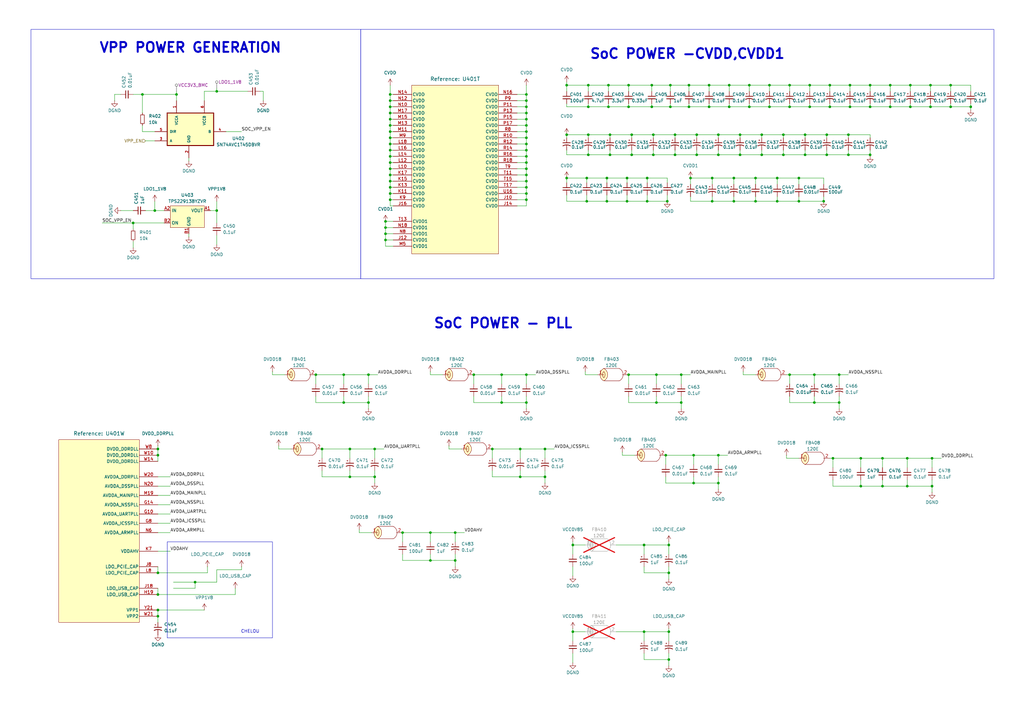
<source format=kicad_sch>
(kicad_sch (version 20250114) (generator "eeschema") (generator_version "9.0")
  (paper "A3")
  (title_block (title "Barre de son (base saine)") (date "2025-05-16") (rev "1.0") (company "NDH"))
  (lib_symbols
    (symbol "66AK2G12ABY100_1" (pin_names (offset 0.254))
      (property "Reference" "U" (at -46.228 -50.8 0) (show_name))
      (symbol "66AK2G12ABY100_1_1_1"
        (pin bidirectional line (at -68.58 110.49 0) (length 7.62) (name "DDR3_DQS0_P") (number "AD1"))
        (pin bidirectional line (at -68.58 107.95 0) (length 7.62) (name "DDR3_DQS0_N") (number "AE2"))
        (pin bidirectional line (at -68.58 102.87 0) (length 7.62) (name "DDR3_DQS1_P") (number "AD4"))
        (pin bidirectional line (at -68.58 100.33 0) (length 7.62) (name "DDR3_DQS1_N") (number "AE4"))
        (pin bidirectional line (at -68.58 95.25 0) (length 7.62) (name "DDR3_DQS2_P") (number "AE6"))
        (pin bidirectional line (at -68.58 92.71 0) (length 7.62) (name "DDR3_DQS2_N") (number "AD6"))
        (pin bidirectional line (at -68.58 87.63 0) (length 7.62) (name "DDR3_DQS3_P") (number "AE9"))
        (pin bidirectional line (at -68.58 85.09 0) (length 7.62) (name "DDR3_DQS3_N") (number "AD9"))
        (pin bidirectional line (at -68.58 80.01 0) (length 7.62) (name "DDR3_CBDQS_P") (number "AE12"))
        (pin bidirectional line (at -68.58 77.47 0) (length 7.62) (name "DDR3_CBDQS_N") (number "AD12"))
        (pin tri_state line (at -68.58 72.39 0) (length 7.62) (name "DDR3_DQM0") (number "AB4"))
        (pin tri_state line (at -68.58 69.85 0) (length 7.62) (name "DDR3_DQM1") (number "AA5"))
        (pin tri_state line (at -68.58 67.31 0) (length 7.62) (name "DDR3_DQM2") (number "AC8"))
        (pin tri_state line (at -68.58 64.77 0) (length 7.62) (name "DDR3_DQM3") (number "AA9"))
        (pin bidirectional line (at -68.58 58.42 0) (length 7.62) (name "DDR3_CBDQM") (number "Y11"))
        (pin tri_state line (at -68.58 50.8 0) (length 7.62) (name "DDR3_ODT0") (number "AA13"))
        (pin bidirectional line (at -68.58 48.26 0) (length 7.62) (name "DDR3_ODT1") (number "Y12"))
        (pin bidirectional line (at -68.58 41.91 0) (length 7.62) (name "DDR3_CB00") (number "AA11"))
        (pin bidirectional line (at -68.58 39.37 0) (length 7.62) (name "DDR3_CB01") (number "AB11"))
        (pin bidirectional line (at -68.58 36.83 0) (length 7.62) (name "DDR3_CB02") (number "AC11"))
        (pin bidirectional line (at -68.58 34.29 0) (length 7.62) (name "DDR3_CB03") (number "AC12"))
        (pin tri_state line (at -68.58 27.94 0) (length 7.62) (name "DDR3_CKE0") (number "AB18"))
        (pin bidirectional line (at -68.58 25.4 0) (length 7.62) (name "DDR3_CKE1") (number "AC18"))
        (pin tri_state line (at -68.58 19.05 0) (length 7.62) (name "DDR3_CEn0") (number "AD13"))
        (pin bidirectional line (at -68.58 16.51 0) (length 7.62) (name "DDR3_CEn1") (number "AB12"))
        (pin tri_state line (at -68.58 10.16 0) (length 7.62) (name "DDR_CLK_N") (number "AD24"))
        (pin tri_state line (at -68.58 7.62 0) (length 7.62) (name "DDR_CLK_P") (number "AE24"))
        (pin tri_state line (at -68.58 1.27 0) (length 7.62) (name "DDR3_CLKOUT_P0") (number "AE15"))
        (pin tri_state line (at -68.58 -1.27 0) (length 7.62) (name "DDR3_CLKOUT_N0") (number "AD15"))
        (pin tri_state line (at -68.58 -7.62 0) (length 7.62) (name "DDR3_CLKOUT_P1") (number "AE16"))
        (pin tri_state line (at -68.58 -10.16 0) (length 7.62) (name "DDR3_CLKOUT_N1") (number "AD16"))
        (pin unspecified line (at -68.58 -16.51 0) (length 7.62) (name "DDR3_RZQ0") (number "W12"))
        (pin unspecified line (at -68.58 -19.05 0) (length 7.62) (name "DDR3_RZQ1") (number "V9"))
        (pin tri_state line (at -68.58 -25.4 0) (length 7.62) (name "DDR3_CASn") (number "AC13"))
        (pin tri_state line (at -68.58 -27.94 0) (length 7.62) (name "DDR3_RASn") (number "AE13"))
        (pin tri_state line (at -68.58 -34.29 0) (length 7.62) (name "DDR3_WEn") (number "Y13"))
        (pin tri_state line (at -68.58 -40.64 0) (length 7.62) (name "DDR3_RESETn") (number "Y18"))
        (pin tri_state line (at 2.54 110.49 180) (length 7.62) (name "DDR3_A00") (number "AC15"))
        (pin tri_state line (at 2.54 107.95 180) (length 7.62) (name "DDR3_A01") (number "Y15"))
        (pin tri_state line (at 2.54 105.41 180) (length 7.62) (name "DDR3_A02") (number "AC16"))
        (pin tri_state line (at 2.54 102.87 180) (length 7.62) (name "DDR3_A03") (number "AA15"))
        (pin tri_state line (at 2.54 100.33 180) (length 7.62) (name "DDR3_A04") (number "AB16"))
        (pin tri_state line (at 2.54 97.79 180) (length 7.62) (name "DDR3_A05") (number "AE17"))
        (pin tri_state line (at 2.54 95.25 180) (length 7.62) (name "DDR3_A06") (number "AC14"))
        (pin tri_state line (at 2.54 92.71 180) (length 7.62) (name "DDR3_A07") (number "AB15"))
        (pin tri_state line (at 2.54 90.17 180) (length 7.62) (name "DDR3_A08") (number "AC17"))
        (pin tri_state line (at 2.54 87.63 180) (length 7.62) (name "DDR3_A09") (number "AB17"))
        (pin tri_state line (at 2.54 85.09 180) (length 7.62) (name "DDR3_A10") (number "AB14"))
        (pin tri_state line (at 2.54 82.55 180) (length 7.62) (name "DDR3_A11") (number "AA16"))
        (pin tri_state line (at 2.54 80.01 180) (length 7.62) (name "DDR3_A12") (number "AA17"))
        (pin tri_state line (at 2.54 77.47 180) (length 7.62) (name "DDR3_A13") (number "AA12"))
        (pin tri_state line (at 2.54 74.93 180) (length 7.62) (name "DDR3_A14") (number "Y17"))
        (pin tri_state line (at 2.54 72.39 180) (length 7.62) (name "DDR3_A15") (number "Y16"))
        (pin tri_state line (at 2.54 66.04 180) (length 7.62) (name "DDR3_BA0") (number "AA14"))
        (pin tri_state line (at 2.54 62.23 180) (length 7.62) (name "DDR3_BA1") (number "AB13"))
        (pin tri_state line (at 2.54 58.42 180) (length 7.62) (name "DDR3_BA2") (number "AD17"))
        (pin bidirectional line (at 2.54 52.07 180) (length 7.62) (name "DDR3_D00") (number "AD2"))
        (pin bidirectional line (at 2.54 49.53 180) (length 7.62) (name "DDR3_D01") (number "Y4"))
        (pin bidirectional line (at 2.54 46.99 180) (length 7.62) (name "DDR3_D02") (number "AC3"))
        (pin bidirectional line (at 2.54 44.45 180) (length 7.62) (name "DDR3_D03") (number "AC2"))
        (pin bidirectional line (at 2.54 41.91 180) (length 7.62) (name "DDR3_D04") (number "AE3"))
        (pin bidirectional line (at 2.54 39.37 180) (length 7.62) (name "DDR3_D05") (number "AA4"))
        (pin bidirectional line (at 2.54 36.83 180) (length 7.62) (name "DDR3_D06") (number "AD3"))
        (pin bidirectional line (at 2.54 34.29 180) (length 7.62) (name "DDR3_D07") (number "AB3"))
        (pin bidirectional line (at 2.54 29.21 180) (length 7.62) (name "DDR3_D08") (number "AA6"))
        (pin bidirectional line (at 2.54 26.67 180) (length 7.62) (name "DDR3_D09") (number "Y7"))
        (pin bidirectional line (at 2.54 24.13 180) (length 7.62) (name "DDR3_D10") (number "Y6"))
        (pin bidirectional line (at 2.54 21.59 180) (length 7.62) (name "DDR3_D11") (number "AC5"))
        (pin bidirectional line (at 2.54 19.05 180) (length 7.62) (name "DDR3_D12") (number "AB6"))
        (pin bidirectional line (at 2.54 16.51 180) (length 7.62) (name "DDR3_D13") (number "Y5"))
        (pin bidirectional line (at 2.54 13.97 180) (length 7.62) (name "DDR3_D14") (number "AC4"))
        (pin bidirectional line (at 2.54 11.43 180) (length 7.62) (name "DDR3_D15") (number "AB5"))
        (pin bidirectional line (at 2.54 6.35 180) (length 7.62) (name "DDR3_D16") (number "AB7"))
        (pin bidirectional line (at 2.54 3.81 180) (length 7.62) (name "DDR3_D17") (number "AB8"))
        (pin bidirectional line (at 2.54 1.27 180) (length 7.62) (name "DDR3_D18") (number "AC7"))
        (pin bidirectional line (at 2.54 -1.27 180) (length 7.62) (name "DDR3_D19") (number "AA7"))
        (pin bidirectional line (at 2.54 -3.81 180) (length 7.62) (name "DDR3_D20") (number "AA8"))
        (pin bidirectional line (at 2.54 -6.35 180) (length 7.62) (name "DDR3_D21") (number "AC6"))
        (pin bidirectional line (at 2.54 -8.89 180) (length 7.62) (name "DDR3_D22") (number "AE7"))
        (pin bidirectional line (at 2.54 -11.43 180) (length 7.62) (name "DDR3_D23") (number "AD7"))
        (pin bidirectional line (at 2.54 -16.51 180) (length 7.62) (name "DDR3_D24") (number "AA10"))
        (pin bidirectional line (at 2.54 -19.05 180) (length 7.62) (name "DDR3_D25") (number "AE10"))
        (pin bidirectional line (at 2.54 -21.59 180) (length 7.62) (name "DDR3_D26") (number "AD10"))
        (pin bidirectional line (at 2.54 -24.13 180) (length 7.62) (name "DDR3_D27") (number "AC10"))
        (pin bidirectional line (at 2.54 -26.67 180) (length 7.62) (name "DDR3_D28") (number "AC9"))
        (pin bidirectional line (at 2.54 -29.21 180) (length 7.62) (name "DDR3_D29") (number "AB10"))
        (pin bidirectional line (at 2.54 -31.75 180) (length 7.62) (name "DDR3_D30") (number "AB9"))
        (pin bidirectional line (at 2.54 -34.29 180) (length 7.62) (name "DDR3_D31") (number "Y8"))
      )
      (symbol "66AK2G12ABY100_1_2_1"
        (pin bidirectional line (at -6.35 44.45 180) (length 7.62) (name "DSS_DATA0") (number "V22"))
        (pin bidirectional line (at -6.35 41.91 180) (length 7.62) (name "DSS_DATA1") (number "U21"))
        (pin bidirectional line (at -6.35 39.37 180) (length 7.62) (name "DSS_DATA2") (number "W22"))
        (pin bidirectional line (at -6.35 36.83 180) (length 7.62) (name "DSS_DATA3") (number "V23"))
        (pin bidirectional line (at -6.35 34.29 180) (length 7.62) (name "DSS_DATA4") (number "U23"))
        (pin bidirectional line (at -6.35 31.75 180) (length 7.62) (name "DSS_DATA5") (number "V24"))
        (pin bidirectional line (at -6.35 29.21 180) (length 7.62) (name "DSS_DATA6") (number "T21"))
        (pin bidirectional line (at -6.35 26.67 180) (length 7.62) (name "DSS_DATA7") (number "U22"))
        (pin bidirectional line (at -6.35 24.13 180) (length 7.62) (name "DSS_DATA8") (number "T22"))
        (pin bidirectional line (at -6.35 21.59 180) (length 7.62) (name "DSS_DATA9") (number "R21"))
        (pin bidirectional line (at -6.35 19.05 180) (length 7.62) (name "DSS_DATA10") (number "U24"))
        (pin bidirectional line (at -6.35 16.51 180) (length 7.62) (name "DSS_DATA11") (number "V25"))
        (pin bidirectional line (at -6.35 13.97 180) (length 7.62) (name "DSS_DATA12") (number "T24"))
        (pin bidirectional line (at -6.35 11.43 180) (length 7.62) (name "DSS_DATA13") (number "P21"))
        (pin bidirectional line (at -6.35 8.89 180) (length 7.62) (name "DSS_DATA14") (number "U25"))
        (pin bidirectional line (at -6.35 6.35 180) (length 7.62) (name "DSS_DATA15") (number "R22"))
        (pin bidirectional line (at -6.35 3.81 180) (length 7.62) (name "DSS_DATA16") (number "P23"))
        (pin bidirectional line (at -6.35 1.27 180) (length 7.62) (name "DSS_DATA17") (number "R24"))
        (pin bidirectional line (at -6.35 -1.27 180) (length 7.62) (name "DSS_DATA18") (number "N22"))
        (pin bidirectional line (at -6.35 -3.81 180) (length 7.62) (name "DSS_DATA19") (number "T25"))
        (pin bidirectional line (at -6.35 -6.35 180) (length 7.62) (name "DSS_DATA20") (number "N24"))
        (pin bidirectional line (at -6.35 -8.89 180) (length 7.62) (name "DSS_DATA21") (number "P24"))
        (pin bidirectional line (at -6.35 -11.43 180) (length 7.62) (name "DSS_DATA22") (number "P25"))
        (pin bidirectional line (at -6.35 -13.97 180) (length 7.62) (name "DSS_DATA23") (number "N23"))
        (pin bidirectional line (at -6.35 -20.32 180) (length 7.62) (name "DSS_VSYNC") (number "R25"))
        (pin bidirectional line (at -6.35 -24.13 180) (length 7.62) (name "DSS_HSYNC") (number "P22"))
        (pin bidirectional line (at -6.35 -27.94 180) (length 7.62) (name "DSS_PCLK") (number "N25"))
        (pin bidirectional line (at -6.35 -31.75 180) (length 7.62) (name "DSS_FID") (number "L25"))
        (pin bidirectional line (at -6.35 -35.56 180) (length 7.62) (name "DSS_DE") (number "M25"))
        (pin bidirectional line (at -6.35 -41.91 180) (length 7.62) (name "PR1_MDIO_DATA") (number "E18"))
      )
      (symbol "66AK2G12ABY100_1_3_1"
        (pin bidirectional line (at 1.27 71.12 180) (length 7.62) (name "PR1_PRU1_GPO0/PR1_PRU1_GPI0/GPIO1_26") (number "A14"))
        (pin bidirectional line (at 1.27 68.58 180) (length 7.62) (name "PR1_PRU1_GPO1/PR1_PRU1_GPI1/GPIO1_27") (number "B14"))
        (pin bidirectional line (at 1.27 66.04 180) (length 7.62) (name "PR1_PRU1_GPO2/PR1_PRU1_GPI2/GPIO1_28") (number "C14"))
        (pin bidirectional line (at 1.27 63.5 180) (length 7.62) (name "PR1_PRU1_GPO3/PR1_PRU1_GPI3/GPIO1_29") (number "E14"))
        (pin bidirectional line (at 1.27 60.96 180) (length 7.62) (name "PR1_PRU1_GPO4/PR1_PRU1_GPI4/GPIO1_30") (number "D14"))
        (pin bidirectional line (at 1.27 58.42 180) (length 7.62) (name "PR1_PRU1_GPO5/PR1_PRU1_GPI5/GPIO1_31") (number "A15"))
        (pin bidirectional line (at 1.27 55.88 180) (length 7.62) (name "PR1_PRU1_GPO6/PR1_PRU1_GPI6/GPIO1_32") (number "F14"))
        (pin bidirectional line (at 1.27 53.34 180) (length 7.62) (name "PR1_PRU1_GPO7/PR1_PRU1_GPI7/GPIO1_33") (number "B15"))
        (pin bidirectional line (at 1.27 50.8 180) (length 7.62) (name "PR1_PRU1_GPO8/PR1_PRU1_GPI8/GPIO1_34") (number "C15"))
        (pin bidirectional line (at 1.27 48.26 180) (length 7.62) (name "PR1_PRU1_GPO15/PR1_PRU1_GPI15/GPIO1_41") (number "C18"))
        (pin bidirectional line (at 1.27 45.72 180) (length 7.62) (name "PR1_PRU1_GPO16/PR1_PRU1_GPI16/GPIO1_42") (number "D16"))
        (pin bidirectional line (at 1.27 38.1 180) (length 7.62) (name "GPMC_BEn1/GPIO0_21") (number "AB24"))
        (pin bidirectional line (at 1.27 30.48 180) (length 7.62) (name "GPMC_CLK/GPIO0_16") (number "AB23"))
        (pin bidirectional line (at 1.27 22.86 180) (length 7.62) (name "MII_RXER/RMII_RXER/GPIO0_82") (number "F23"))
        (pin bidirectional line (at 1.27 20.32 180) (length 7.62) (name "MII_COL/GPIO0_83") (number "B25"))
        (pin bidirectional line (at 1.27 17.78 180) (length 7.62) (name "MII_CRS/RMII_CRS_DV/GPIO0_84") (number "G22"))
        (pin bidirectional line (at 1.27 12.7 180) (length 7.62) (name "SPI3_SCSn1/PR0_UART0_RXD/GPIO0_87") (number "E25"))
        (pin bidirectional line (at 1.27 7.62 180) (length 7.62) (name "SPI1_SCSn1/GPIO0_100") (number "N3"))
      )
      (symbol "66AK2G12ABY100_1_4_1"
        (pin bidirectional line (at -15.24 -25.4 180) (length 7.62) (name "SPI0_SOMI") (number "M1"))
        (pin bidirectional line (at -15.24 -30.48 180) (length 7.62) (name "SPI0_SIMO") (number "N4"))
        (pin bidirectional line (at -15.24 -35.56 180) (length 7.62) (name "SPI0_CLK") (number "M2"))
        (pin bidirectional line (at -15.24 -40.64 180) (length 7.62) (name "SPI0_SCSn0") (number "M3"))
        (pin bidirectional line (at -15.24 -45.72 180) (length 7.62) (name "SPI0_SCSn1") (number "M4"))
      )
      (symbol "66AK2G12ABY100_1_5_1"
        (pin bidirectional line (at -7.62 31.75 180) (length 7.62) (name "GPMC_AD0") (number "AC21"))
        (pin bidirectional line (at -7.62 29.21 180) (length 7.62) (name "GPMC_AD1") (number "AE20"))
        (pin bidirectional line (at -7.62 26.67 180) (length 7.62) (name "GPMC_AD2") (number "AD22"))
        (pin bidirectional line (at -7.62 24.13 180) (length 7.62) (name "GPMC_AD3") (number "AD20"))
        (pin bidirectional line (at -7.62 21.59 180) (length 7.62) (name "GPMC_AD4") (number "AE21"))
        (pin bidirectional line (at -7.62 19.05 180) (length 7.62) (name "GPMC_AD5") (number "AE22"))
        (pin bidirectional line (at -7.62 16.51 180) (length 7.62) (name "GPMC_AD6") (number "AC20"))
        (pin bidirectional line (at -7.62 13.97 180) (length 7.62) (name "GPMC_AD7") (number "AD21"))
        (pin bidirectional line (at -7.62 11.43 180) (length 7.62) (name "GPMC_AD8") (number "AE23"))
        (pin bidirectional line (at -7.62 8.89 180) (length 7.62) (name "GPMC_AD9") (number "AB20"))
        (pin bidirectional line (at -7.62 6.35 180) (length 7.62) (name "GPMC_AD10") (number "AA20"))
        (pin bidirectional line (at -7.62 3.81 180) (length 7.62) (name "GPMC_AD11") (number "AD23"))
        (pin bidirectional line (at -7.62 1.27 180) (length 7.62) (name "GPMC_AD12") (number "AA21"))
        (pin bidirectional line (at -7.62 -1.27 180) (length 7.62) (name "GPMC_AD13") (number "AB21"))
        (pin bidirectional line (at -7.62 -3.81 180) (length 7.62) (name "GPMC_AD14") (number "AB22"))
        (pin bidirectional line (at -7.62 -6.35 180) (length 7.62) (name "GPMC_AD15") (number "AA22"))
        (pin bidirectional line (at -7.62 -16.51 180) (length 7.62) (name "GPMC_ADVn_ALE") (number "AC23"))
        (pin bidirectional line (at -7.62 -19.05 180) (length 7.62) (name "GPMC_OEn_REn") (number "AC22"))
        (pin bidirectional line (at -7.62 -21.59 180) (length 7.62) (name "GPMC_WEn") (number "Y22"))
        (pin bidirectional line (at -7.62 -24.13 180) (length 7.62) (name "GPMC_BEn0_CLE") (number "AC24"))
        (pin bidirectional line (at -7.62 -26.67 180) (length 7.62) (name "GPMC_WAIT0") (number "Y24"))
        (pin bidirectional line (at -7.62 -36.83 180) (length 7.62) (name "GPMC_WPn") (number "W25"))
        (pin bidirectional line (at -7.62 -43.18 180) (length 7.62) (name "GPMC_CSn0") (number "AB25"))
      )
      (symbol "66AK2G12ABY100_1_6_1"
        (pin bidirectional line (at -11.43 8.89 180) (length 7.62) (name "MMC1_DAT0") (number "H3"))
        (pin bidirectional line (at -11.43 3.81 180) (length 7.62) (name "MMC1_DAT1") (number "F5"))
        (pin bidirectional line (at -11.43 -1.27 180) (length 7.62) (name "MMC1_DAT2") (number "J5"))
        (pin bidirectional line (at -11.43 -6.35 180) (length 7.62) (name "MMC1_DAT3") (number "H4"))
        (pin bidirectional line (at -11.43 -11.43 180) (length 7.62) (name "MMC1_DAT4") (number "E3"))
        (pin bidirectional line (at -11.43 -13.97 180) (length 7.62) (name "MMC1_DAT5") (number "G4"))
        (pin bidirectional line (at -11.43 -16.51 180) (length 7.62) (name "MMC1_DAT6") (number "F4"))
        (pin bidirectional line (at -11.43 -19.05 180) (length 7.62) (name "MMC1_DAT7") (number "G5"))
        (pin bidirectional line (at -11.43 -24.13 180) (length 7.62) (name "MMC1_CLK") (number "J4"))
        (pin bidirectional line (at -11.43 -29.21 180) (length 7.62) (name "MMC1_CMD") (number "J2"))
        (pin bidirectional line (at -11.43 -34.29 180) (length 7.62) (name "MMC1_POW") (number "K2"))
        (pin bidirectional line (at -11.43 -36.83 180) (length 7.62) (name "MMC1_SDCD") (number "J3"))
        (pin bidirectional line (at -11.43 -43.18 180) (length 7.62) (name "MMC1_SDWP") (number "K3"))
      )
      (symbol "66AK2G12ABY100_1_7_1"
        (pin bidirectional line (at -13.97 29.21 180) (length 7.62) (name "MII_TXD0") (number "G23"))
        (pin bidirectional line (at -13.97 24.13 180) (length 7.62) (name "MII_TXD1") (number "G24"))
        (pin bidirectional line (at -13.97 19.05 180) (length 7.62) (name "MII_TXD2") (number "G25"))
        (pin bidirectional line (at -13.97 13.97 180) (length 7.62) (name "MII_TXD3") (number "D25"))
        (pin bidirectional line (at -13.97 6.35 180) (length 7.62) (name "MII_TXCLK") (number "C25"))
        (pin bidirectional line (at -13.97 1.27 180) (length 7.62) (name "MII_TXEN") (number "H25"))
        (pin bidirectional line (at -13.97 -6.35 180) (length 7.62) (name "MDIO_CLK") (number "U3"))
        (pin bidirectional line (at -13.97 -10.16 180) (length 7.62) (name "MDIO_DATA") (number "V3"))
        (pin bidirectional line (at -13.97 -17.78 180) (length 7.62) (name "MII_RXCLK") (number "A22"))
        (pin bidirectional line (at -13.97 -22.86 180) (length 7.62) (name "MII_RXDV") (number "A24"))
        (pin bidirectional line (at -13.97 -30.48 180) (length 7.62) (name "MII_RXD0") (number "B24"))
        (pin bidirectional line (at -13.97 -35.56 180) (length 7.62) (name "MII_RXD1") (number "C23"))
        (pin bidirectional line (at -13.97 -40.64 180) (length 7.62) (name "MII_RXD2") (number "B23"))
        (pin bidirectional line (at -13.97 -45.72 180) (length 7.62) (name "MII_RXD3") (number "F22"))
      )
      (symbol "66AK2G12ABY100_1_8_1"
        (pin input line (at -10.16 -5.08 180) (length 7.62) (name "NMIn") (number "W1"))
        (pin input line (at -10.16 -10.16 180) (length 7.62) (name "PORn") (number "AA3"))
        (pin input line (at -10.16 -15.24 180) (length 7.62) (name "LRESETNMIENn") (number "V1"))
        (pin input line (at -10.16 -20.32 180) (length 7.62) (name "LRESETn") (number "V2"))
        (pin input line (at -10.16 -25.4 180) (length 7.62) (name "RESETn") (number "W3"))
        (pin input line (at -10.16 -30.48 180) (length 7.62) (name "RESETFULLn") (number "W2"))
        (pin output line (at -10.16 -38.1 180) (length 7.62) (name "RESETSTATn") (number "Y2"))
        (pin tri_state line (at -10.16 -45.72 180) (length 7.62) (name "BOOTCOMPLETE") (number "Y3"))
      )
      (symbol "66AK2G12ABY100_1_9_1"
        (pin input line (at -69.85 8.89 0) (length 7.62) (name "AUDOSC_IN") (number "C17"))
        (pin output line (at -69.85 -2.54 0) (length 7.62) (name "AUDOSC_OUT") (number "A17"))
        (pin power_in line (at -69.85 -7.62 0) (length 7.62) (name "VSS_OSC_AUDIO") (number "B17"))
        (pin output line (at -69.85 -12.7 0) (length 7.62) (name "USB1_XO") (number "C20"))
        (pin output line (at -69.85 -17.78 0) (length 7.62) (name "USB0_XO") (number "D19"))
        (pin tri_state line (at -69.85 -26.67 0) (length 7.62) (name "OBSPLL_LOCK") (number "N5"))
        (pin output line (at -69.85 -30.48 0) (length 7.62) (name "OBSCLK_P") (number "K1"))
        (pin output line (at -69.85 -34.29 0) (length 7.62) (name "OBSCLK_N") (number "L1"))
        (pin output line (at -69.85 -44.45 0) (length 7.62) (name "RMII_REFCLK/PR0_eCAP0_eCAP_SYNCOUT") (number "D24"))
        (pin input line (at 6.35 8.89 180) (length 7.62) (name "SYSOSC_IN") (number "AC19"))
        (pin output line (at 6.35 -3.81 180) (length 7.62) (name "SYSOSC_OUT") (number "AE19"))
        (pin power_in line (at 6.35 -8.89 180) (length 7.62) (name "VSS_OSC_SYS") (number "AD19"))
        (pin input line (at 6.35 -15.24 180) (length 7.62) (name "SYSCLK_P") (number "AD25"))
        (pin input line (at 6.35 -20.32 180) (length 7.62) (name "SYSCLK_N") (number "AC25"))
        (pin input line (at 6.35 -26.67 180) (length 7.62) (name "SYSCLKSEL") (number "R1"))
        (pin tri_state line (at 6.35 -33.02 180) (length 7.62) (name "SYSCLKOUT") (number "M21"))
        (pin input line (at 6.35 -39.37 180) (length 7.62) (name "CPTS_REFCLK_P") (number "K21"))
        (pin input line (at 6.35 -44.45 180) (length 7.62) (name "CPTS_REFCLK_N") (number "L21"))
      )
      (symbol "66AK2G12ABY100_1_10_1"
        (pin input line (at -17.78 -17.78 180) (length 7.62) (name "TDI") (number "L5"))
        (pin tri_state line (at -17.78 -21.59 180) (length 7.62) (name "TDO") (number "K5"))
        (pin input line (at -17.78 -25.4 180) (length 7.62) (name "TCK") (number "L3"))
        (pin input line (at -17.78 -29.21 180) (length 7.62) (name "TMS") (number "K4"))
        (pin input line (at -17.78 -33.02 180) (length 7.62) (name "TRSTn") (number "L4"))
        (pin bidirectional line (at -17.78 -39.37 180) (length 7.62) (name "EMU00") (number "M22"))
        (pin bidirectional line (at -17.78 -45.72 180) (length 7.62) (name "EMU01") (number "L22"))
      )
      (symbol "66AK2G12ABY100_1_11_1"
        (pin bidirectional line (at -10.16 5.08 180) (length 7.62) (name "MLBP_DAT_P") (number "K23"))
        (pin bidirectional line (at -10.16 0 180) (length 7.62) (name "MLBP_DAT_N") (number "K22"))
        (pin bidirectional line (at -10.16 -6.35 180) (length 7.62) (name "MLBP_SIG_P") (number "L24"))
        (pin bidirectional line (at -10.16 -11.43 180) (length 7.62) (name "MLBP_SIG_N") (number "M24"))
        (pin input line (at -10.16 -19.05 180) (length 7.62) (name "MLBP_CLK_P") (number "M23"))
        (pin input line (at -10.16 -24.13 180) (length 7.62) (name "MLBP_CLK_N") (number "L23"))
        (pin bidirectional line (at -10.16 -34.29 180) (length 7.62) (name "GPMC_WAIT1") (number "AA24"))
        (pin bidirectional line (at -10.16 -39.37 180) (length 7.62) (name "GPMC_DIR") (number "AA25"))
        (pin bidirectional line (at -10.16 -44.45 180) (length 7.62) (name "GPMC_CSn1") (number "W24"))
      )
      (symbol "66AK2G12ABY100_1_12_1"
        (pin bidirectional line (at -13.97 -13.97 180) (length 7.62) (name "USB1_DP") (number "B20"))
        (pin bidirectional line (at -13.97 -17.78 180) (length 7.62) (name "USB1_DM") (number "A20"))
        (pin unspecified line (at -13.97 -25.4 180) (length 7.62) (name "USB1_ID") (number "E20"))
        (pin unspecified line (at -13.97 -30.48 180) (length 7.62) (name "USB1_VBUS") (number "A21"))
        (pin tri_state line (at -13.97 -38.1 180) (length 7.62) (name "USB1_DRVVBUS") (number "B21"))
        (pin unspecified line (at -13.97 -45.72 180) (length 7.62) (name "USB1_TXRTUNE_RKELVIN") (number "D20"))
      )
      (symbol "66AK2G12ABY100_1_13_1"
        (pin bidirectional line (at -16.51 -38.1 180) (length 7.62) (name "I2C0_SCL") (number "U5"))
        (pin bidirectional line (at -16.51 -45.72 180) (length 7.62) (name "I2C0_SDA") (number "W5"))
      )
      (symbol "66AK2G12ABY100_1_14_1"
        (pin bidirectional line (at -7.62 -7.62 180) (length 7.62) (name "QSPI_D0") (number "J23"))
        (pin bidirectional line (at -7.62 -11.43 180) (length 7.62) (name "QSPI_D1") (number "J22"))
        (pin bidirectional line (at -7.62 -15.24 180) (length 7.62) (name "QSPI_D2") (number "J21"))
        (pin bidirectional line (at -7.62 -19.05 180) (length 7.62) (name "QSPI_D3") (number "J24"))
        (pin bidirectional line (at -7.62 -25.4 180) (length 7.62) (name "QSPI_CSn0") (number "J25"))
        (pin bidirectional line (at -7.62 -31.75 180) (length 7.62) (name "QSPI_CLK") (number "K25"))
        (pin bidirectional line (at -7.62 -38.1 180) (length 7.62) (name "QSPI_RCLK") (number "K24"))
        (pin bidirectional line (at -7.62 -45.72 180) (length 7.62) (name "QSPI_CSn1") (number "H23"))
      )
      (symbol "66AK2G12ABY100_1_15_1"
        (pin tri_state line (at -15.24 -34.29 180) (length 7.62) (name "UART0_TXD") (number "T1"))
        (pin input line (at -15.24 -38.1 180) (length 7.62) (name "UART0_RXD") (number "T4"))
        (pin bidirectional line (at -15.24 -41.91 180) (length 7.62) (name "UART0_CTSn") (number "T2"))
        (pin bidirectional line (at -15.24 -45.72 180) (length 7.62) (name "UART0_RTSn") (number "U1"))
      )
      (symbol "66AK2G12ABY100_1_16_1"
        (pin output line (at -13.97 -6.35 180) (length 7.62) (name "PCIE_TXP0") (number "G1"))
        (pin output line (at -13.97 -11.43 180) (length 7.62) (name "PCIE_TXN0") (number "H1"))
        (pin input line (at -13.97 -19.05 180) (length 7.62) (name "PCIE_RXP0") (number "E1"))
        (pin input line (at -13.97 -24.13 180) (length 7.62) (name "PCIE_RXN0") (number "D1"))
        (pin input line (at -13.97 -31.75 180) (length 7.62) (name "PCIE_CLK_P") (number "G2"))
        (pin input line (at -13.97 -35.56 180) (length 7.62) (name "PCIE_CLK_N") (number "F2"))
        (pin unspecified line (at -13.97 -43.18 180) (length 7.62) (name "PCIE_REFRES") (number "H7"))
      )
      (symbol "66AK2G12ABY100_1_17_1"
        (pin bidirectional line (at -8.89 -30.48 180) (length 7.62) (name "DCAN0_TX") (number "P5"))
        (pin bidirectional line (at -8.89 -35.56 180) (length 7.62) (name "DCAN0_RX") (number "R5"))
        (pin bidirectional line (at -8.89 -43.18 180) (length 7.62) (name "QSPI_CSn2") (number "H22"))
        (pin bidirectional line (at -8.89 -46.99 180) (length 7.62) (name "QSPI_CSn3") (number "H21"))
      )
      (symbol "66AK2G12ABY100_1_18_1"
        (pin bidirectional line (at -6.35 3.81 180) (length 7.62) (name "eHRPWM3_A") (number "A23"))
        (pin bidirectional line (at -6.35 0 180) (length 7.62) (name "eHRPWM3_B") (number "B22"))
        (pin bidirectional line (at -6.35 -3.81 180) (length 7.62) (name "MII_TXER") (number "H24"))
        (pin bidirectional line (at -6.35 -7.62 180) (length 7.62) (name "eHRPWM3_SYNCO") (number "D23"))
        (pin bidirectional line (at -6.35 -11.43 180) (length 7.62) (name "eHRPWM3_SYNCI") (number "C22"))
        (pin bidirectional line (at -6.35 -17.78 180) (length 7.62) (name "PR1_PRU0_GPO18") (number "D12"))
        (pin bidirectional line (at -6.35 -21.59 180) (length 7.62) (name "PR1_PRU0_GPO19") (number "D13"))
        (pin bidirectional line (at -6.35 -25.4 180) (length 7.62) (name "PR1_PRU0_GPO17") (number "E13"))
        (pin bidirectional line (at -6.35 -31.75 180) (length 7.62) (name "PR1_PRU1_GPO18") (number "E17"))
        (pin bidirectional line (at -6.35 -35.56 180) (length 7.62) (name "PR1_PRU1_GPO19") (number "E16"))
        (pin bidirectional line (at -6.35 -39.37 180) (length 7.62) (name "PR1_PRU1_GPO17") (number "F16"))
        (pin bidirectional line (at -6.35 -45.72 180) (length 7.62) (name "PR1_MDIO_MDCLK") (number "D18"))
      )
      (symbol "66AK2G12ABY100_1_19_1"
        (pin unspecified line (at -8.89 -3.81 180) (length 7.62) (name "RSV1") (number "AA19"))
        (pin input line (at -8.89 -7.62 180) (length 7.62) (name "RSV2") (number "AB19"))
        (pin unspecified line (at -8.89 -11.43 180) (length 7.62) (name "RSV3") (number "Y20"))
        (pin unspecified line (at -8.89 -15.24 180) (length 7.62) (name "RSV4") (number "W19"))
        (pin unspecified line (at -8.89 -19.05 180) (length 7.62) (name "RSV5") (number "D2"))
        (pin input line (at -8.89 -22.86 180) (length 7.62) (name "RSV6") (number "L2"))
        (pin unspecified line (at -8.89 -26.67 180) (length 7.62) (name "RSV7") (number "G3"))
        (pin unspecified line (at -8.89 -30.48 180) (length 7.62) (name "RSV8") (number "F18"))
        (pin unspecified line (at -8.89 -34.29 180) (length 7.62) (name "RSV9") (number "H2"))
        (pin tri_state line (at -8.89 -38.1 180) (length 7.62) (name "RSV10") (number "AA18"))
        (pin tri_state line (at -8.89 -41.91 180) (length 7.62) (name "RSV11") (number "Y19"))
        (pin unspecified line (at -8.89 -45.72 180) (length 7.62) (name "RSV12") (number "Y14"))
      )
      (symbol "66AK2G12ABY100_1_20_1"
        (pin power_in line (at -57.15 46.99 0) (length 7.62) (name "CVDD") (number "N14"))
        (pin power_in line (at -57.15 44.45 0) (length 7.62) (name "CVDD") (number "N12"))
        (pin power_in line (at -57.15 41.91 0) (length 7.62) (name "CVDD") (number "N10"))
        (pin power_in line (at -57.15 39.37 0) (length 7.62) (name "CVDD") (number "M17"))
        (pin power_in line (at -57.15 36.83 0) (length 7.62) (name "CVDD") (number "M15"))
        (pin power_in line (at -57.15 34.29 0) (length 7.62) (name "CVDD") (number "M13"))
        (pin power_in line (at -57.15 31.75 0) (length 7.62) (name "CVDD") (number "M11"))
        (pin power_in line (at -57.15 29.21 0) (length 7.62) (name "CVDD") (number "M9"))
        (pin power_in line (at -57.15 26.67 0) (length 7.62) (name "CVDD") (number "L18"))
        (pin power_in line (at -57.15 24.13 0) (length 7.62) (name "CVDD") (number "L16"))
        (pin power_in line (at -57.15 21.59 0) (length 7.62) (name "CVDD") (number "L14"))
        (pin power_in line (at -57.15 19.05 0) (length 7.62) (name "CVDD") (number "L12"))
        (pin power_in line (at -57.15 16.51 0) (length 7.62) (name "CVDD") (number "L10"))
        (pin power_in line (at -57.15 13.97 0) (length 7.62) (name "CVDD") (number "K17"))
        (pin power_in line (at -57.15 11.43 0) (length 7.62) (name "CVDD") (number "K15"))
        (pin power_in line (at -57.15 8.89 0) (length 7.62) (name "CVDD") (number "K13"))
        (pin power_in line (at -57.15 6.35 0) (length 7.62) (name "CVDD") (number "K11"))
        (pin power_in line (at -57.15 3.81 0) (length 7.62) (name "CVDD") (number "K9"))
        (pin power_in line (at -57.15 1.27 0) (length 7.62) (name "CVDD") (number "J16"))
        (pin power_in line (at -57.15 -5.08 0) (length 7.62) (name "CVDD1") (number "T13"))
        (pin power_in line (at -57.15 -7.62 0) (length 7.62) (name "CVDD1") (number "N18"))
        (pin power_in line (at -57.15 -10.16 0) (length 7.62) (name "CVDD1") (number "N8"))
        (pin power_in line (at -57.15 -12.7 0) (length 7.62) (name "CVDD1") (number "J12"))
        (pin power_in line (at -57.15 -15.24 0) (length 7.62) (name "CVDD1") (number "M5"))
        (pin power_in line (at -6.35 46.99 180) (length 7.62) (name "CVDD") (number "N16"))
        (pin power_in line (at -6.35 44.45 180) (length 7.62) (name "CVDD") (number "P9"))
        (pin power_in line (at -6.35 41.91 180) (length 7.62) (name "CVDD") (number "P11"))
        (pin power_in line (at -6.35 39.37 180) (length 7.62) (name "CVDD") (number "P13"))
        (pin power_in line (at -6.35 36.83 180) (length 7.62) (name "CVDD") (number "P15"))
        (pin power_in line (at -6.35 34.29 180) (length 7.62) (name "CVDD") (number "P17"))
        (pin power_in line (at -6.35 31.75 180) (length 7.62) (name "CVDD") (number "R8"))
        (pin power_in line (at -6.35 29.21 180) (length 7.62) (name "CVDD") (number "R10"))
        (pin power_in line (at -6.35 26.67 180) (length 7.62) (name "CVDD") (number "R12"))
        (pin power_in line (at -6.35 24.13 180) (length 7.62) (name "CVDD") (number "R14"))
        (pin power_in line (at -6.35 21.59 180) (length 7.62) (name "CVDD") (number "R16"))
        (pin power_in line (at -6.35 19.05 180) (length 7.62) (name "CVDD") (number "R18"))
        (pin power_in line (at -6.35 16.51 180) (length 7.62) (name "CVDD") (number "T9"))
        (pin power_in line (at -6.35 13.97 180) (length 7.62) (name "CVDD") (number "T11"))
        (pin power_in line (at -6.35 11.43 180) (length 7.62) (name "CVDD") (number "T15"))
        (pin power_in line (at -6.35 8.89 180) (length 7.62) (name "CVDD") (number "T17"))
        (pin power_in line (at -6.35 6.35 180) (length 7.62) (name "CVDD") (number "U16"))
        (pin power_in line (at -6.35 3.81 180) (length 7.62) (name "CVDD") (number "J10"))
        (pin power_in line (at -6.35 1.27 180) (length 7.62) (name "CVDD") (number "J14"))
      )
      (symbol "66AK2G12ABY100_1_21_1"
        (pin power_in line (at -2.54 50.8 180) (length 7.62) (name "DVDD33") (number "H9"))
        (pin power_in line (at -2.54 46.99 180) (length 7.62) (name "DVDD33") (number "AA23"))
        (pin power_in line (at -2.54 43.18 180) (length 7.62) (name "DVDD33") (number "E23"))
        (pin power_in line (at -2.54 39.37 180) (length 7.62) (name "DVDD33") (number "F21"))
        (pin power_in line (at -2.54 35.56 180) (length 7.62) (name "DVDD33") (number "G20"))
        (pin power_in line (at -2.54 31.75 180) (length 7.62) (name "DVDD33") (number "J20"))
        (pin power_in line (at -2.54 27.94 180) (length 7.62) (name "DVDD33") (number "P19"))
        (pin power_in line (at -2.54 24.13 180) (length 7.62) (name "DVDD33") (number "R20"))
        (pin power_in line (at -2.54 20.32 180) (length 7.62) (name "DVDD33") (number "T19"))
        (pin power_in line (at -2.54 16.51 180) (length 7.62) (name "DVDD33") (number "U20"))
        (pin power_in line (at -2.54 12.7 180) (length 7.62) (name "DVDD33") (number "V21"))
        (pin power_in line (at -2.54 8.89 180) (length 7.62) (name "DVDD33") (number "F7"))
        (pin power_in line (at -2.54 5.08 180) (length 7.62) (name "DVDD33") (number "F11"))
        (pin power_in line (at -2.54 1.27 180) (length 7.62) (name "DVDD33") (number "F15"))
        (pin power_in line (at -2.54 -2.54 180) (length 7.62) (name "DVDD33") (number "G12"))
        (pin power_in line (at -2.54 -6.35 180) (length 7.62) (name "DVDD33") (number "G16"))
        (pin power_in line (at -2.54 -10.16 180) (length 7.62) (name "DVDD33") (number "H11"))
        (pin power_in line (at -2.54 -13.97 180) (length 7.62) (name "DVDD33") (number "H13"))
        (pin power_in line (at -2.54 -17.78 180) (length 7.62) (name "DVDD33") (number "H15"))
        (pin power_in line (at -2.54 -21.59 180) (length 7.62) (name "DVDD33") (number "P7"))
        (pin power_in line (at -2.54 -25.4 180) (length 7.62) (name "DVDD33") (number "R6"))
        (pin power_in line (at -2.54 -29.21 180) (length 7.62) (name "DVDD33") (number "T23"))
        (pin power_in line (at -2.54 -33.02 180) (length 7.62) (name "DVDD33") (number "T7"))
        (pin power_in line (at -2.54 -40.64 180) (length 7.62) (name "DVDD33_USB") (number "H17"))
        (pin power_in line (at -2.54 -43.18 180) (length 7.62) (name "DVDD33_USB") (number "G18"))
      )
      (symbol "66AK2G12ABY100_1_22_1"
        (pin power_in line (at -67.31 15.24 0) (length 7.62) (name "DVDD18") (number "F17"))
        (pin power_in line (at -67.31 12.7 0) (length 7.62) (name "DVDD18") (number "L20"))
        (pin power_in line (at -67.31 10.16 0) (length 7.62) (name "DVDD18") (number "K19"))
        (pin power_in line (at -67.31 7.62 0) (length 7.62) (name "DVDD18") (number "M7"))
        (pin power_in line (at -67.31 5.08 0) (length 7.62) (name "DVDD18") (number "L6"))
        (pin power_in line (at -67.31 2.54 0) (length 7.62) (name "DVDD18") (number "W6"))
        (pin power_in line (at -67.31 0 0) (length 7.62) (name "DVDD18") (number "U6"))
        (pin power_in line (at -67.31 -2.54 0) (length 7.62) (name "DVDD18") (number "U18"))
        (pin power_in line (at -67.31 -5.08 0) (length 7.62) (name "DVDD18") (number "V19"))
        (pin power_in line (at -67.31 -7.62 0) (length 7.62) (name "DVDD18") (number "J6"))
        (pin power_in line (at -67.31 -10.16 0) (length 7.62) (name "DVDD18") (number "H5"))
        (pin power_in line (at -67.31 -13.97 0) (length 7.62) (name "DVDD18") (number "G6"))
        (pin power_in line (at -67.31 -16.51 0) (length 7.62) (name "DVDD18") (number "F19"))
        (pin power_in line (at 1.27 15.24 180) (length 7.62) (name "DVDD_DDR") (number "AD5"))
        (pin power_in line (at 1.27 12.7 180) (length 7.62) (name "DVDD_DDR") (number "AD11"))
        (pin power_in line (at 1.27 10.16 180) (length 7.62) (name "DVDD_DDR") (number "AD18"))
        (pin power_in line (at 1.27 7.62 180) (length 7.62) (name "DVDD_DDR") (number "U8"))
        (pin power_in line (at 1.27 5.08 180) (length 7.62) (name "DVDD_DDR") (number "U10"))
        (pin power_in line (at 1.27 2.54 180) (length 7.62) (name "DVDD_DDR") (number "U12"))
        (pin power_in line (at 1.27 0 180) (length 7.62) (name "DVDD_DDR") (number "U14"))
        (pin power_in line (at 1.27 -2.54 180) (length 7.62) (name "DVDD_DDR") (number "V7"))
        (pin power_in line (at 1.27 -5.08 180) (length 7.62) (name "DVDD_DDR") (number "V11"))
        (pin power_in line (at 1.27 -7.62 180) (length 7.62) (name "DVDD_DDR") (number "V13"))
        (pin power_in line (at 1.27 -10.16 180) (length 7.62) (name "DVDD_DDR") (number "V15"))
        (pin power_in line (at 1.27 -12.7 180) (length 7.62) (name "DVDD_DDR") (number "V17"))
        (pin power_in line (at 1.27 -15.24 180) (length 7.62) (name "DVDD_DDR") (number "W16"))
        (pin power_in line (at 1.27 -17.78 180) (length 7.62) (name "DVDD_DDR") (number "W18"))
        (pin power_in line (at 1.27 -20.32 180) (length 7.62) (name "DVDD_DDR") (number "AE8"))
        (pin power_in line (at 1.27 -22.86 180) (length 7.62) (name "DVDD_DDR") (number "AE14"))
        (pin unspecified line (at 1.27 -33.02 180) (length 7.62) (name "DDR3_VREFSSTL") (number "Y9"))
      )
      (symbol "66AK2G12ABY100_1_23_1"
        (pin power_in line (at -8.89 21.59 180) (length 7.62) (name "DVDD_DDRDLL") (number "W8"))
        (pin power_in line (at -8.89 19.05 180) (length 7.62) (name "DVDD_DDRDLL") (number "W10"))
        (pin power_in line (at -8.89 16.51 180) (length 7.62) (name "DVDD_DDRDLL") (number "W14"))
        (pin power_in line (at -8.89 10.16 180) (length 7.62) (name "AVDDA_DDRPLL") (number "W20"))
        (pin power_in line (at -8.89 6.35 180) (length 7.62) (name "AVDDA_DSSPLL") (number "N20"))
        (pin power_in line (at -8.89 2.54 180) (length 7.62) (name "AVDDA_MAINPLL") (number "M19"))
        (pin power_in line (at -8.89 -1.27 180) (length 7.62) (name "AVDDA_NSSPLL") (number "G14"))
        (pin power_in line (at -8.89 -5.08 180) (length 7.62) (name "AVDDA_UARTPLL") (number "G10"))
        (pin power_in line (at -8.89 -8.89 180) (length 7.62) (name "AVDDA_ICSSPLL") (number "G8"))
        (pin power_in line (at -8.89 -12.7 180) (length 7.62) (name "AVDDA_ARMPLL") (number "N6"))
        (pin power_in line (at -8.89 -20.32 180) (length 7.62) (name "VDDAHV") (number "K7"))
        (pin unspecified line (at -8.89 -26.67 180) (length 7.62) (name "LDO_PCIE_CAP") (number "J8"))
        (pin unspecified line (at -8.89 -29.21 180) (length 7.62) (name "LDO_PCIE_CAP") (number "L8"))
        (pin unspecified line (at -8.89 -35.56 180) (length 7.62) (name "LDO_USB_CAP") (number "J18"))
        (pin unspecified line (at -8.89 -38.1 180) (length 7.62) (name "LDO_USB_CAP") (number "H19"))
        (pin power_in line (at -8.89 -44.45 180) (length 7.62) (name "VPP1") (number "Y21"))
        (pin power_in line (at -8.89 -46.99 180) (length 7.62) (name "VPP2") (number "W21"))
      )
      (symbol "66AK2G12ABY100_1_24_1"
        (pin power_in line (at -20.32 73.66 0) (length 7.62) (name "VSS") (number "A1"))
        (pin power_in line (at -20.32 71.12 0) (length 7.62) (name "VSS") (number "A25"))
        (pin power_in line (at -20.32 68.58 0) (length 7.62) (name "VSS") (number "C1"))
        (pin power_in line (at -20.32 66.04 0) (length 7.62) (name "VSS") (number "E2"))
        (pin power_in line (at -20.32 63.5 0) (length 7.62) (name "VSS") (number "E22"))
        (pin power_in line (at -20.32 60.96 0) (length 7.62) (name "VSS") (number "F1"))
        (pin power_in line (at -20.32 58.42 0) (length 7.62) (name "VSS") (number "F3"))
        (pin power_in line (at -20.32 55.88 0) (length 7.62) (name "VSS") (number "F6"))
        (pin power_in line (at -20.32 53.34 0) (length 7.62) (name "VSS") (number "F8"))
        (pin power_in line (at -20.32 50.8 0) (length 7.62) (name "VSS") (number "F20"))
        (pin power_in line (at -20.32 48.26 0) (length 7.62) (name "VSS") (number "G7"))
        (pin power_in line (at -20.32 45.72 0) (length 7.62) (name "VSS") (number "G9"))
        (pin power_in line (at -20.32 43.18 0) (length 7.62) (name "VSS") (number "G11"))
        (pin power_in line (at -20.32 40.64 0) (length 7.62) (name "VSS") (number "G13"))
        (pin power_in line (at -20.32 38.1 0) (length 7.62) (name "VSS") (number "G15"))
        (pin power_in line (at -20.32 35.56 0) (length 7.62) (name "VSS") (number "G17"))
        (pin power_in line (at -20.32 33.02 0) (length 7.62) (name "VSS") (number "G19"))
        (pin power_in line (at -20.32 30.48 0) (length 7.62) (name "VSS") (number "G21"))
        (pin power_in line (at -20.32 27.94 0) (length 7.62) (name "VSS") (number "H6"))
        (pin power_in line (at -20.32 25.4 0) (length 7.62) (name "VSS") (number "H8"))
        (pin power_in line (at -20.32 22.86 0) (length 7.62) (name "VSS") (number "H10"))
        (pin power_in line (at -20.32 20.32 0) (length 7.62) (name "VSS") (number "H12"))
        (pin power_in line (at -20.32 17.78 0) (length 7.62) (name "VSS") (number "H14"))
        (pin power_in line (at -20.32 15.24 0) (length 7.62) (name "VSS") (number "H16"))
        (pin power_in line (at -20.32 12.7 0) (length 7.62) (name "VSS") (number "H18"))
        (pin power_in line (at -20.32 10.16 0) (length 7.62) (name "VSS") (number "H20"))
        (pin power_in line (at -20.32 7.62 0) (length 7.62) (name "VSS") (number "J1"))
        (pin power_in line (at -20.32 5.08 0) (length 7.62) (name "VSS") (number "J7"))
        (pin power_in line (at -20.32 2.54 0) (length 7.62) (name "VSS") (number "J9"))
        (pin power_in line (at -20.32 0 0) (length 7.62) (name "VSS") (number "J11"))
        (pin power_in line (at -20.32 -2.54 0) (length 7.62) (name "VSS") (number "J13"))
        (pin power_in line (at -20.32 -5.08 0) (length 7.62) (name "VSS") (number "J15"))
        (pin power_in line (at -20.32 -7.62 0) (length 7.62) (name "VSS") (number "J17"))
        (pin power_in line (at -20.32 -10.16 0) (length 7.62) (name "VSS") (number "J19"))
        (pin power_in line (at -20.32 -12.7 0) (length 7.62) (name "VSS") (number "K6"))
        (pin power_in line (at -20.32 -15.24 0) (length 7.62) (name "VSS") (number "K8"))
        (pin power_in line (at -20.32 -17.78 0) (length 7.62) (name "VSS") (number "K10"))
        (pin power_in line (at -20.32 -20.32 0) (length 7.62) (name "VSS") (number "K12"))
        (pin power_in line (at -20.32 -22.86 0) (length 7.62) (name "VSS") (number "K14"))
        (pin power_in line (at -20.32 -25.4 0) (length 7.62) (name "VSS") (number "K16"))
        (pin power_in line (at -20.32 -27.94 0) (length 7.62) (name "VSS") (number "K18"))
        (pin power_in line (at -20.32 -30.48 0) (length 7.62) (name "VSS") (number "K20"))
        (pin power_in line (at -20.32 -33.02 0) (length 7.62) (name "VSS") (number "L7"))
        (pin power_in line (at -20.32 -35.56 0) (length 7.62) (name "VSS") (number "L9"))
        (pin power_in line (at -20.32 -38.1 0) (length 7.62) (name "VSS") (number "L11"))
        (pin power_in line (at -20.32 -40.64 0) (length 7.62) (name "VSS") (number "L13"))
        (pin power_in line (at -20.32 -43.18 0) (length 7.62) (name "VSS") (number "L15"))
        (pin power_in line (at -20.32 -45.72 0) (length 7.62) (name "VSS") (number "L17"))
        (pin power_in line (at -20.32 -48.26 0) (length 7.62) (name "VSS") (number "L19"))
        (pin power_in line (at -20.32 -50.8 0) (length 7.62) (name "VSS") (number "M6"))
        (pin power_in line (at -20.32 -53.34 0) (length 7.62) (name "VSS") (number "M8"))
        (pin power_in line (at -20.32 -55.88 0) (length 7.62) (name "VSS") (number "M10"))
        (pin power_in line (at -20.32 -58.42 0) (length 7.62) (name "VSS") (number "M12"))
        (pin power_in line (at -20.32 -60.96 0) (length 7.62) (name "VSS") (number "M14"))
        (pin power_in line (at -20.32 -63.5 0) (length 7.62) (name "VSS") (number "M16"))
        (pin power_in line (at -20.32 -66.04 0) (length 7.62) (name "VSS") (number "M18"))
        (pin power_in line (at -20.32 -68.58 0) (length 7.62) (name "VSS") (number "M20"))
        (pin power_in line (at -20.32 -71.12 0) (length 7.62) (name "VSS") (number "N7"))
        (pin power_in line (at -20.32 -73.66 0) (length 7.62) (name "VSS") (number "N9"))
        (pin power_in line (at 21.59 73.66 180) (length 7.62) (name "VSS") (number "N11"))
        (pin power_in line (at 21.59 71.12 180) (length 7.62) (name "VSS") (number "N13"))
        (pin power_in line (at 21.59 68.58 180) (length 7.62) (name "VSS") (number "N15"))
        (pin power_in line (at 21.59 66.04 180) (length 7.62) (name "VSS") (number "N17"))
        (pin power_in line (at 21.59 63.5 180) (length 7.62) (name "VSS") (number "N19"))
        (pin power_in line (at 21.59 60.96 180) (length 7.62) (name "VSS") (number "N21"))
        (pin power_in line (at 21.59 58.42 180) (length 7.62) (name "VSS") (number "P6"))
        (pin power_in line (at 21.59 55.88 180) (length 7.62) (name "VSS") (number "P8"))
        (pin power_in line (at 21.59 53.34 180) (length 7.62) (name "VSS") (number "P10"))
        (pin power_in line (at 21.59 50.8 180) (length 7.62) (name "VSS") (number "P12"))
        (pin power_in line (at 21.59 48.26 180) (length 7.62) (name "VSS") (number "P14"))
        (pin power_in line (at 21.59 45.72 180) (length 7.62) (name "VSS") (number "P16"))
        (pin power_in line (at 21.59 43.18 180) (length 7.62) (name "VSS") (number "P18"))
        (pin power_in line (at 21.59 40.64 180) (length 7.62) (name "VSS") (number "P20"))
        (pin power_in line (at 21.59 38.1 180) (length 7.62) (name "VSS") (number "R7"))
        (pin power_in line (at 21.59 35.56 180) (length 7.62) (name "VSS") (number "R9"))
        (pin power_in line (at 21.59 33.02 180) (length 7.62) (name "VSS") (number "R11"))
        (pin power_in line (at 21.59 30.48 180) (length 7.62) (name "VSS") (number "R13"))
        (pin power_in line (at 21.59 27.94 180) (length 7.62) (name "VSS") (number "R15"))
        (pin power_in line (at 21.59 25.4 180) (length 7.62) (name "VSS") (number "R17"))
        (pin power_in line (at 21.59 22.86 180) (length 7.62) (name "VSS") (number "R19"))
        (pin power_in line (at 21.59 20.32 180) (length 7.62) (name "VSS") (number "R23"))
        (pin power_in line (at 21.59 17.78 180) (length 7.62) (name "VSS") (number "T6"))
        (pin power_in line (at 21.59 15.24 180) (length 7.62) (name "VSS") (number "T8"))
        (pin power_in line (at 21.59 12.7 180) (length 7.62) (name "VSS") (number "T10"))
        (pin power_in line (at 21.59 10.16 180) (length 7.62) (name "VSS") (number "T12"))
        (pin power_in line (at 21.59 7.62 180) (length 7.62) (name "VSS") (number "T14"))
        (pin power_in line (at 21.59 5.08 180) (length 7.62) (name "VSS") (number "T16"))
        (pin power_in line (at 21.59 2.54 180) (length 7.62) (name "VSS") (number "T18"))
        (pin power_in line (at 21.59 0 180) (length 7.62) (name "VSS") (number "T20"))
        (pin power_in line (at 21.59 -2.54 180) (length 7.62) (name "VSS") (number "U7"))
        (pin power_in line (at 21.59 -5.08 180) (length 7.62) (name "VSS") (number "U9"))
        (pin power_in line (at 21.59 -7.62 180) (length 7.62) (name "VSS") (number "U11"))
        (pin power_in line (at 21.59 -10.16 180) (length 7.62) (name "VSS") (number "U13"))
        (pin power_in line (at 21.59 -12.7 180) (length 7.62) (name "VSS") (number "U15"))
        (pin power_in line (at 21.59 -15.24 180) (length 7.62) (name "VSS") (number "U17"))
        (pin power_in line (at 21.59 -17.78 180) (length 7.62) (name "VSS") (number "U19"))
        (pin power_in line (at 21.59 -20.32 180) (length 7.62) (name "VSS") (number "V8"))
        (pin power_in line (at 21.59 -22.86 180) (length 7.62) (name "VSS") (number "V10"))
        (pin power_in line (at 21.59 -25.4 180) (length 7.62) (name "VSS") (number "V12"))
        (pin power_in line (at 21.59 -27.94 180) (length 7.62) (name "VSS") (number "V14"))
        (pin power_in line (at 21.59 -30.48 180) (length 7.62) (name "VSS") (number "V16"))
        (pin power_in line (at 21.59 -33.02 180) (length 7.62) (name "VSS") (number "V18"))
        (pin power_in line (at 21.59 -35.56 180) (length 7.62) (name "VSS") (number "V20"))
        (pin power_in line (at 21.59 -38.1 180) (length 7.62) (name "VSS") (number "W7"))
        (pin power_in line (at 21.59 -40.64 180) (length 7.62) (name "VSS") (number "W9"))
        (pin power_in line (at 21.59 -43.18 180) (length 7.62) (name "VSS") (number "W11"))
        (pin power_in line (at 21.59 -45.72 180) (length 7.62) (name "VSS") (number "W13"))
        (pin power_in line (at 21.59 -48.26 180) (length 7.62) (name "VSS") (number "W15"))
        (pin power_in line (at 21.59 -50.8 180) (length 7.62) (name "VSS") (number "W17"))
        (pin power_in line (at 21.59 -53.34 180) (length 7.62) (name "VSS") (number "Y10"))
        (pin power_in line (at 21.59 -55.88 180) (length 7.62) (name "VSS") (number "Y23"))
        (pin power_in line (at 21.59 -58.42 180) (length 7.62) (name "VSS") (number "AD8"))
        (pin power_in line (at 21.59 -60.96 180) (length 7.62) (name "VSS") (number "AD14"))
        (pin power_in line (at 21.59 -63.5 180) (length 7.62) (name "VSS") (number "AE1"))
        (pin power_in line (at 21.59 -66.04 180) (length 7.62) (name "VSS") (number "AE5"))
        (pin power_in line (at 21.59 -68.58 180) (length 7.62) (name "VSS") (number "AE11"))
        (pin power_in line (at 21.59 -71.12 180) (length 7.62) (name "VSS") (number "AE18"))
        (pin power_in line (at 21.59 -73.66 180) (length 7.62) (name "VSS") (number "AE25"))
      )
      (symbol "66AK2G12ABY100_1_25_1"
        (pin bidirectional line (at -10.16 -29.21 180) (length 7.62) (name "RSV13") (number "Y1"))
        (pin bidirectional line (at -10.16 -31.75 180) (length 7.62) (name "RSV14") (number "AA1"))
        (pin bidirectional line (at -10.16 -34.29 180) (length 7.62) (name "RSV15") (number "AB1"))
        (pin bidirectional line (at -10.16 -36.83 180) (length 7.62) (name "RSV16") (number "AA2"))
        (pin bidirectional line (at -10.16 -39.37 180) (length 7.62) (name "RSV17") (number "AB2"))
        (pin bidirectional line (at -10.16 -41.91 180) (length 7.62) (name "RSV18") (number "AC1"))
      )
      (symbol "66AK2G12ABY100_1_26_1"
        (pin bidirectional line (at -11.43 -26.67 180) (length 7.62) (name "SPI1_SOMI") (number "N1"))
        (pin bidirectional line (at -11.43 -31.75 180) (length 7.62) (name "SPI1_SIMO") (number "P2"))
        (pin bidirectional line (at -11.43 -36.83 180) (length 7.62) (name "SPI1_CLK") (number "N2"))
        (pin bidirectional line (at -11.43 -41.91 180) (length 7.62) (name "SPI1_SCSn0") (number "P1"))
      )
      (symbol "66AK2G12ABY100_1_27_1"
        (pin bidirectional line (at -10.16 -22.86 180) (length 7.62) (name "PR1_PRU0_GPO14") (number "B13"))
        (pin bidirectional line (at -10.16 -25.4 180) (length 7.62) (name "PR1_PRU0_GPO13") (number "A13"))
        (pin bidirectional line (at -10.16 -27.94 180) (length 7.62) (name "PR1_PRU0_GPO12") (number "A11"))
        (pin bidirectional line (at -10.16 -30.48 180) (length 7.62) (name "PR1_PRU0_GPO11") (number "A12"))
        (pin bidirectional line (at -10.16 -35.56 180) (length 7.62) (name "PR1_PRU0_GPO15") (number "F13"))
        (pin bidirectional line (at -10.16 -38.1 180) (length 7.62) (name "PR1_PRU0_GPO16") (number "C13"))
        (pin bidirectional line (at -10.16 -43.18 180) (length 7.62) (name "PR1_PRU0_GPO6") (number "F12"))
      )
      (symbol "66AK2G12ABY100_1_28_1"
        (pin bidirectional line (at -11.43 -20.32 180) (length 7.62) (name "USB0_DP") (number "A18"))
        (pin bidirectional line (at -11.43 -24.13 180) (length 7.62) (name "USB0_DM") (number "B18"))
        (pin unspecified line (at -11.43 -30.48 180) (length 7.62) (name "USB0_ID") (number "A19"))
        (pin unspecified line (at -11.43 -35.56 180) (length 7.62) (name "USB0_VBUS") (number "B19"))
        (pin tri_state line (at -11.43 -40.64 180) (length 7.62) (name "USB0_DRVVBUS") (number "E19"))
        (pin unspecified line (at -11.43 -46.99 180) (length 7.62) (name "USB0_TXRTUNE_RKELVIN") (number "C19"))
      )
      (symbol "66AK2G12ABY100_1_29_1"
        (pin bidirectional line (at -16.51 -34.29 180) (length 7.62) (name "UART1_RXD") (number "T3"))
        (pin bidirectional line (at -16.51 -38.1 180) (length 7.62) (name "UART1_TXD") (number "T5"))
        (pin bidirectional line (at -16.51 -41.91 180) (length 7.62) (name "UART1_CTSn") (number "U2"))
        (pin bidirectional line (at -16.51 -45.72 180) (length 7.62) (name "UART1_RTSn") (number "U4"))
      )
      (symbol "66AK2G12ABY100_1_30_1"
        (pin bidirectional line (at -16.51 -33.02 180) (length 7.62) (name "UART2_RXD") (number "E21"))
        (pin bidirectional line (at -16.51 -36.83 180) (length 7.62) (name "UART2_TXD") (number "D21"))
        (pin bidirectional line (at -16.51 -40.64 180) (length 7.62) (name "UART2_CTSn") (number "D22"))
        (pin bidirectional line (at -16.51 -45.72 180) (length 7.62) (name "UART2_RTSn") (number "C21"))
      )
      (symbol "66AK2G12ABY100_1_31_1"
        (pin bidirectional line (at -10.16 -44.45 180) (length 7.62) (name "PR0_PRU1_GPO10") (number "C7"))
        (pin bidirectional line (at -8.89 101.6 180) (length 7.62) (name "PR0_PRU1_GPO17") (number "B9"))
        (pin bidirectional line (at -8.89 95.25 180) (length 7.62) (name "PR0_PRU1_GPO18") (number "A9"))
        (pin bidirectional line (at -8.89 88.9 180) (length 7.62) (name "PR0_PRU1_GPO19") (number "B10"))
        (pin bidirectional line (at -8.89 82.55 180) (length 7.62) (name "PR0_MDIO_DATA") (number "A10"))
        (pin bidirectional line (at -8.89 76.2 180) (length 7.62) (name "PR0_MDIO_MDCLK") (number "C10"))
        (pin bidirectional line (at -8.89 69.85 180) (length 7.62) (name "PR1_PRU0_GPO0") (number "E10"))
        (pin bidirectional line (at -8.89 63.5 180) (length 7.62) (name "PR1_PRU0_GPO1") (number "D10"))
        (pin bidirectional line (at -8.89 57.15 180) (length 7.62) (name "PR1_PRU0_GPO2") (number "F10"))
        (pin bidirectional line (at -8.89 50.8 180) (length 7.62) (name "PR1_PRU0_GPO3") (number "C11"))
        (pin bidirectional line (at -8.89 44.45 180) (length 7.62) (name "PR1_PRU0_GPO4") (number "D11"))
        (pin bidirectional line (at -8.89 38.1 180) (length 7.62) (name "PR1_PRU0_GPO5") (number "E11"))
        (pin bidirectional line (at -8.89 31.75 180) (length 7.62) (name "PR1_PRU0_GPO7") (number "E12"))
        (pin bidirectional line (at -8.89 25.4 180) (length 7.62) (name "PR1_PRU0_GPO8") (number "C12"))
        (pin bidirectional line (at -8.89 17.78 180) (length 7.62) (name "PR1_PRU0_GPO9") (number "B11"))
        (pin bidirectional line (at -8.89 10.16 180) (length 7.62) (name "PR1_PRU0_GPO10") (number "B12"))
        (pin bidirectional line (at -8.89 0 180) (length 7.62) (name "PR0_PRU1_GPO13") (number "B8"))
        (pin bidirectional line (at -8.89 -6.35 180) (length 7.62) (name "PR0_PRU1_GPO11") (number "E9"))
        (pin bidirectional line (at -8.89 -12.7 180) (length 7.62) (name "PR0_PRU1_GPO12") (number "A8"))
        (pin bidirectional line (at -8.89 -22.86 180) (length 7.62) (name "PR0_PRU1_GPO16") (number "C9"))
        (pin bidirectional line (at -8.89 -29.21 180) (length 7.62) (name "PR0_PRU1_GPO14") (number "D9"))
        (pin bidirectional line (at -8.89 -35.56 180) (length 7.62) (name "PR0_PRU1_GPO15") (number "C8"))
      )
      (symbol "66AK2G12ABY100_1_32_1"
        (pin bidirectional line (at -8.89 64.77 180) (length 7.62) (name "PR0_PRU1_GPO0") (number "B5"))
        (pin bidirectional line (at -8.89 58.42 180) (length 7.62) (name "PR0_PRU1_GPO1") (number "B6"))
        (pin bidirectional line (at -8.89 52.07 180) (length 7.62) (name "PR0_PRU1_GPO2") (number "D7"))
        (pin bidirectional line (at -8.89 45.72 180) (length 7.62) (name "PR0_PRU1_GPO3") (number "A6"))
        (pin bidirectional line (at -8.89 39.37 180) (length 7.62) (name "PR0_PRU1_GPO4") (number "C6"))
        (pin bidirectional line (at -8.89 33.02 180) (length 7.62) (name "PR0_PRU1_GPO5") (number "E8"))
        (pin bidirectional line (at -8.89 26.67 180) (length 7.62) (name "PR0_PRU1_GPO6") (number "A7"))
        (pin bidirectional line (at -8.89 20.32 180) (length 7.62) (name "PR0_PRU1_GPO7") (number "D8"))
        (pin bidirectional line (at -8.89 13.97 180) (length 7.62) (name "PR0_PRU1_GPO8") (number "F9"))
        (pin bidirectional line (at -8.89 7.62 180) (length 7.62) (name "PR0_PRU1_GPO9") (number "B7"))
        (pin bidirectional line (at -8.89 -2.54 180) (length 7.62) (name "PR0_PRU0_GPO18") (number "C5"))
        (pin bidirectional line (at -8.89 -8.89 180) (length 7.62) (name "PR0_PRU0_GPO16") (number "D6"))
        (pin bidirectional line (at -8.89 -15.24 180) (length 7.62) (name "PR0_PRU0_GPO17") (number "C4"))
        (pin bidirectional line (at -8.89 -24.13 180) (length 7.62) (name "PR0_PRU0_GPO15") (number "E7"))
        (pin bidirectional line (at -8.89 -30.48 180) (length 7.62) (name "PR0_PRU0_GPO13") (number "B4"))
        (pin bidirectional line (at -8.89 -36.83 180) (length 7.62) (name "PR0_PRU0_GPO14") (number "A4"))
        (pin bidirectional line (at -8.89 -45.72 180) (length 7.62) (name "PR0_PRU0_GPO19") (number "A5"))
      )
      (symbol "66AK2G12ABY100_1_33_1"
        (pin bidirectional line (at -10.16 41.91 180) (length 7.62) (name "PR0_PRU0_GPO0") (number "D3"))
        (pin bidirectional line (at -10.16 35.56 180) (length 7.62) (name "PR0_PRU0_GPO1") (number "A2"))
        (pin bidirectional line (at -10.16 29.21 180) (length 7.62) (name "PR0_PRU0_GPO2") (number "E4"))
        (pin bidirectional line (at -10.16 22.86 180) (length 7.62) (name "PR0_PRU0_GPO3") (number "B1"))
        (pin bidirectional line (at -10.16 16.51 180) (length 7.62) (name "PR0_PRU0_GPO4") (number "A3"))
        (pin bidirectional line (at -10.16 10.16 180) (length 7.62) (name "PR0_PRU0_GPO5") (number "E5"))
        (pin bidirectional line (at -10.16 1.27 180) (length 7.62) (name "PR0_PRU0_GPO11") (number "D5"))
        (pin bidirectional line (at -10.16 -5.08 180) (length 7.62) (name "PR0_PRU0_GPO12") (number "B3"))
        (pin bidirectional line (at -10.16 -11.43 180) (length 7.62) (name "PR0_PRU0_GPO10") (number "C3"))
        (pin bidirectional line (at -10.16 -20.32 180) (length 7.62) (name "PR0_PRU0_GPO8") (number "E6"))
        (pin bidirectional line (at -10.16 -26.67 180) (length 7.62) (name "PR0_PRU0_GPO6") (number "B2"))
        (pin bidirectional line (at -10.16 -33.02 180) (length 7.62) (name "PR0_PRU0_GPO7") (number "D4"))
        (pin bidirectional line (at -10.16 -44.45 180) (length 7.62) (name "PR0_PRU0_GPO9") (number "C2"))
      )
      (symbol "66AK2G12ABY100_1_34_1"
        (pin bidirectional line (at -10.16 -15.24 180) (length 7.62) (name "PR1_PRU1_GPO9") (number "D15"))
        (pin bidirectional line (at -10.16 -19.05 180) (length 7.62) (name "PR1_PRU1_GPO10") (number "A16"))
        (pin bidirectional line (at -10.16 -22.86 180) (length 7.62) (name "PR1_PRU1_GPO11") (number "E15"))
        (pin bidirectional line (at -10.16 -26.67 180) (length 7.62) (name "PR1_PRU1_GPO12") (number "B16"))
        (pin bidirectional line (at -10.16 -30.48 180) (length 7.62) (name "PR1_PRU1_GPO13") (number "C16"))
        (pin bidirectional line (at -10.16 -34.29 180) (length 7.62) (name "PR1_PRU1_GPO14") (number "D17"))
        (pin bidirectional line (at -10.16 -41.91 180) (length 7.62) (name "GPMC_CSn2") (number "W23"))
        (pin bidirectional line (at -10.16 -45.72 180) (length 7.62) (name "GPMC_CSn3") (number "Y25"))
      )
      (symbol "66AK2G12ABY100_1_35_1"
        (pin bidirectional line (at -16.51 -38.1 180) (length 7.62) (name "I2C1_SCL") (number "V6"))
        (pin bidirectional line (at -16.51 -45.72 180) (length 7.62) (name "I2C1_SDA") (number "W4"))
      )
      (symbol "66AK2G12ABY100_1_36_1"
        (pin bidirectional line (at -17.78 -38.1 180) (length 7.62) (name "I2C2_SDA") (number "V4"))
        (pin bidirectional line (at -17.78 -45.72 180) (length 7.62) (name "I2C2_SCL") (number "V5"))
      )
      (symbol "66AK2G12ABY100_1_37_1"
        (pin bidirectional line (at -16.51 -25.4 180) (length 7.62) (name "SPI2_SOMI") (number "R4"))
        (pin bidirectional line (at -16.51 -30.48 180) (length 7.62) (name "SPI2_SIMO") (number "R3"))
        (pin bidirectional line (at -16.51 -35.56 180) (length 7.62) (name "SPI2_CLK") (number "R2"))
        (pin bidirectional line (at -16.51 -40.64 180) (length 7.62) (name "SPI2_SCSn0") (number "P3"))
        (pin bidirectional line (at -16.51 -45.72 180) (length 7.62) (name "SPI2_SCSn1") (number "P4"))
      )
      (symbol "66AK2G12ABY100_1_38_1"
        (pin bidirectional line (at -16.51 -30.48 180) (length 7.62) (name "SPI3_SOMI") (number "F25"))
        (pin bidirectional line (at -16.51 -35.56 180) (length 7.62) (name "SPI3_SIMO") (number "F24"))
        (pin bidirectional line (at -16.51 -40.64 180) (length 7.62) (name "SPI3_CLK") (number "E24"))
        (pin bidirectional line (at -16.51 -46.99 180) (length 7.62) (name "SPI3_SCSn0") (number "C24"))
      )
    )
    (symbol "Device:C_Polarized_Small_US" (pin_numbers (hide yes)) (pin_names (offset 0.254) (hide yes))
      (property "Reference" "C" (at 0.254 1.778 0))
      (property "Value" "C_Polarized_Small_US" (at 0.254 -2.032 0))
      (symbol "C_Polarized_Small_US_1_1"
        (pin passive line (at 0 2.54 270) (length 2.032) (name "~") (number "1"))
        (pin passive line (at 0 -2.54 90) (length 2.032) (name "~") (number "2"))
      )
    )
    (symbol "Device:C_Small" (pin_numbers (hide yes)) (pin_names (offset 0.254) (hide yes))
      (property "Reference" "C" (at 0.254 1.778 0))
      (property "Value" "C_Small" (at 0.254 -2.032 0))
      (symbol "C_Small_1_1"
        (pin passive line (at 0 2.54 270) (length 2.032) (name "~") (number "1"))
        (pin passive line (at 0 -2.54 90) (length 2.032) (name "~") (number "2"))
      )
    )
    (symbol "Device:R_Small" (pin_numbers (hide yes)) (pin_names (offset 0.254) (hide yes))
      (property "Reference" "R" (at 0.762 0.508 0))
      (property "Value" "R_Small" (at 0.762 -1.016 0))
      (symbol "R_Small_1_1"
        (pin passive line (at 0 2.54 270) (length 0.762) (name "~") (number "1"))
        (pin passive line (at 0 -2.54 90) (length 0.762) (name "~") (number "2"))
      )
    )
    (symbol "Libglobal:66AK2G12ABY100" (pin_names (offset 0.254))
      (property "Reference" "U" (at -46.228 -50.8 0) (show_name))
      (symbol "66AK2G12ABY100_1_1"
        (pin bidirectional line (at -68.58 110.49 0) (length 7.62) (name "DDR3_DQS0_P") (number "AD1"))
        (pin bidirectional line (at -68.58 107.95 0) (length 7.62) (name "DDR3_DQS0_N") (number "AE2"))
        (pin bidirectional line (at -68.58 102.87 0) (length 7.62) (name "DDR3_DQS1_P") (number "AD4"))
        (pin bidirectional line (at -68.58 100.33 0) (length 7.62) (name "DDR3_DQS1_N") (number "AE4"))
        (pin bidirectional line (at -68.58 95.25 0) (length 7.62) (name "DDR3_DQS2_P") (number "AE6"))
        (pin bidirectional line (at -68.58 92.71 0) (length 7.62) (name "DDR3_DQS2_N") (number "AD6"))
        (pin bidirectional line (at -68.58 87.63 0) (length 7.62) (name "DDR3_DQS3_P") (number "AE9"))
        (pin bidirectional line (at -68.58 85.09 0) (length 7.62) (name "DDR3_DQS3_N") (number "AD9"))
        (pin bidirectional line (at -68.58 80.01 0) (length 7.62) (name "DDR3_CBDQS_P") (number "AE12"))
        (pin bidirectional line (at -68.58 77.47 0) (length 7.62) (name "DDR3_CBDQS_N") (number "AD12"))
        (pin tri_state line (at -68.58 72.39 0) (length 7.62) (name "DDR3_DQM0") (number "AB4"))
        (pin tri_state line (at -68.58 69.85 0) (length 7.62) (name "DDR3_DQM1") (number "AA5"))
        (pin tri_state line (at -68.58 67.31 0) (length 7.62) (name "DDR3_DQM2") (number "AC8"))
        (pin tri_state line (at -68.58 64.77 0) (length 7.62) (name "DDR3_DQM3") (number "AA9"))
        (pin bidirectional line (at -68.58 58.42 0) (length 7.62) (name "DDR3_CBDQM") (number "Y11"))
        (pin tri_state line (at -68.58 50.8 0) (length 7.62) (name "DDR3_ODT0") (number "AA13"))
        (pin bidirectional line (at -68.58 48.26 0) (length 7.62) (name "DDR3_ODT1") (number "Y12"))
        (pin bidirectional line (at -68.58 41.91 0) (length 7.62) (name "DDR3_CB00") (number "AA11"))
        (pin bidirectional line (at -68.58 39.37 0) (length 7.62) (name "DDR3_CB01") (number "AB11"))
        (pin bidirectional line (at -68.58 36.83 0) (length 7.62) (name "DDR3_CB02") (number "AC11"))
        (pin bidirectional line (at -68.58 34.29 0) (length 7.62) (name "DDR3_CB03") (number "AC12"))
        (pin tri_state line (at -68.58 27.94 0) (length 7.62) (name "DDR3_CKE0") (number "AB18"))
        (pin bidirectional line (at -68.58 25.4 0) (length 7.62) (name "DDR3_CKE1") (number "AC18"))
        (pin tri_state line (at -68.58 19.05 0) (length 7.62) (name "DDR3_CEn0") (number "AD13"))
        (pin bidirectional line (at -68.58 16.51 0) (length 7.62) (name "DDR3_CEn1") (number "AB12"))
        (pin tri_state line (at -68.58 10.16 0) (length 7.62) (name "DDR_CLK_N") (number "AD24"))
        (pin tri_state line (at -68.58 7.62 0) (length 7.62) (name "DDR_CLK_P") (number "AE24"))
        (pin tri_state line (at -68.58 1.27 0) (length 7.62) (name "DDR3_CLKOUT_P0") (number "AE15"))
        (pin tri_state line (at -68.58 -1.27 0) (length 7.62) (name "DDR3_CLKOUT_N0") (number "AD15"))
        (pin tri_state line (at -68.58 -7.62 0) (length 7.62) (name "DDR3_CLKOUT_P1") (number "AE16"))
        (pin tri_state line (at -68.58 -10.16 0) (length 7.62) (name "DDR3_CLKOUT_N1") (number "AD16"))
        (pin unspecified line (at -68.58 -16.51 0) (length 7.62) (name "DDR3_RZQ0") (number "W12"))
        (pin unspecified line (at -68.58 -19.05 0) (length 7.62) (name "DDR3_RZQ1") (number "V9"))
        (pin tri_state line (at -68.58 -25.4 0) (length 7.62) (name "DDR3_CASn") (number "AC13"))
        (pin tri_state line (at -68.58 -27.94 0) (length 7.62) (name "DDR3_RASn") (number "AE13"))
        (pin tri_state line (at -68.58 -34.29 0) (length 7.62) (name "DDR3_WEn") (number "Y13"))
        (pin tri_state line (at -68.58 -40.64 0) (length 7.62) (name "DDR3_RESETn") (number "Y18"))
        (pin tri_state line (at 2.54 110.49 180) (length 7.62) (name "DDR3_A00") (number "AC15"))
        (pin tri_state line (at 2.54 107.95 180) (length 7.62) (name "DDR3_A01") (number "Y15"))
        (pin tri_state line (at 2.54 105.41 180) (length 7.62) (name "DDR3_A02") (number "AC16"))
        (pin tri_state line (at 2.54 102.87 180) (length 7.62) (name "DDR3_A03") (number "AA15"))
        (pin tri_state line (at 2.54 100.33 180) (length 7.62) (name "DDR3_A04") (number "AB16"))
        (pin tri_state line (at 2.54 97.79 180) (length 7.62) (name "DDR3_A05") (number "AE17"))
        (pin tri_state line (at 2.54 95.25 180) (length 7.62) (name "DDR3_A06") (number "AC14"))
        (pin tri_state line (at 2.54 92.71 180) (length 7.62) (name "DDR3_A07") (number "AB15"))
        (pin tri_state line (at 2.54 90.17 180) (length 7.62) (name "DDR3_A08") (number "AC17"))
        (pin tri_state line (at 2.54 87.63 180) (length 7.62) (name "DDR3_A09") (number "AB17"))
        (pin tri_state line (at 2.54 85.09 180) (length 7.62) (name "DDR3_A10") (number "AB14"))
        (pin tri_state line (at 2.54 82.55 180) (length 7.62) (name "DDR3_A11") (number "AA16"))
        (pin tri_state line (at 2.54 80.01 180) (length 7.62) (name "DDR3_A12") (number "AA17"))
        (pin tri_state line (at 2.54 77.47 180) (length 7.62) (name "DDR3_A13") (number "AA12"))
        (pin tri_state line (at 2.54 74.93 180) (length 7.62) (name "DDR3_A14") (number "Y17"))
        (pin tri_state line (at 2.54 72.39 180) (length 7.62) (name "DDR3_A15") (number "Y16"))
        (pin tri_state line (at 2.54 66.04 180) (length 7.62) (name "DDR3_BA0") (number "AA14"))
        (pin tri_state line (at 2.54 62.23 180) (length 7.62) (name "DDR3_BA1") (number "AB13"))
        (pin tri_state line (at 2.54 58.42 180) (length 7.62) (name "DDR3_BA2") (number "AD17"))
        (pin bidirectional line (at 2.54 52.07 180) (length 7.62) (name "DDR3_D00") (number "AD2"))
        (pin bidirectional line (at 2.54 49.53 180) (length 7.62) (name "DDR3_D01") (number "Y4"))
        (pin bidirectional line (at 2.54 46.99 180) (length 7.62) (name "DDR3_D02") (number "AC3"))
        (pin bidirectional line (at 2.54 44.45 180) (length 7.62) (name "DDR3_D03") (number "AC2"))
        (pin bidirectional line (at 2.54 41.91 180) (length 7.62) (name "DDR3_D04") (number "AE3"))
        (pin bidirectional line (at 2.54 39.37 180) (length 7.62) (name "DDR3_D05") (number "AA4"))
        (pin bidirectional line (at 2.54 36.83 180) (length 7.62) (name "DDR3_D06") (number "AD3"))
        (pin bidirectional line (at 2.54 34.29 180) (length 7.62) (name "DDR3_D07") (number "AB3"))
        (pin bidirectional line (at 2.54 29.21 180) (length 7.62) (name "DDR3_D08") (number "AA6"))
        (pin bidirectional line (at 2.54 26.67 180) (length 7.62) (name "DDR3_D09") (number "Y7"))
        (pin bidirectional line (at 2.54 24.13 180) (length 7.62) (name "DDR3_D10") (number "Y6"))
        (pin bidirectional line (at 2.54 21.59 180) (length 7.62) (name "DDR3_D11") (number "AC5"))
        (pin bidirectional line (at 2.54 19.05 180) (length 7.62) (name "DDR3_D12") (number "AB6"))
        (pin bidirectional line (at 2.54 16.51 180) (length 7.62) (name "DDR3_D13") (number "Y5"))
        (pin bidirectional line (at 2.54 13.97 180) (length 7.62) (name "DDR3_D14") (number "AC4"))
        (pin bidirectional line (at 2.54 11.43 180) (length 7.62) (name "DDR3_D15") (number "AB5"))
        (pin bidirectional line (at 2.54 6.35 180) (length 7.62) (name "DDR3_D16") (number "AB7"))
        (pin bidirectional line (at 2.54 3.81 180) (length 7.62) (name "DDR3_D17") (number "AB8"))
        (pin bidirectional line (at 2.54 1.27 180) (length 7.62) (name "DDR3_D18") (number "AC7"))
        (pin bidirectional line (at 2.54 -1.27 180) (length 7.62) (name "DDR3_D19") (number "AA7"))
        (pin bidirectional line (at 2.54 -3.81 180) (length 7.62) (name "DDR3_D20") (number "AA8"))
        (pin bidirectional line (at 2.54 -6.35 180) (length 7.62) (name "DDR3_D21") (number "AC6"))
        (pin bidirectional line (at 2.54 -8.89 180) (length 7.62) (name "DDR3_D22") (number "AE7"))
        (pin bidirectional line (at 2.54 -11.43 180) (length 7.62) (name "DDR3_D23") (number "AD7"))
        (pin bidirectional line (at 2.54 -16.51 180) (length 7.62) (name "DDR3_D24") (number "AA10"))
        (pin bidirectional line (at 2.54 -19.05 180) (length 7.62) (name "DDR3_D25") (number "AE10"))
        (pin bidirectional line (at 2.54 -21.59 180) (length 7.62) (name "DDR3_D26") (number "AD10"))
        (pin bidirectional line (at 2.54 -24.13 180) (length 7.62) (name "DDR3_D27") (number "AC10"))
        (pin bidirectional line (at 2.54 -26.67 180) (length 7.62) (name "DDR3_D28") (number "AC9"))
        (pin bidirectional line (at 2.54 -29.21 180) (length 7.62) (name "DDR3_D29") (number "AB10"))
        (pin bidirectional line (at 2.54 -31.75 180) (length 7.62) (name "DDR3_D30") (number "AB9"))
        (pin bidirectional line (at 2.54 -34.29 180) (length 7.62) (name "DDR3_D31") (number "Y8"))
      )
      (symbol "66AK2G12ABY100_2_1"
        (pin bidirectional line (at -6.35 44.45 180) (length 7.62) (name "DSS_DATA0") (number "V22"))
        (pin bidirectional line (at -6.35 41.91 180) (length 7.62) (name "DSS_DATA1") (number "U21"))
        (pin bidirectional line (at -6.35 39.37 180) (length 7.62) (name "DSS_DATA2") (number "W22"))
        (pin bidirectional line (at -6.35 36.83 180) (length 7.62) (name "DSS_DATA3") (number "V23"))
        (pin bidirectional line (at -6.35 34.29 180) (length 7.62) (name "DSS_DATA4") (number "U23"))
        (pin bidirectional line (at -6.35 31.75 180) (length 7.62) (name "DSS_DATA5") (number "V24"))
        (pin bidirectional line (at -6.35 29.21 180) (length 7.62) (name "DSS_DATA6") (number "T21"))
        (pin bidirectional line (at -6.35 26.67 180) (length 7.62) (name "DSS_DATA7") (number "U22"))
        (pin bidirectional line (at -6.35 24.13 180) (length 7.62) (name "DSS_DATA8") (number "T22"))
        (pin bidirectional line (at -6.35 21.59 180) (length 7.62) (name "DSS_DATA9") (number "R21"))
        (pin bidirectional line (at -6.35 19.05 180) (length 7.62) (name "DSS_DATA10") (number "U24"))
        (pin bidirectional line (at -6.35 16.51 180) (length 7.62) (name "DSS_DATA11") (number "V25"))
        (pin bidirectional line (at -6.35 13.97 180) (length 7.62) (name "DSS_DATA12") (number "T24"))
        (pin bidirectional line (at -6.35 11.43 180) (length 7.62) (name "DSS_DATA13") (number "P21"))
        (pin bidirectional line (at -6.35 8.89 180) (length 7.62) (name "DSS_DATA14") (number "U25"))
        (pin bidirectional line (at -6.35 6.35 180) (length 7.62) (name "DSS_DATA15") (number "R22"))
        (pin bidirectional line (at -6.35 3.81 180) (length 7.62) (name "DSS_DATA16") (number "P23"))
        (pin bidirectional line (at -6.35 1.27 180) (length 7.62) (name "DSS_DATA17") (number "R24"))
        (pin bidirectional line (at -6.35 -1.27 180) (length 7.62) (name "DSS_DATA18") (number "N22"))
        (pin bidirectional line (at -6.35 -3.81 180) (length 7.62) (name "DSS_DATA19") (number "T25"))
        (pin bidirectional line (at -6.35 -6.35 180) (length 7.62) (name "DSS_DATA20") (number "N24"))
        (pin bidirectional line (at -6.35 -8.89 180) (length 7.62) (name "DSS_DATA21") (number "P24"))
        (pin bidirectional line (at -6.35 -11.43 180) (length 7.62) (name "DSS_DATA22") (number "P25"))
        (pin bidirectional line (at -6.35 -13.97 180) (length 7.62) (name "DSS_DATA23") (number "N23"))
        (pin bidirectional line (at -6.35 -20.32 180) (length 7.62) (name "DSS_VSYNC") (number "R25"))
        (pin bidirectional line (at -6.35 -24.13 180) (length 7.62) (name "DSS_HSYNC") (number "P22"))
        (pin bidirectional line (at -6.35 -27.94 180) (length 7.62) (name "DSS_PCLK") (number "N25"))
        (pin bidirectional line (at -6.35 -31.75 180) (length 7.62) (name "DSS_FID") (number "L25"))
        (pin bidirectional line (at -6.35 -35.56 180) (length 7.62) (name "DSS_DE") (number "M25"))
        (pin bidirectional line (at -6.35 -41.91 180) (length 7.62) (name "PR1_MDIO_DATA") (number "E18"))
      )
      (symbol "66AK2G12ABY100_3_1"
        (pin bidirectional line (at 1.27 71.12 180) (length 7.62) (name "PR1_PRU1_GPO0/PR1_PRU1_GPI0/GPIO1_26") (number "A14"))
        (pin bidirectional line (at 1.27 66.04 180) (length 7.62) (name "PR1_PRU1_GPO1/PR1_PRU1_GPI1/GPIO1_27") (number "B14"))
        (pin bidirectional line (at 1.27 60.96 180) (length 7.62) (name "PR1_PRU1_GPO2/PR1_PRU1_GPI2/GPIO1_28") (number "C14"))
        (pin bidirectional line (at 1.27 55.88 180) (length 7.62) (name "PR1_PRU1_GPO3/PR1_PRU1_GPI3/GPIO1_29") (number "E14"))
        (pin bidirectional line (at 1.27 50.8 180) (length 7.62) (name "PR1_PRU1_GPO4/PR1_PRU1_GPI4/GPIO1_30") (number "D14"))
        (pin bidirectional line (at 1.27 45.72 180) (length 7.62) (name "PR1_PRU1_GPO5/PR1_PRU1_GPI5/GPIO1_31") (number "A15"))
        (pin bidirectional line (at 1.27 40.64 180) (length 7.62) (name "PR1_PRU1_GPO6/PR1_PRU1_GPI6/GPIO1_32") (number "F14"))
        (pin bidirectional line (at 1.27 35.56 180) (length 7.62) (name "PR1_PRU1_GPO7/PR1_PRU1_GPI7/GPIO1_33") (number "B15"))
        (pin bidirectional line (at 1.27 30.48 180) (length 7.62) (name "PR1_PRU1_GPO8/PR1_PRU1_GPI8/GPIO1_34") (number "C15"))
        (pin bidirectional line (at 1.27 25.4 180) (length 7.62) (name "PR1_PRU1_GPO15/PR1_PRU1_GPI15/GPIO1_41") (number "C18"))
        (pin bidirectional line (at 1.27 19.05 180) (length 7.62) (name "PR1_PRU1_GPO16/PR1_PRU1_GPI16/GPIO1_42") (number "D16"))
        (pin bidirectional line (at 1.27 8.89 180) (length 7.62) (name "GPMC_BEn1/GPIO0_21") (number "AB24"))
        (pin bidirectional line (at 1.27 3.81 180) (length 7.62) (name "GPMC_CLK/GPIO0_16") (number "AB23"))
        (pin bidirectional line (at 1.27 -5.08 180) (length 7.62) (name "MII_RXER/RMII_RXER/GPIO0_82") (number "F23"))
        (pin bidirectional line (at 1.27 -11.43 180) (length 7.62) (name "MII_COL/GPIO0_83") (number "B25"))
        (pin bidirectional line (at 1.27 -17.78 180) (length 7.62) (name "MII_CRS/RMII_CRS_DV/GPIO0_84") (number "G22"))
        (pin bidirectional line (at 1.27 -29.21 180) (length 7.62) (name "SPI3_SCSn1/PR0_UART0_RXD/GPIO0_87") (number "E25"))
        (pin bidirectional line (at 1.27 -36.83 180) (length 7.62) (name "SPI1_SCSn1/GPIO0_100") (number "N3"))
      )
      (symbol "66AK2G12ABY100_4_1"
        (pin bidirectional line (at -15.24 -25.4 180) (length 7.62) (name "SPI0_SOMI") (number "M1"))
        (pin bidirectional line (at -15.24 -30.48 180) (length 7.62) (name "SPI0_SIMO") (number "N4"))
        (pin bidirectional line (at -15.24 -35.56 180) (length 7.62) (name "SPI0_CLK") (number "M2"))
        (pin bidirectional line (at -15.24 -40.64 180) (length 7.62) (name "SPI0_SCSn0") (number "M3"))
        (pin bidirectional line (at -15.24 -45.72 180) (length 7.62) (name "SPI0_SCSn1") (number "M4"))
      )
      (symbol "66AK2G12ABY100_5_1"
        (pin bidirectional line (at -7.62 31.75 180) (length 7.62) (name "GPMC_AD0") (number "AC21"))
        (pin bidirectional line (at -7.62 29.21 180) (length 7.62) (name "GPMC_AD1") (number "AE20"))
        (pin bidirectional line (at -7.62 26.67 180) (length 7.62) (name "GPMC_AD2") (number "AD22"))
        (pin bidirectional line (at -7.62 24.13 180) (length 7.62) (name "GPMC_AD3") (number "AD20"))
        (pin bidirectional line (at -7.62 21.59 180) (length 7.62) (name "GPMC_AD4") (number "AE21"))
        (pin bidirectional line (at -7.62 19.05 180) (length 7.62) (name "GPMC_AD5") (number "AE22"))
        (pin bidirectional line (at -7.62 16.51 180) (length 7.62) (name "GPMC_AD6") (number "AC20"))
        (pin bidirectional line (at -7.62 13.97 180) (length 7.62) (name "GPMC_AD7") (number "AD21"))
        (pin bidirectional line (at -7.62 11.43 180) (length 7.62) (name "GPMC_AD8") (number "AE23"))
        (pin bidirectional line (at -7.62 8.89 180) (length 7.62) (name "GPMC_AD9") (number "AB20"))
        (pin bidirectional line (at -7.62 6.35 180) (length 7.62) (name "GPMC_AD10") (number "AA20"))
        (pin bidirectional line (at -7.62 3.81 180) (length 7.62) (name "GPMC_AD11") (number "AD23"))
        (pin bidirectional line (at -7.62 1.27 180) (length 7.62) (name "GPMC_AD12") (number "AA21"))
        (pin bidirectional line (at -7.62 -1.27 180) (length 7.62) (name "GPMC_AD13") (number "AB21"))
        (pin bidirectional line (at -7.62 -3.81 180) (length 7.62) (name "GPMC_AD14") (number "AB22"))
        (pin bidirectional line (at -7.62 -6.35 180) (length 7.62) (name "GPMC_AD15") (number "AA22"))
        (pin bidirectional line (at -7.62 -16.51 180) (length 7.62) (name "GPMC_ADVn_ALE") (number "AC23"))
        (pin bidirectional line (at -7.62 -19.05 180) (length 7.62) (name "GPMC_OEn_REn") (number "AC22"))
        (pin bidirectional line (at -7.62 -21.59 180) (length 7.62) (name "GPMC_WEn") (number "Y22"))
        (pin bidirectional line (at -7.62 -24.13 180) (length 7.62) (name "GPMC_BEn0_CLE") (number "AC24"))
        (pin bidirectional line (at -7.62 -26.67 180) (length 7.62) (name "GPMC_WAIT0") (number "Y24"))
        (pin bidirectional line (at -7.62 -36.83 180) (length 7.62) (name "GPMC_WPn") (number "W25"))
        (pin bidirectional line (at -7.62 -43.18 180) (length 7.62) (name "GPMC_CSn0") (number "AB25"))
      )
      (symbol "66AK2G12ABY100_6_1"
        (pin bidirectional line (at -11.43 8.89 180) (length 7.62) (name "MMC1_DAT0") (number "H3"))
        (pin bidirectional line (at -11.43 3.81 180) (length 7.62) (name "MMC1_DAT1") (number "F5"))
        (pin bidirectional line (at -11.43 -1.27 180) (length 7.62) (name "MMC1_DAT2") (number "J5"))
        (pin bidirectional line (at -11.43 -6.35 180) (length 7.62) (name "MMC1_DAT3") (number "H4"))
        (pin bidirectional line (at -11.43 -11.43 180) (length 7.62) (name "MMC1_DAT4") (number "E3"))
        (pin bidirectional line (at -11.43 -13.97 180) (length 7.62) (name "MMC1_DAT5") (number "G4"))
        (pin bidirectional line (at -11.43 -16.51 180) (length 7.62) (name "MMC1_DAT6") (number "F4"))
        (pin bidirectional line (at -11.43 -19.05 180) (length 7.62) (name "MMC1_DAT7") (number "G5"))
        (pin bidirectional line (at -11.43 -24.13 180) (length 7.62) (name "MMC1_CLK") (number "J4"))
        (pin bidirectional line (at -11.43 -29.21 180) (length 7.62) (name "MMC1_CMD") (number "J2"))
        (pin bidirectional line (at -11.43 -34.29 180) (length 7.62) (name "MMC1_POW") (number "K2"))
        (pin bidirectional line (at -11.43 -36.83 180) (length 7.62) (name "MMC1_SDCD") (number "J3"))
        (pin bidirectional line (at -11.43 -43.18 180) (length 7.62) (name "MMC1_SDWP") (number "K3"))
      )
      (symbol "66AK2G12ABY100_7_1"
        (pin bidirectional line (at -13.97 29.21 180) (length 7.62) (name "MII_TXD0") (number "G23"))
        (pin bidirectional line (at -13.97 24.13 180) (length 7.62) (name "MII_TXD1") (number "G24"))
        (pin bidirectional line (at -13.97 19.05 180) (length 7.62) (name "MII_TXD2") (number "G25"))
        (pin bidirectional line (at -13.97 13.97 180) (length 7.62) (name "MII_TXD3") (number "D25"))
        (pin bidirectional line (at -13.97 6.35 180) (length 7.62) (name "MII_TXCLK") (number "C25"))
        (pin bidirectional line (at -13.97 1.27 180) (length 7.62) (name "MII_TXEN") (number "H25"))
        (pin bidirectional line (at -13.97 -6.35 180) (length 7.62) (name "MDIO_CLK") (number "U3"))
        (pin bidirectional line (at -13.97 -10.16 180) (length 7.62) (name "MDIO_DATA") (number "V3"))
        (pin bidirectional line (at -13.97 -17.78 180) (length 7.62) (name "MII_RXCLK") (number "A22"))
        (pin bidirectional line (at -13.97 -22.86 180) (length 7.62) (name "MII_RXDV") (number "A24"))
        (pin bidirectional line (at -13.97 -30.48 180) (length 7.62) (name "MII_RXD0") (number "B24"))
        (pin bidirectional line (at -13.97 -35.56 180) (length 7.62) (name "MII_RXD1") (number "C23"))
        (pin bidirectional line (at -13.97 -40.64 180) (length 7.62) (name "MII_RXD2") (number "B23"))
        (pin bidirectional line (at -13.97 -45.72 180) (length 7.62) (name "MII_RXD3") (number "F22"))
      )
      (symbol "66AK2G12ABY100_8_1"
        (pin input line (at -10.16 -5.08 180) (length 7.62) (name "NMIn") (number "W1"))
        (pin input line (at -10.16 -10.16 180) (length 7.62) (name "PORn") (number "AA3"))
        (pin input line (at -10.16 -15.24 180) (length 7.62) (name "LRESETNMIENn") (number "V1"))
        (pin input line (at -10.16 -20.32 180) (length 7.62) (name "LRESETn") (number "V2"))
        (pin input line (at -10.16 -25.4 180) (length 7.62) (name "RESETn") (number "W3"))
        (pin input line (at -10.16 -30.48 180) (length 7.62) (name "RESETFULLn") (number "W2"))
        (pin output line (at -10.16 -38.1 180) (length 7.62) (name "RESETSTATn") (number "Y2"))
        (pin tri_state line (at -10.16 -45.72 180) (length 7.62) (name "BOOTCOMPLETE") (number "Y3"))
      )
      (symbol "66AK2G12ABY100_9_1"
        (pin input line (at -69.85 8.89 0) (length 7.62) (name "AUDOSC_IN") (number "C17"))
        (pin output line (at -69.85 3.81 0) (length 7.62) (name "AUDOSC_OUT") (number "A17"))
        (pin power_in line (at -69.85 -1.27 0) (length 7.62) (name "VSS_OSC_AUDIO") (number "B17"))
        (pin output line (at -69.85 -12.7 0) (length 7.62) (name "USB1_XO") (number "C20"))
        (pin output line (at -69.85 -17.78 0) (length 7.62) (name "USB0_XO") (number "D19"))
        (pin tri_state line (at -69.85 -26.67 0) (length 7.62) (name "OBSPLL_LOCK") (number "N5"))
        (pin output line (at -69.85 -30.48 0) (length 7.62) (name "OBSCLK_P") (number "K1"))
        (pin output line (at -69.85 -34.29 0) (length 7.62) (name "OBSCLK_N") (number "L1"))
        (pin output line (at -69.85 -44.45 0) (length 7.62) (name "RMII_REFCLK/PR0_eCAP0_eCAP_SYNCOUT") (number "D24"))
        (pin input line (at 6.35 8.89 180) (length 7.62) (name "SYSOSC_IN") (number "AC19"))
        (pin output line (at 6.35 3.81 180) (length 7.62) (name "SYSOSC_OUT") (number "AE19"))
        (pin power_in line (at 6.35 -1.27 180) (length 7.62) (name "VSS_OSC_SYS") (number "AD19"))
        (pin input line (at 6.35 -10.16 180) (length 7.62) (name "SYSCLK_P") (number "AD25"))
        (pin input line (at 6.35 -15.24 180) (length 7.62) (name "SYSCLK_N") (number "AC25"))
        (pin input line (at 6.35 -24.13 180) (length 7.62) (name "SYSCLKSEL") (number "R1"))
        (pin tri_state line (at 6.35 -30.48 180) (length 7.62) (name "SYSCLKOUT") (number "M21"))
        (pin input line (at 6.35 -39.37 180) (length 7.62) (name "CPTS_REFCLK_P") (number "K21"))
        (pin input line (at 6.35 -44.45 180) (length 7.62) (name "CPTS_REFCLK_N") (number "L21"))
      )
      (symbol "66AK2G12ABY100_10_1"
        (pin input line (at -17.78 -17.78 180) (length 7.62) (name "TDI") (number "L5"))
        (pin tri_state line (at -17.78 -21.59 180) (length 7.62) (name "TDO") (number "K5"))
        (pin input line (at -17.78 -25.4 180) (length 7.62) (name "TCK") (number "L3"))
        (pin input line (at -17.78 -29.21 180) (length 7.62) (name "TMS") (number "K4"))
        (pin input line (at -17.78 -33.02 180) (length 7.62) (name "TRSTn") (number "L4"))
        (pin bidirectional line (at -17.78 -39.37 180) (length 7.62) (name "EMU00") (number "M22"))
        (pin bidirectional line (at -17.78 -45.72 180) (length 7.62) (name "EMU01") (number "L22"))
      )
      (symbol "66AK2G12ABY100_11_1"
        (pin bidirectional line (at -10.16 5.08 180) (length 7.62) (name "MLBP_DAT_P") (number "K23"))
        (pin bidirectional line (at -10.16 0 180) (length 7.62) (name "MLBP_DAT_N") (number "K22"))
        (pin bidirectional line (at -10.16 -6.35 180) (length 7.62) (name "MLBP_SIG_P") (number "L24"))
        (pin bidirectional line (at -10.16 -11.43 180) (length 7.62) (name "MLBP_SIG_N") (number "M24"))
        (pin input line (at -10.16 -19.05 180) (length 7.62) (name "MLBP_CLK_P") (number "M23"))
        (pin input line (at -10.16 -24.13 180) (length 7.62) (name "MLBP_CLK_N") (number "L23"))
        (pin bidirectional line (at -10.16 -34.29 180) (length 7.62) (name "GPMC_WAIT1") (number "AA24"))
        (pin bidirectional line (at -10.16 -39.37 180) (length 7.62) (name "GPMC_DIR") (number "AA25"))
        (pin bidirectional line (at -10.16 -44.45 180) (length 7.62) (name "GPMC_CSn1") (number "W24"))
      )
      (symbol "66AK2G12ABY100_12_1"
        (pin bidirectional line (at -13.97 -13.97 180) (length 7.62) (name "USB1_DP") (number "B20"))
        (pin bidirectional line (at -13.97 -17.78 180) (length 7.62) (name "USB1_DM") (number "A20"))
        (pin unspecified line (at -13.97 -25.4 180) (length 7.62) (name "USB1_ID") (number "E20"))
        (pin unspecified line (at -13.97 -30.48 180) (length 7.62) (name "USB1_VBUS") (number "A21"))
        (pin tri_state line (at -13.97 -38.1 180) (length 7.62) (name "USB1_DRVVBUS") (number "B21"))
        (pin unspecified line (at -13.97 -45.72 180) (length 7.62) (name "USB1_TXRTUNE_RKELVIN") (number "D20"))
      )
      (symbol "66AK2G12ABY100_13_1"
        (pin bidirectional line (at -16.51 -38.1 180) (length 7.62) (name "I2C0_SCL") (number "U5"))
        (pin bidirectional line (at -16.51 -45.72 180) (length 7.62) (name "I2C0_SDA") (number "W5"))
      )
      (symbol "66AK2G12ABY100_14_1"
        (pin bidirectional line (at -7.62 -7.62 180) (length 7.62) (name "QSPI_D0") (number "J23"))
        (pin bidirectional line (at -7.62 -11.43 180) (length 7.62) (name "QSPI_D1") (number "J22"))
        (pin bidirectional line (at -7.62 -15.24 180) (length 7.62) (name "QSPI_D2") (number "J21"))
        (pin bidirectional line (at -7.62 -19.05 180) (length 7.62) (name "QSPI_D3") (number "J24"))
        (pin bidirectional line (at -7.62 -25.4 180) (length 7.62) (name "QSPI_CSn0") (number "J25"))
        (pin bidirectional line (at -7.62 -31.75 180) (length 7.62) (name "QSPI_CLK") (number "K25"))
        (pin bidirectional line (at -7.62 -38.1 180) (length 7.62) (name "QSPI_RCLK") (number "K24"))
        (pin bidirectional line (at -7.62 -45.72 180) (length 7.62) (name "QSPI_CSn1") (number "H23"))
      )
      (symbol "66AK2G12ABY100_15_1"
        (pin tri_state line (at -15.24 -34.29 180) (length 7.62) (name "UART0_TXD") (number "T1"))
        (pin input line (at -15.24 -38.1 180) (length 7.62) (name "UART0_RXD") (number "T4"))
        (pin bidirectional line (at -15.24 -41.91 180) (length 7.62) (name "UART0_CTSn") (number "T2"))
        (pin bidirectional line (at -15.24 -45.72 180) (length 7.62) (name "UART0_RTSn") (number "U1"))
      )
      (symbol "66AK2G12ABY100_16_1"
        (pin output line (at -13.97 -6.35 180) (length 7.62) (name "PCIE_TXP0") (number "G1"))
        (pin output line (at -13.97 -11.43 180) (length 7.62) (name "PCIE_TXN0") (number "H1"))
        (pin input line (at -13.97 -19.05 180) (length 7.62) (name "PCIE_RXP0") (number "E1"))
        (pin input line (at -13.97 -24.13 180) (length 7.62) (name "PCIE_RXN0") (number "D1"))
        (pin input line (at -13.97 -31.75 180) (length 7.62) (name "PCIE_CLK_P") (number "G2"))
        (pin input line (at -13.97 -35.56 180) (length 7.62) (name "PCIE_CLK_N") (number "F2"))
        (pin unspecified line (at -13.97 -43.18 180) (length 7.62) (name "PCIE_REFRES") (number "H7"))
      )
      (symbol "66AK2G12ABY100_17_1"
        (pin bidirectional line (at -8.89 -30.48 180) (length 7.62) (name "DCAN0_TX") (number "P5"))
        (pin bidirectional line (at -8.89 -35.56 180) (length 7.62) (name "DCAN0_RX") (number "R5"))
        (pin bidirectional line (at -8.89 -43.18 180) (length 7.62) (name "QSPI_CSn2") (number "H22"))
        (pin bidirectional line (at -8.89 -46.99 180) (length 7.62) (name "QSPI_CSn3") (number "H21"))
      )
      (symbol "66AK2G12ABY100_18_1"
        (pin bidirectional line (at -6.35 3.81 180) (length 7.62) (name "eHRPWM3_A") (number "A23"))
        (pin bidirectional line (at -6.35 0 180) (length 7.62) (name "eHRPWM3_B") (number "B22"))
        (pin bidirectional line (at -6.35 -3.81 180) (length 7.62) (name "MII_TXER") (number "H24"))
        (pin bidirectional line (at -6.35 -7.62 180) (length 7.62) (name "eHRPWM3_SYNCO") (number "D23"))
        (pin bidirectional line (at -6.35 -11.43 180) (length 7.62) (name "eHRPWM3_SYNCI") (number "C22"))
        (pin bidirectional line (at -6.35 -17.78 180) (length 7.62) (name "PR1_PRU0_GPO18") (number "D12"))
        (pin bidirectional line (at -6.35 -21.59 180) (length 7.62) (name "PR1_PRU0_GPO19") (number "D13"))
        (pin bidirectional line (at -6.35 -25.4 180) (length 7.62) (name "PR1_PRU0_GPO17") (number "E13"))
        (pin bidirectional line (at -6.35 -31.75 180) (length 7.62) (name "PR1_PRU1_GPO18") (number "E17"))
        (pin bidirectional line (at -6.35 -35.56 180) (length 7.62) (name "PR1_PRU1_GPO19") (number "E16"))
        (pin bidirectional line (at -6.35 -39.37 180) (length 7.62) (name "PR1_PRU1_GPO17") (number "F16"))
        (pin bidirectional line (at -6.35 -45.72 180) (length 7.62) (name "PR1_MDIO_MDCLK") (number "D18"))
      )
      (symbol "66AK2G12ABY100_19_1"
        (pin unspecified line (at -8.89 -3.81 180) (length 7.62) (name "RSV1") (number "AA19"))
        (pin input line (at -8.89 -7.62 180) (length 7.62) (name "RSV2") (number "AB19"))
        (pin unspecified line (at -8.89 -11.43 180) (length 7.62) (name "RSV3") (number "Y20"))
        (pin unspecified line (at -8.89 -15.24 180) (length 7.62) (name "RSV4") (number "W19"))
        (pin unspecified line (at -8.89 -19.05 180) (length 7.62) (name "RSV5") (number "D2"))
        (pin input line (at -8.89 -22.86 180) (length 7.62) (name "RSV6") (number "L2"))
        (pin unspecified line (at -8.89 -26.67 180) (length 7.62) (name "RSV7") (number "G3"))
        (pin unspecified line (at -8.89 -30.48 180) (length 7.62) (name "RSV8") (number "F18"))
        (pin unspecified line (at -8.89 -34.29 180) (length 7.62) (name "RSV9") (number "H2"))
        (pin tri_state line (at -8.89 -38.1 180) (length 7.62) (name "RSV10") (number "AA18"))
        (pin tri_state line (at -8.89 -41.91 180) (length 7.62) (name "RSV11") (number "Y19"))
        (pin unspecified line (at -8.89 -45.72 180) (length 7.62) (name "RSV12") (number "Y14"))
      )
      (symbol "66AK2G12ABY100_20_1"
        (pin power_in line (at -57.15 46.99 0) (length 7.62) (name "CVDD") (number "N14"))
        (pin power_in line (at -57.15 43.18 0) (length 7.62) (name "CVDD") (number "N12"))
        (pin power_in line (at -57.15 39.37 0) (length 7.62) (name "CVDD") (number "N10"))
        (pin power_in line (at -57.15 35.56 0) (length 7.62) (name "CVDD") (number "M17"))
        (pin power_in line (at -57.15 31.75 0) (length 7.62) (name "CVDD") (number "M15"))
        (pin power_in line (at -57.15 27.94 0) (length 7.62) (name "CVDD") (number "M13"))
        (pin power_in line (at -57.15 24.13 0) (length 7.62) (name "CVDD") (number "M11"))
        (pin power_in line (at -57.15 20.32 0) (length 7.62) (name "CVDD") (number "M9"))
        (pin power_in line (at -57.15 16.51 0) (length 7.62) (name "CVDD") (number "L18"))
        (pin power_in line (at -57.15 12.7 0) (length 7.62) (name "CVDD") (number "L16"))
        (pin power_in line (at -57.15 8.89 0) (length 7.62) (name "CVDD") (number "L14"))
        (pin power_in line (at -57.15 5.08 0) (length 7.62) (name "CVDD") (number "L12"))
        (pin power_in line (at -57.15 1.27 0) (length 7.62) (name "CVDD") (number "L10"))
        (pin power_in line (at -57.15 -2.54 0) (length 7.62) (name "CVDD") (number "K17"))
        (pin power_in line (at -57.15 -6.35 0) (length 7.62) (name "CVDD") (number "K15"))
        (pin power_in line (at -57.15 -10.16 0) (length 7.62) (name "CVDD") (number "K13"))
        (pin power_in line (at -57.15 -13.97 0) (length 7.62) (name "CVDD") (number "K11"))
        (pin power_in line (at -57.15 -17.78 0) (length 7.62) (name "CVDD") (number "K9"))
        (pin power_in line (at -57.15 -21.59 0) (length 7.62) (name "CVDD") (number "J16"))
        (pin power_in line (at -57.15 -29.21 0) (length 7.62) (name "CVDD1") (number "T13"))
        (pin power_in line (at -57.15 -33.02 0) (length 7.62) (name "CVDD1") (number "N18"))
        (pin power_in line (at -57.15 -36.83 0) (length 7.62) (name "CVDD1") (number "N8"))
        (pin power_in line (at -57.15 -40.64 0) (length 7.62) (name "CVDD1") (number "J12"))
        (pin power_in line (at -57.15 -44.45 0) (length 7.62) (name "CVDD1") (number "M5"))
        (pin power_in line (at -6.35 46.99 180) (length 7.62) (name "CVDD") (number "N16"))
        (pin power_in line (at -6.35 43.18 180) (length 7.62) (name "CVDD") (number "P9"))
        (pin power_in line (at -6.35 39.37 180) (length 7.62) (name "CVDD") (number "P11"))
        (pin power_in line (at -6.35 35.56 180) (length 7.62) (name "CVDD") (number "P13"))
        (pin power_in line (at -6.35 31.75 180) (length 7.62) (name "CVDD") (number "P15"))
        (pin power_in line (at -6.35 27.94 180) (length 7.62) (name "CVDD") (number "P17"))
        (pin power_in line (at -6.35 24.13 180) (length 7.62) (name "CVDD") (number "R8"))
        (pin power_in line (at -6.35 20.32 180) (length 7.62) (name "CVDD") (number "R10"))
        (pin power_in line (at -6.35 16.51 180) (length 7.62) (name "CVDD") (number "R12"))
        (pin power_in line (at -6.35 12.7 180) (length 7.62) (name "CVDD") (number "R14"))
        (pin power_in line (at -6.35 8.89 180) (length 7.62) (name "CVDD") (number "R16"))
        (pin power_in line (at -6.35 5.08 180) (length 7.62) (name "CVDD") (number "R18"))
        (pin power_in line (at -6.35 1.27 180) (length 7.62) (name "CVDD") (number "T9"))
        (pin power_in line (at -6.35 -2.54 180) (length 7.62) (name "CVDD") (number "T11"))
        (pin power_in line (at -6.35 -6.35 180) (length 7.62) (name "CVDD") (number "T15"))
        (pin power_in line (at -6.35 -10.16 180) (length 7.62) (name "CVDD") (number "T17"))
        (pin power_in line (at -6.35 -13.97 180) (length 7.62) (name "CVDD") (number "U16"))
        (pin power_in line (at -6.35 -17.78 180) (length 7.62) (name "CVDD") (number "J10"))
        (pin power_in line (at -6.35 -21.59 180) (length 7.62) (name "CVDD") (number "J14"))
      )
      (symbol "66AK2G12ABY100_21_1"
        (pin power_in line (at -2.54 50.8 180) (length 7.62) (name "DVDD33") (number "H9"))
        (pin power_in line (at -2.54 46.99 180) (length 7.62) (name "DVDD33") (number "AA23"))
        (pin power_in line (at -2.54 43.18 180) (length 7.62) (name "DVDD33") (number "E23"))
        (pin power_in line (at -2.54 39.37 180) (length 7.62) (name "DVDD33") (number "F21"))
        (pin power_in line (at -2.54 35.56 180) (length 7.62) (name "DVDD33") (number "G20"))
        (pin power_in line (at -2.54 31.75 180) (length 7.62) (name "DVDD33") (number "J20"))
        (pin power_in line (at -2.54 27.94 180) (length 7.62) (name "DVDD33") (number "P19"))
        (pin power_in line (at -2.54 24.13 180) (length 7.62) (name "DVDD33") (number "R20"))
        (pin power_in line (at -2.54 20.32 180) (length 7.62) (name "DVDD33") (number "T19"))
        (pin power_in line (at -2.54 16.51 180) (length 7.62) (name "DVDD33") (number "U20"))
        (pin power_in line (at -2.54 12.7 180) (length 7.62) (name "DVDD33") (number "V21"))
        (pin power_in line (at -2.54 8.89 180) (length 7.62) (name "DVDD33") (number "F7"))
        (pin power_in line (at -2.54 5.08 180) (length 7.62) (name "DVDD33") (number "F11"))
        (pin power_in line (at -2.54 1.27 180) (length 7.62) (name "DVDD33") (number "F15"))
        (pin power_in line (at -2.54 -2.54 180) (length 7.62) (name "DVDD33") (number "G12"))
        (pin power_in line (at -2.54 -6.35 180) (length 7.62) (name "DVDD33") (number "G16"))
        (pin power_in line (at -2.54 -10.16 180) (length 7.62) (name "DVDD33") (number "H11"))
        (pin power_in line (at -2.54 -13.97 180) (length 7.62) (name "DVDD33") (number "H13"))
        (pin power_in line (at -2.54 -17.78 180) (length 7.62) (name "DVDD33") (number "H15"))
        (pin power_in line (at -2.54 -21.59 180) (length 7.62) (name "DVDD33") (number "P7"))
        (pin power_in line (at -2.54 -25.4 180) (length 7.62) (name "DVDD33") (number "R6"))
        (pin power_in line (at -2.54 -29.21 180) (length 7.62) (name "DVDD33") (number "T23"))
        (pin power_in line (at -2.54 -33.02 180) (length 7.62) (name "DVDD33") (number "T7"))
        (pin power_in line (at -2.54 -40.64 180) (length 7.62) (name "DVDD33_USB") (number "H17"))
        (pin power_in line (at -2.54 -43.18 180) (length 7.62) (name "DVDD33_USB") (number "G18"))
      )
      (symbol "66AK2G12ABY100_22_1"
        (pin power_in line (at -67.31 15.24 0) (length 7.62) (name "DVDD18") (number "F17"))
        (pin power_in line (at -67.31 12.7 0) (length 7.62) (name "DVDD18") (number "L20"))
        (pin power_in line (at -67.31 10.16 0) (length 7.62) (name "DVDD18") (number "K19"))
        (pin power_in line (at -67.31 7.62 0) (length 7.62) (name "DVDD18") (number "M7"))
        (pin power_in line (at -67.31 5.08 0) (length 7.62) (name "DVDD18") (number "L6"))
        (pin power_in line (at -67.31 2.54 0) (length 7.62) (name "DVDD18") (number "W6"))
        (pin power_in line (at -67.31 0 0) (length 7.62) (name "DVDD18") (number "U6"))
        (pin power_in line (at -67.31 -2.54 0) (length 7.62) (name "DVDD18") (number "U18"))
        (pin power_in line (at -67.31 -5.08 0) (length 7.62) (name "DVDD18") (number "V19"))
        (pin power_in line (at -67.31 -7.62 0) (length 7.62) (name "DVDD18") (number "J6"))
        (pin power_in line (at -67.31 -10.16 0) (length 7.62) (name "DVDD18") (number "H5"))
        (pin power_in line (at -67.31 -13.97 0) (length 7.62) (name "DVDD18") (number "G6"))
        (pin power_in line (at -67.31 -16.51 0) (length 7.62) (name "DVDD18") (number "F19"))
        (pin power_in line (at 1.27 15.24 180) (length 7.62) (name "DVDD_DDR") (number "AD5"))
        (pin power_in line (at 1.27 12.7 180) (length 7.62) (name "DVDD_DDR") (number "AD11"))
        (pin power_in line (at 1.27 10.16 180) (length 7.62) (name "DVDD_DDR") (number "AD18"))
        (pin power_in line (at 1.27 7.62 180) (length 7.62) (name "DVDD_DDR") (number "U8"))
        (pin power_in line (at 1.27 5.08 180) (length 7.62) (name "DVDD_DDR") (number "U10"))
        (pin power_in line (at 1.27 2.54 180) (length 7.62) (name "DVDD_DDR") (number "U12"))
        (pin power_in line (at 1.27 0 180) (length 7.62) (name "DVDD_DDR") (number "U14"))
        (pin power_in line (at 1.27 -2.54 180) (length 7.62) (name "DVDD_DDR") (number "V7"))
        (pin power_in line (at 1.27 -5.08 180) (length 7.62) (name "DVDD_DDR") (number "V11"))
        (pin power_in line (at 1.27 -7.62 180) (length 7.62) (name "DVDD_DDR") (number "V13"))
        (pin power_in line (at 1.27 -10.16 180) (length 7.62) (name "DVDD_DDR") (number "V15"))
        (pin power_in line (at 1.27 -12.7 180) (length 7.62) (name "DVDD_DDR") (number "V17"))
        (pin power_in line (at 1.27 -15.24 180) (length 7.62) (name "DVDD_DDR") (number "W16"))
        (pin power_in line (at 1.27 -17.78 180) (length 7.62) (name "DVDD_DDR") (number "W18"))
        (pin power_in line (at 1.27 -20.32 180) (length 7.62) (name "DVDD_DDR") (number "AE8"))
        (pin power_in line (at 1.27 -22.86 180) (length 7.62) (name "DVDD_DDR") (number "AE14"))
        (pin unspecified line (at 1.27 -33.02 180) (length 7.62) (name "DDR3_VREFSSTL") (number "Y9"))
      )
      (symbol "66AK2G12ABY100_23_1"
        (pin power_in line (at -8.89 21.59 180) (length 7.62) (name "DVDD_DDRDLL") (number "W8"))
        (pin power_in line (at -8.89 19.05 180) (length 7.62) (name "DVDD_DDRDLL") (number "W10"))
        (pin power_in line (at -8.89 16.51 180) (length 7.62) (name "DVDD_DDRDLL") (number "W14"))
        (pin power_in line (at -8.89 10.16 180) (length 7.62) (name "AVDDA_DDRPLL") (number "W20"))
        (pin power_in line (at -8.89 6.35 180) (length 7.62) (name "AVDDA_DSSPLL") (number "N20"))
        (pin power_in line (at -8.89 2.54 180) (length 7.62) (name "AVDDA_MAINPLL") (number "M19"))
        (pin power_in line (at -8.89 -1.27 180) (length 7.62) (name "AVDDA_NSSPLL") (number "G14"))
        (pin power_in line (at -8.89 -5.08 180) (length 7.62) (name "AVDDA_UARTPLL") (number "G10"))
        (pin power_in line (at -8.89 -8.89 180) (length 7.62) (name "AVDDA_ICSSPLL") (number "G8"))
        (pin power_in line (at -8.89 -12.7 180) (length 7.62) (name "AVDDA_ARMPLL") (number "N6"))
        (pin power_in line (at -8.89 -20.32 180) (length 7.62) (name "VDDAHV") (number "K7"))
        (pin unspecified line (at -8.89 -26.67 180) (length 7.62) (name "LDO_PCIE_CAP") (number "J8"))
        (pin unspecified line (at -8.89 -29.21 180) (length 7.62) (name "LDO_PCIE_CAP") (number "L8"))
        (pin unspecified line (at -8.89 -35.56 180) (length 7.62) (name "LDO_USB_CAP") (number "J18"))
        (pin unspecified line (at -8.89 -38.1 180) (length 7.62) (name "LDO_USB_CAP") (number "H19"))
        (pin power_in line (at -8.89 -44.45 180) (length 7.62) (name "VPP1") (number "Y21"))
        (pin power_in line (at -8.89 -46.99 180) (length 7.62) (name "VPP2") (number "W21"))
      )
      (symbol "66AK2G12ABY100_24_1"
        (pin power_in line (at -20.32 73.66 0) (length 7.62) (name "VSS") (number "A1"))
        (pin power_in line (at -20.32 71.12 0) (length 7.62) (name "VSS") (number "A25"))
        (pin power_in line (at -20.32 68.58 0) (length 7.62) (name "VSS") (number "C1"))
        (pin power_in line (at -20.32 66.04 0) (length 7.62) (name "VSS") (number "E2"))
        (pin power_in line (at -20.32 63.5 0) (length 7.62) (name "VSS") (number "E22"))
        (pin power_in line (at -20.32 60.96 0) (length 7.62) (name "VSS") (number "F1"))
        (pin power_in line (at -20.32 58.42 0) (length 7.62) (name "VSS") (number "F3"))
        (pin power_in line (at -20.32 55.88 0) (length 7.62) (name "VSS") (number "F6"))
        (pin power_in line (at -20.32 53.34 0) (length 7.62) (name "VSS") (number "F8"))
        (pin power_in line (at -20.32 50.8 0) (length 7.62) (name "VSS") (number "F20"))
        (pin power_in line (at -20.32 48.26 0) (length 7.62) (name "VSS") (number "G7"))
        (pin power_in line (at -20.32 45.72 0) (length 7.62) (name "VSS") (number "G9"))
        (pin power_in line (at -20.32 43.18 0) (length 7.62) (name "VSS") (number "G11"))
        (pin power_in line (at -20.32 40.64 0) (length 7.62) (name "VSS") (number "G13"))
        (pin power_in line (at -20.32 38.1 0) (length 7.62) (name "VSS") (number "G15"))
        (pin power_in line (at -20.32 35.56 0) (length 7.62) (name "VSS") (number "G17"))
        (pin power_in line (at -20.32 33.02 0) (length 7.62) (name "VSS") (number "G19"))
        (pin power_in line (at -20.32 30.48 0) (length 7.62) (name "VSS") (number "G21"))
        (pin power_in line (at -20.32 27.94 0) (length 7.62) (name "VSS") (number "H6"))
        (pin power_in line (at -20.32 25.4 0) (length 7.62) (name "VSS") (number "H8"))
        (pin power_in line (at -20.32 22.86 0) (length 7.62) (name "VSS") (number "H10"))
        (pin power_in line (at -20.32 20.32 0) (length 7.62) (name "VSS") (number "H12"))
        (pin power_in line (at -20.32 17.78 0) (length 7.62) (name "VSS") (number "H14"))
        (pin power_in line (at -20.32 15.24 0) (length 7.62) (name "VSS") (number "H16"))
        (pin power_in line (at -20.32 12.7 0) (length 7.62) (name "VSS") (number "H18"))
        (pin power_in line (at -20.32 10.16 0) (length 7.62) (name "VSS") (number "H20"))
        (pin power_in line (at -20.32 7.62 0) (length 7.62) (name "VSS") (number "J1"))
        (pin power_in line (at -20.32 5.08 0) (length 7.62) (name "VSS") (number "J7"))
        (pin power_in line (at -20.32 2.54 0) (length 7.62) (name "VSS") (number "J9"))
        (pin power_in line (at -20.32 0 0) (length 7.62) (name "VSS") (number "J11"))
        (pin power_in line (at -20.32 -2.54 0) (length 7.62) (name "VSS") (number "J13"))
        (pin power_in line (at -20.32 -5.08 0) (length 7.62) (name "VSS") (number "J15"))
        (pin power_in line (at -20.32 -7.62 0) (length 7.62) (name "VSS") (number "J17"))
        (pin power_in line (at -20.32 -10.16 0) (length 7.62) (name "VSS") (number "J19"))
        (pin power_in line (at -20.32 -12.7 0) (length 7.62) (name "VSS") (number "K6"))
        (pin power_in line (at -20.32 -15.24 0) (length 7.62) (name "VSS") (number "K8"))
        (pin power_in line (at -20.32 -17.78 0) (length 7.62) (name "VSS") (number "K10"))
        (pin power_in line (at -20.32 -20.32 0) (length 7.62) (name "VSS") (number "K12"))
        (pin power_in line (at -20.32 -22.86 0) (length 7.62) (name "VSS") (number "K14"))
        (pin power_in line (at -20.32 -25.4 0) (length 7.62) (name "VSS") (number "K16"))
        (pin power_in line (at -20.32 -27.94 0) (length 7.62) (name "VSS") (number "K18"))
        (pin power_in line (at -20.32 -30.48 0) (length 7.62) (name "VSS") (number "K20"))
        (pin power_in line (at -20.32 -33.02 0) (length 7.62) (name "VSS") (number "L7"))
        (pin power_in line (at -20.32 -35.56 0) (length 7.62) (name "VSS") (number "L9"))
        (pin power_in line (at -20.32 -38.1 0) (length 7.62) (name "VSS") (number "L11"))
        (pin power_in line (at -20.32 -40.64 0) (length 7.62) (name "VSS") (number "L13"))
        (pin power_in line (at -20.32 -43.18 0) (length 7.62) (name "VSS") (number "L15"))
        (pin power_in line (at -20.32 -45.72 0) (length 7.62) (name "VSS") (number "L17"))
        (pin power_in line (at -20.32 -48.26 0) (length 7.62) (name "VSS") (number "L19"))
        (pin power_in line (at -20.32 -50.8 0) (length 7.62) (name "VSS") (number "M6"))
        (pin power_in line (at -20.32 -53.34 0) (length 7.62) (name "VSS") (number "M8"))
        (pin power_in line (at -20.32 -55.88 0) (length 7.62) (name "VSS") (number "M10"))
        (pin power_in line (at -20.32 -58.42 0) (length 7.62) (name "VSS") (number "M12"))
        (pin power_in line (at -20.32 -60.96 0) (length 7.62) (name "VSS") (number "M14"))
        (pin power_in line (at -20.32 -63.5 0) (length 7.62) (name "VSS") (number "M16"))
        (pin power_in line (at -20.32 -66.04 0) (length 7.62) (name "VSS") (number "M18"))
        (pin power_in line (at -20.32 -68.58 0) (length 7.62) (name "VSS") (number "M20"))
        (pin power_in line (at -20.32 -71.12 0) (length 7.62) (name "VSS") (number "N7"))
        (pin power_in line (at -20.32 -73.66 0) (length 7.62) (name "VSS") (number "N9"))
        (pin power_in line (at 21.59 73.66 180) (length 7.62) (name "VSS") (number "N11"))
        (pin power_in line (at 21.59 71.12 180) (length 7.62) (name "VSS") (number "N13"))
        (pin power_in line (at 21.59 68.58 180) (length 7.62) (name "VSS") (number "N15"))
        (pin power_in line (at 21.59 66.04 180) (length 7.62) (name "VSS") (number "N17"))
        (pin power_in line (at 21.59 63.5 180) (length 7.62) (name "VSS") (number "N19"))
        (pin power_in line (at 21.59 60.96 180) (length 7.62) (name "VSS") (number "N21"))
        (pin power_in line (at 21.59 58.42 180) (length 7.62) (name "VSS") (number "P6"))
        (pin power_in line (at 21.59 55.88 180) (length 7.62) (name "VSS") (number "P8"))
        (pin power_in line (at 21.59 53.34 180) (length 7.62) (name "VSS") (number "P10"))
        (pin power_in line (at 21.59 50.8 180) (length 7.62) (name "VSS") (number "P12"))
        (pin power_in line (at 21.59 48.26 180) (length 7.62) (name "VSS") (number "P14"))
        (pin power_in line (at 21.59 45.72 180) (length 7.62) (name "VSS") (number "P16"))
        (pin power_in line (at 21.59 43.18 180) (length 7.62) (name "VSS") (number "P18"))
        (pin power_in line (at 21.59 40.64 180) (length 7.62) (name "VSS") (number "P20"))
        (pin power_in line (at 21.59 38.1 180) (length 7.62) (name "VSS") (number "R7"))
        (pin power_in line (at 21.59 35.56 180) (length 7.62) (name "VSS") (number "R9"))
        (pin power_in line (at 21.59 33.02 180) (length 7.62) (name "VSS") (number "R11"))
        (pin power_in line (at 21.59 30.48 180) (length 7.62) (name "VSS") (number "R13"))
        (pin power_in line (at 21.59 27.94 180) (length 7.62) (name "VSS") (number "R15"))
        (pin power_in line (at 21.59 25.4 180) (length 7.62) (name "VSS") (number "R17"))
        (pin power_in line (at 21.59 22.86 180) (length 7.62) (name "VSS") (number "R19"))
        (pin power_in line (at 21.59 20.32 180) (length 7.62) (name "VSS") (number "R23"))
        (pin power_in line (at 21.59 17.78 180) (length 7.62) (name "VSS") (number "T6"))
        (pin power_in line (at 21.59 15.24 180) (length 7.62) (name "VSS") (number "T8"))
        (pin power_in line (at 21.59 12.7 180) (length 7.62) (name "VSS") (number "T10"))
        (pin power_in line (at 21.59 10.16 180) (length 7.62) (name "VSS") (number "T12"))
        (pin power_in line (at 21.59 7.62 180) (length 7.62) (name "VSS") (number "T14"))
        (pin power_in line (at 21.59 5.08 180) (length 7.62) (name "VSS") (number "T16"))
        (pin power_in line (at 21.59 2.54 180) (length 7.62) (name "VSS") (number "T18"))
        (pin power_in line (at 21.59 0 180) (length 7.62) (name "VSS") (number "T20"))
        (pin power_in line (at 21.59 -2.54 180) (length 7.62) (name "VSS") (number "U7"))
        (pin power_in line (at 21.59 -5.08 180) (length 7.62) (name "VSS") (number "U9"))
        (pin power_in line (at 21.59 -7.62 180) (length 7.62) (name "VSS") (number "U11"))
        (pin power_in line (at 21.59 -10.16 180) (length 7.62) (name "VSS") (number "U13"))
        (pin power_in line (at 21.59 -12.7 180) (length 7.62) (name "VSS") (number "U15"))
        (pin power_in line (at 21.59 -15.24 180) (length 7.62) (name "VSS") (number "U17"))
        (pin power_in line (at 21.59 -17.78 180) (length 7.62) (name "VSS") (number "U19"))
        (pin power_in line (at 21.59 -20.32 180) (length 7.62) (name "VSS") (number "V8"))
        (pin power_in line (at 21.59 -22.86 180) (length 7.62) (name "VSS") (number "V10"))
        (pin power_in line (at 21.59 -25.4 180) (length 7.62) (name "VSS") (number "V12"))
        (pin power_in line (at 21.59 -27.94 180) (length 7.62) (name "VSS") (number "V14"))
        (pin power_in line (at 21.59 -30.48 180) (length 7.62) (name "VSS") (number "V16"))
        (pin power_in line (at 21.59 -33.02 180) (length 7.62) (name "VSS") (number "V18"))
        (pin power_in line (at 21.59 -35.56 180) (length 7.62) (name "VSS") (number "V20"))
        (pin power_in line (at 21.59 -38.1 180) (length 7.62) (name "VSS") (number "W7"))
        (pin power_in line (at 21.59 -40.64 180) (length 7.62) (name "VSS") (number "W9"))
        (pin power_in line (at 21.59 -43.18 180) (length 7.62) (name "VSS") (number "W11"))
        (pin power_in line (at 21.59 -45.72 180) (length 7.62) (name "VSS") (number "W13"))
        (pin power_in line (at 21.59 -48.26 180) (length 7.62) (name "VSS") (number "W15"))
        (pin power_in line (at 21.59 -50.8 180) (length 7.62) (name "VSS") (number "W17"))
        (pin power_in line (at 21.59 -53.34 180) (length 7.62) (name "VSS") (number "Y10"))
        (pin power_in line (at 21.59 -55.88 180) (length 7.62) (name "VSS") (number "Y23"))
        (pin power_in line (at 21.59 -58.42 180) (length 7.62) (name "VSS") (number "AD8"))
        (pin power_in line (at 21.59 -60.96 180) (length 7.62) (name "VSS") (number "AD14"))
        (pin power_in line (at 21.59 -63.5 180) (length 7.62) (name "VSS") (number "AE1"))
        (pin power_in line (at 21.59 -66.04 180) (length 7.62) (name "VSS") (number "AE5"))
        (pin power_in line (at 21.59 -68.58 180) (length 7.62) (name "VSS") (number "AE11"))
        (pin power_in line (at 21.59 -71.12 180) (length 7.62) (name "VSS") (number "AE18"))
        (pin power_in line (at 21.59 -73.66 180) (length 7.62) (name "VSS") (number "AE25"))
      )
      (symbol "66AK2G12ABY100_25_1"
        (pin bidirectional line (at -10.16 -29.21 180) (length 7.62) (name "RSV13") (number "Y1"))
        (pin bidirectional line (at -10.16 -31.75 180) (length 7.62) (name "RSV14") (number "AA1"))
        (pin bidirectional line (at -10.16 -34.29 180) (length 7.62) (name "RSV15") (number "AB1"))
        (pin bidirectional line (at -10.16 -36.83 180) (length 7.62) (name "RSV16") (number "AA2"))
        (pin bidirectional line (at -10.16 -39.37 180) (length 7.62) (name "RSV17") (number "AB2"))
        (pin bidirectional line (at -10.16 -41.91 180) (length 7.62) (name "RSV18") (number "AC1"))
      )
      (symbol "66AK2G12ABY100_26_1"
        (pin bidirectional line (at -11.43 -26.67 180) (length 7.62) (name "SPI1_SOMI") (number "N1"))
        (pin bidirectional line (at -11.43 -31.75 180) (length 7.62) (name "SPI1_SIMO") (number "P2"))
        (pin bidirectional line (at -11.43 -36.83 180) (length 7.62) (name "SPI1_CLK") (number "N2"))
        (pin bidirectional line (at -11.43 -41.91 180) (length 7.62) (name "SPI1_SCSn0") (number "P1"))
      )
      (symbol "66AK2G12ABY100_27_1"
        (pin bidirectional line (at -10.16 -22.86 180) (length 7.62) (name "PR1_PRU0_GPO14") (number "B13"))
        (pin bidirectional line (at -10.16 -25.4 180) (length 7.62) (name "PR1_PRU0_GPO13") (number "A13"))
        (pin bidirectional line (at -10.16 -27.94 180) (length 7.62) (name "PR1_PRU0_GPO12") (number "A11"))
        (pin bidirectional line (at -10.16 -30.48 180) (length 7.62) (name "PR1_PRU0_GPO11") (number "A12"))
        (pin bidirectional line (at -10.16 -35.56 180) (length 7.62) (name "PR1_PRU0_GPO15") (number "F13"))
        (pin bidirectional line (at -10.16 -38.1 180) (length 7.62) (name "PR1_PRU0_GPO16") (number "C13"))
        (pin bidirectional line (at -10.16 -43.18 180) (length 7.62) (name "PR1_PRU0_GPO6") (number "F12"))
      )
      (symbol "66AK2G12ABY100_28_1"
        (pin bidirectional line (at -11.43 -20.32 180) (length 7.62) (name "USB0_DP") (number "A18"))
        (pin bidirectional line (at -11.43 -24.13 180) (length 7.62) (name "USB0_DM") (number "B18"))
        (pin unspecified line (at -11.43 -30.48 180) (length 7.62) (name "USB0_ID") (number "A19"))
        (pin unspecified line (at -11.43 -35.56 180) (length 7.62) (name "USB0_VBUS") (number "B19"))
        (pin tri_state line (at -11.43 -40.64 180) (length 7.62) (name "USB0_DRVVBUS") (number "E19"))
        (pin unspecified line (at -11.43 -46.99 180) (length 7.62) (name "USB0_TXRTUNE_RKELVIN") (number "C19"))
      )
      (symbol "66AK2G12ABY100_29_1"
        (pin bidirectional line (at -16.51 -34.29 180) (length 7.62) (name "UART1_RXD") (number "T3"))
        (pin bidirectional line (at -16.51 -38.1 180) (length 7.62) (name "UART1_TXD") (number "T5"))
        (pin bidirectional line (at -16.51 -41.91 180) (length 7.62) (name "UART1_CTSn") (number "U2"))
        (pin bidirectional line (at -16.51 -45.72 180) (length 7.62) (name "UART1_RTSn") (number "U4"))
      )
      (symbol "66AK2G12ABY100_30_1"
        (pin bidirectional line (at -16.51 -33.02 180) (length 7.62) (name "UART2_RXD") (number "E21"))
        (pin bidirectional line (at -16.51 -36.83 180) (length 7.62) (name "UART2_TXD") (number "D21"))
        (pin bidirectional line (at -16.51 -40.64 180) (length 7.62) (name "UART2_CTSn") (number "D22"))
        (pin bidirectional line (at -16.51 -45.72 180) (length 7.62) (name "UART2_RTSn") (number "C21"))
      )
      (symbol "66AK2G12ABY100_31_1"
        (pin bidirectional line (at -10.16 -44.45 180) (length 7.62) (name "PR0_PRU1_GPO10") (number "C7"))
        (pin bidirectional line (at -8.89 101.6 180) (length 7.62) (name "PR0_PRU1_GPO17") (number "B9"))
        (pin bidirectional line (at -8.89 95.25 180) (length 7.62) (name "PR0_PRU1_GPO18") (number "A9"))
        (pin bidirectional line (at -8.89 88.9 180) (length 7.62) (name "PR0_PRU1_GPO19") (number "B10"))
        (pin bidirectional line (at -8.89 82.55 180) (length 7.62) (name "PR0_MDIO_DATA") (number "A10"))
        (pin bidirectional line (at -8.89 76.2 180) (length 7.62) (name "PR0_MDIO_MDCLK") (number "C10"))
        (pin bidirectional line (at -8.89 69.85 180) (length 7.62) (name "PR1_PRU0_GPO0") (number "E10"))
        (pin bidirectional line (at -8.89 63.5 180) (length 7.62) (name "PR1_PRU0_GPO1") (number "D10"))
        (pin bidirectional line (at -8.89 57.15 180) (length 7.62) (name "PR1_PRU0_GPO2") (number "F10"))
        (pin bidirectional line (at -8.89 50.8 180) (length 7.62) (name "PR1_PRU0_GPO3") (number "C11"))
        (pin bidirectional line (at -8.89 44.45 180) (length 7.62) (name "PR1_PRU0_GPO4") (number "D11"))
        (pin bidirectional line (at -8.89 38.1 180) (length 7.62) (name "PR1_PRU0_GPO5") (number "E11"))
        (pin bidirectional line (at -8.89 31.75 180) (length 7.62) (name "PR1_PRU0_GPO7") (number "E12"))
        (pin bidirectional line (at -8.89 25.4 180) (length 7.62) (name "PR1_PRU0_GPO8") (number "C12"))
        (pin bidirectional line (at -8.89 17.78 180) (length 7.62) (name "PR1_PRU0_GPO9") (number "B11"))
        (pin bidirectional line (at -8.89 10.16 180) (length 7.62) (name "PR1_PRU0_GPO10") (number "B12"))
        (pin bidirectional line (at -8.89 0 180) (length 7.62) (name "PR0_PRU1_GPO13") (number "B8"))
        (pin bidirectional line (at -8.89 -6.35 180) (length 7.62) (name "PR0_PRU1_GPO11") (number "E9"))
        (pin bidirectional line (at -8.89 -12.7 180) (length 7.62) (name "PR0_PRU1_GPO12") (number "A8"))
        (pin bidirectional line (at -8.89 -22.86 180) (length 7.62) (name "PR0_PRU1_GPO16") (number "C9"))
        (pin bidirectional line (at -8.89 -29.21 180) (length 7.62) (name "PR0_PRU1_GPO14") (number "D9"))
        (pin bidirectional line (at -8.89 -35.56 180) (length 7.62) (name "PR0_PRU1_GPO15") (number "C8"))
      )
      (symbol "66AK2G12ABY100_32_1"
        (pin bidirectional line (at -8.89 64.77 180) (length 7.62) (name "PR0_PRU1_GPO0") (number "B5"))
        (pin bidirectional line (at -8.89 58.42 180) (length 7.62) (name "PR0_PRU1_GPO1") (number "B6"))
        (pin bidirectional line (at -8.89 52.07 180) (length 7.62) (name "PR0_PRU1_GPO2") (number "D7"))
        (pin bidirectional line (at -8.89 45.72 180) (length 7.62) (name "PR0_PRU1_GPO3") (number "A6"))
        (pin bidirectional line (at -8.89 39.37 180) (length 7.62) (name "PR0_PRU1_GPO4") (number "C6"))
        (pin bidirectional line (at -8.89 33.02 180) (length 7.62) (name "PR0_PRU1_GPO5") (number "E8"))
        (pin bidirectional line (at -8.89 26.67 180) (length 7.62) (name "PR0_PRU1_GPO6") (number "A7"))
        (pin bidirectional line (at -8.89 20.32 180) (length 7.62) (name "PR0_PRU1_GPO7") (number "D8"))
        (pin bidirectional line (at -8.89 13.97 180) (length 7.62) (name "PR0_PRU1_GPO8") (number "F9"))
        (pin bidirectional line (at -8.89 7.62 180) (length 7.62) (name "PR0_PRU1_GPO9") (number "B7"))
        (pin bidirectional line (at -8.89 -2.54 180) (length 7.62) (name "PR0_PRU0_GPO18") (number "C5"))
        (pin bidirectional line (at -8.89 -8.89 180) (length 7.62) (name "PR0_PRU0_GPO16") (number "D6"))
        (pin bidirectional line (at -8.89 -15.24 180) (length 7.62) (name "PR0_PRU0_GPO17") (number "C4"))
        (pin bidirectional line (at -8.89 -24.13 180) (length 7.62) (name "PR0_PRU0_GPO15") (number "E7"))
        (pin bidirectional line (at -8.89 -30.48 180) (length 7.62) (name "PR0_PRU0_GPO13") (number "B4"))
        (pin bidirectional line (at -8.89 -36.83 180) (length 7.62) (name "PR0_PRU0_GPO14") (number "A4"))
        (pin bidirectional line (at -8.89 -45.72 180) (length 7.62) (name "PR0_PRU0_GPO19") (number "A5"))
      )
      (symbol "66AK2G12ABY100_33_1"
        (pin bidirectional line (at -10.16 41.91 180) (length 7.62) (name "PR0_PRU0_GPO0") (number "D3"))
        (pin bidirectional line (at -10.16 35.56 180) (length 7.62) (name "PR0_PRU0_GPO1") (number "A2"))
        (pin bidirectional line (at -10.16 29.21 180) (length 7.62) (name "PR0_PRU0_GPO2") (number "E4"))
        (pin bidirectional line (at -10.16 22.86 180) (length 7.62) (name "PR0_PRU0_GPO3") (number "B1"))
        (pin bidirectional line (at -10.16 16.51 180) (length 7.62) (name "PR0_PRU0_GPO4") (number "A3"))
        (pin bidirectional line (at -10.16 10.16 180) (length 7.62) (name "PR0_PRU0_GPO5") (number "E5"))
        (pin bidirectional line (at -10.16 1.27 180) (length 7.62) (name "PR0_PRU0_GPO11") (number "D5"))
        (pin bidirectional line (at -10.16 -5.08 180) (length 7.62) (name "PR0_PRU0_GPO12") (number "B3"))
        (pin bidirectional line (at -10.16 -11.43 180) (length 7.62) (name "PR0_PRU0_GPO10") (number "C3"))
        (pin bidirectional line (at -10.16 -20.32 180) (length 7.62) (name "PR0_PRU0_GPO8") (number "E6"))
        (pin bidirectional line (at -10.16 -26.67 180) (length 7.62) (name "PR0_PRU0_GPO6") (number "B2"))
        (pin bidirectional line (at -10.16 -33.02 180) (length 7.62) (name "PR0_PRU0_GPO7") (number "D4"))
        (pin bidirectional line (at -10.16 -44.45 180) (length 7.62) (name "PR0_PRU0_GPO9") (number "C2"))
      )
      (symbol "66AK2G12ABY100_34_1"
        (pin bidirectional line (at -10.16 -15.24 180) (length 7.62) (name "PR1_PRU1_GPO9") (number "D15"))
        (pin bidirectional line (at -10.16 -19.05 180) (length 7.62) (name "PR1_PRU1_GPO10") (number "A16"))
        (pin bidirectional line (at -10.16 -22.86 180) (length 7.62) (name "PR1_PRU1_GPO11") (number "E15"))
        (pin bidirectional line (at -10.16 -26.67 180) (length 7.62) (name "PR1_PRU1_GPO12") (number "B16"))
        (pin bidirectional line (at -10.16 -30.48 180) (length 7.62) (name "PR1_PRU1_GPO13") (number "C16"))
        (pin bidirectional line (at -10.16 -34.29 180) (length 7.62) (name "PR1_PRU1_GPO14") (number "D17"))
        (pin bidirectional line (at -10.16 -41.91 180) (length 7.62) (name "GPMC_CSn2") (number "W23"))
        (pin bidirectional line (at -10.16 -45.72 180) (length 7.62) (name "GPMC_CSn3") (number "Y25"))
      )
      (symbol "66AK2G12ABY100_35_1"
        (pin bidirectional line (at -16.51 -38.1 180) (length 7.62) (name "I2C1_SCL") (number "V6"))
        (pin bidirectional line (at -16.51 -45.72 180) (length 7.62) (name "I2C1_SDA") (number "W4"))
      )
      (symbol "66AK2G12ABY100_36_1"
        (pin bidirectional line (at -17.78 -38.1 180) (length 7.62) (name "I2C2_SDA") (number "V4"))
        (pin bidirectional line (at -17.78 -45.72 180) (length 7.62) (name "I2C2_SCL") (number "V5"))
      )
      (symbol "66AK2G12ABY100_37_1"
        (pin bidirectional line (at -16.51 -25.4 180) (length 7.62) (name "SPI2_SOMI") (number "R4"))
        (pin bidirectional line (at -16.51 -30.48 180) (length 7.62) (name "SPI2_SIMO") (number "R3"))
        (pin bidirectional line (at -16.51 -35.56 180) (length 7.62) (name "SPI2_CLK") (number "R2"))
        (pin bidirectional line (at -16.51 -40.64 180) (length 7.62) (name "SPI2_SCSn0") (number "P3"))
        (pin bidirectional line (at -16.51 -45.72 180) (length 7.62) (name "SPI2_SCSn1") (number "P4"))
      )
      (symbol "66AK2G12ABY100_38_1"
        (pin bidirectional line (at -16.51 -30.48 180) (length 7.62) (name "SPI3_SOMI") (number "F25"))
        (pin bidirectional line (at -16.51 -35.56 180) (length 7.62) (name "SPI3_SIMO") (number "F24"))
        (pin bidirectional line (at -16.51 -40.64 180) (length 7.62) (name "SPI3_CLK") (number "E24"))
        (pin bidirectional line (at -16.51 -45.72 180) (length 7.62) (name "SPI3_SCSn0") (number "C24"))
      )
    )
    (symbol "Libglobal:MPZ1005S121CT000"
      (property "Reference" "FB" (at 0 0 0))
      (symbol "MPZ1005S121CT000_1_1"
        (pin input line (at -6.35 -3.81 0) (length 2.54) (name "") (number "1"))
        (pin output line (at 6.35 -3.81 180) (length 2.54) (name "") (number "2"))
      )
    )
    (symbol "Libglobal:SN74AVC1T45DBVR" (pin_names (offset 1.016))
      (property "Reference" "U" (at -12.7 13.7 0))
      (property "Value" "SN74AVC1T45DBVR" (at 3.302 -6.604 0))
      (symbol "SN74AVC1T45DBVR_0_0"
        (pin input line (at -17.78 2.54 0) (length 5.08) (name "DIR") (number "5"))
        (pin input line (at -17.78 -1.27 0) (length 5.08) (name "A") (number "3"))
        (pin power_in line (at -8.89 15.24 270) (length 5.08) (name "VCCA") (number "1"))
        (pin power_in line (at -3.81 -8.255 90) (length 5.08) (name "GND") (number "2"))
        (pin power_in line (at 2.54 15.24 270) (length 5.08) (name "VCCB") (number "6"))
        (pin output line (at 11.43 2.54 180) (length 5.08) (name "B") (number "4"))
      )
    )
    (symbol "Libglobal:TPS22913BYZVR"
      (property "Reference" "U" (at 0 0.254 0))
      (property "Value" "TPS22913BYZVR" (at 14.478 -17.272 0))
      (symbol "TPS22913BYZVR_1_1"
        (pin input line (at -8.89 -2.54 0) (length 2.54) (name "IN") (number "A2"))
        (pin input line (at -8.89 -7.62 0) (length 2.54) (name "ON") (number "B2"))
        (pin input line (at 1.27 -12.065 90) (length 2.54) (name "GND") (number "B1"))
        (pin input line (at 10.16 -2.54 180) (length 2.54) (name "VOUT") (number "A1"))
      )
    )
    (symbol "power:GND" (power) (pin_numbers (hide yes)) (pin_names (offset 0) (hide yes))
      (property "Value" "GND" (at 0 -3.81 0))
      (symbol "GND_1_1"
        (pin power_in line (at 0 0 270) (length 0) (name "~") (number "1"))
      )
    )
    (symbol "power:VDD" (power) (pin_numbers (hide yes)) (pin_names (offset 0) (hide yes))
      (property "Value" "VDD" (at 0 3.556 0))
      (symbol "VDD_1_1"
        (pin power_in line (at 0 0 90) (length 0) (name "~") (number "1"))
      )
    )
  )
  (rectangle (start 68.58 222.25) (end 111.76 261.62))
  (rectangle (start 12.7 12.065) (end 147.955 114.3))
  (rectangle (start 147.955 12.065) (end 407.67 114.3))
  (text "CHELOU\n" (at 102.616 259.08 0) (effects (font (size 1.27 1.27))))
  (text "VPP POWER GENERATION\n" (at 78.105 19.685 0) (effects (font (size 4 4) (thickness 0.8) (bold yes))))
  (text "SoC POWER - PLL\n" (at 206.375 132.715 0) (effects (font (size 4 4) (thickness 0.8) (bold yes))))
  (text "SoC POWER -CVDD,CVDD1\n" (at 281.94 22.225 0) (effects (font (size 4 4) (thickness 0.8) (bold yes))))
  (junction (at 398.145 43.815))
  (junction (at 215.9 69.215))
  (junction (at 269.24 153.67))
  (junction (at 215.9 71.755))
  (junction (at 290.83 43.815))
  (junction (at 279.4 165.1))
  (junction (at 285.75 55.245))
  (junction (at 160.02 74.295))
  (junction (at 250.19 55.245))
  (junction (at 64.77 243.84))
  (junction (at 215.9 41.275))
  (junction (at 58.42 38.735))
  (junction (at 284.48 186.69))
  (junction (at 257.175 73.025))
  (junction (at 257.175 82.55))
  (junction (at 344.17 165.1))
  (junction (at 265.43 82.55))
  (junction (at 215.9 79.375))
  (junction (at 176.53 218.44))
  (junction (at 372.11 199.39))
  (junction (at 248.92 82.55))
  (junction (at 160.02 69.215))
  (junction (at 381.635 34.925))
  (junction (at 273.05 186.69))
  (junction (at 307.34 43.815))
  (junction (at 240.665 73.025))
  (junction (at 382.27 187.96))
  (junction (at 88.9 37.465))
  (junction (at 332.105 34.925))
  (junction (at 267.335 34.925))
  (junction (at 205.74 165.1))
  (junction (at 140.97 165.1))
  (junction (at 267.97 55.245))
  (junction (at 274.32 223.52))
  (junction (at 382.27 199.39))
  (junction (at 264.16 259.08))
  (junction (at 365.125 34.925))
  (junction (at 160.02 76.835))
  (junction (at 215.9 64.135))
  (junction (at 307.34 34.925))
  (junction (at 309.88 73.025))
  (junction (at 267.97 63.5))
  (junction (at 234.95 259.08))
  (junction (at 259.08 63.5))
  (junction (at 176.53 229.87))
  (junction (at 257.81 34.925))
  (junction (at 215.9 38.735))
  (junction (at 274.955 34.925))
  (junction (at 276.86 63.5))
  (junction (at 337.82 82.55))
  (junction (at 257.81 153.67))
  (junction (at 372.11 187.96))
  (junction (at 215.9 66.675))
  (junction (at 249.555 43.815))
  (junction (at 158.115 98.425))
  (junction (at 303.53 55.245))
  (junction (at 347.98 63.5))
  (junction (at 265.43 73.025))
  (junction (at 215.9 81.915))
  (junction (at 279.4 153.67))
  (junction (at 361.95 187.96))
  (junction (at 341.63 187.96))
  (junction (at 132.08 184.15))
  (junction (at 186.69 218.44))
  (junction (at 215.9 46.355))
  (junction (at 215.9 43.815))
  (junction (at 292.1 73.025))
  (junction (at 205.74 153.67))
  (junction (at 361.95 199.39))
  (junction (at 160.02 59.055))
  (junction (at 389.89 34.925))
  (junction (at 273.685 82.55))
  (junction (at 344.17 153.67))
  (junction (at 63.5 86.36))
  (junction (at 339.09 63.5))
  (junction (at 312.42 55.245))
  (junction (at 241.3 55.245))
  (junction (at 348.615 43.815))
  (junction (at 158.115 95.885))
  (junction (at 330.2 55.245))
  (junction (at 334.01 165.1))
  (junction (at 140.97 153.67))
  (junction (at 153.67 195.58))
  (junction (at 285.75 63.5))
  (junction (at 249.555 34.925))
  (junction (at 215.9 53.975))
  (junction (at 340.36 43.815))
  (junction (at 353.06 187.96))
  (junction (at 309.88 82.55))
  (junction (at 381.635 43.815))
  (junction (at 294.64 198.12))
  (junction (at 318.77 82.55))
  (junction (at 160.02 81.915))
  (junction (at 269.24 165.1))
  (junction (at 347.98 55.245))
  (junction (at 88.9 86.36))
  (junction (at 334.01 153.67))
  (junction (at 240.665 82.55))
  (junction (at 160.02 64.135))
  (junction (at 64.77 252.73))
  (junction (at 160.02 43.815))
  (junction (at 294.64 186.69))
  (junction (at 274.32 234.95))
  (junction (at 232.41 73.025))
  (junction (at 213.36 195.58))
  (junction (at 232.41 55.245))
  (junction (at 215.9 153.67))
  (junction (at 143.51 195.58))
  (junction (at 215.9 51.435))
  (junction (at 160.02 41.275))
  (junction (at 315.595 43.815))
  (junction (at 303.53 63.5))
  (junction (at 160.02 66.675))
  (junction (at 151.13 165.1))
  (junction (at 300.99 73.025))
  (junction (at 194.31 153.67))
  (junction (at 158.115 93.345))
  (junction (at 339.09 55.245))
  (junction (at 259.08 55.245))
  (junction (at 241.3 63.5))
  (junction (at 315.595 34.925))
  (junction (at 213.36 184.15))
  (junction (at 64.77 250.19))
  (junction (at 299.085 43.815))
  (junction (at 348.615 34.925))
  (junction (at 353.06 199.39))
  (junction (at 215.9 56.515))
  (junction (at 292.1 82.55))
  (junction (at 160.02 61.595))
  (junction (at 321.31 63.5))
  (junction (at 215.9 59.055))
  (junction (at 312.42 63.5))
  (junction (at 283.21 73.025))
  (junction (at 373.38 34.925))
  (junction (at 332.105 43.815))
  (junction (at 365.125 43.815))
  (junction (at 276.86 55.245))
  (junction (at 267.335 43.815))
  (junction (at 327.66 73.025))
  (junction (at 223.52 195.58))
  (junction (at 257.81 43.815))
  (junction (at 340.36 34.925))
  (junction (at 284.48 198.12))
  (junction (at 160.02 79.375))
  (junction (at 129.54 153.67))
  (junction (at 241.3 34.925))
  (junction (at 215.9 165.1))
  (junction (at 356.87 63.5))
  (junction (at 54.61 91.44))
  (junction (at 160.02 56.515))
  (junction (at 264.16 223.52))
  (junction (at 160.02 71.755))
  (junction (at 248.92 73.025))
  (junction (at 64.77 234.95))
  (junction (at 232.41 34.925))
  (junction (at 389.89 43.815))
  (junction (at 356.87 43.815))
  (junction (at 274.32 270.51))
  (junction (at 282.575 34.925))
  (junction (at 241.3 43.815))
  (junction (at 327.66 82.55))
  (junction (at 215.9 61.595))
  (junction (at 160.02 48.895))
  (junction (at 160.02 46.355))
  (junction (at 373.38 43.815))
  (junction (at 323.85 43.815))
  (junction (at 151.13 153.67))
  (junction (at 250.19 63.5))
  (junction (at 165.1 218.44))
  (junction (at 215.9 74.295))
  (junction (at 80.01 238.76))
  (junction (at 160.02 38.735))
  (junction (at 321.31 55.245))
  (junction (at 160.02 53.975))
  (junction (at 330.2 63.5))
  (junction (at 318.77 73.025))
  (junction (at 215.9 48.895))
  (junction (at 160.02 51.435))
  (junction (at 274.955 43.815))
  (junction (at 186.69 229.87))
  (junction (at 201.93 184.15))
  (junction (at 234.95 223.52))
  (junction (at 72.39 38.735))
  (junction (at 300.99 82.55))
  (junction (at 64.77 186.69))
  (junction (at 294.64 55.245))
  (junction (at 323.85 34.925))
  (junction (at 294.64 63.5))
  (junction (at 274.32 259.08))
  (junction (at 356.87 34.925))
  (junction (at 143.51 184.15))
  (junction (at 215.9 76.835))
  (junction (at 223.52 184.15))
  (junction (at 290.83 34.925))
  (junction (at 64.77 184.15))
  (junction (at 158.115 90.805))
  (junction (at 323.85 153.67))
  (junction (at 299.085 34.925))
  (junction (at 282.575 43.815))
  (junction (at 153.67 184.15))
  (wire (pts (xy 318.77 82.55) (xy 327.66 82.55)))
  (wire (pts (xy 132.08 193.04) (xy 132.08 195.58)))
  (wire (pts (xy 176.53 218.44) (xy 176.53 222.25)))
  (wire (pts (xy 92.71 53.975) (xy 99.06 53.975)))
  (wire (pts (xy 340.36 42.545) (xy 340.36 43.815)))
  (wire (pts (xy 132.08 187.96) (xy 132.08 184.15)))
  (wire (pts (xy 250.19 61.595) (xy 250.19 63.5)))
  (wire (pts (xy 215.9 167.64) (xy 215.9 165.1)))
  (wire (pts (xy 158.115 95.885) (xy 158.115 93.345)))
  (wire (pts (xy 255.27 186.69) (xy 255.27 185.42)))
  (wire (pts (xy 160.02 46.355) (xy 161.29 46.355)))
  (wire (pts (xy 160.02 59.055) (xy 161.29 59.055)))
  (wire (pts (xy 259.08 55.245) (xy 259.08 56.515)))
  (wire (pts (xy 269.24 153.67) (xy 279.4 153.67)))
  (wire (pts (xy 212.09 61.595) (xy 215.9 61.595)))
  (wire (pts (xy 72.39 41.275) (xy 72.39 38.735)))
  (wire (pts (xy 215.9 74.295) (xy 215.9 76.835)))
  (wire (pts (xy 300.99 82.55) (xy 300.99 80.645)))
  (wire (pts (xy 304.8 153.67) (xy 304.8 152.4)))
  (wire (pts (xy 285.75 63.5) (xy 294.64 63.5)))
  (wire (pts (xy 213.36 184.15) (xy 213.36 187.96)))
  (wire (pts (xy 215.9 66.675) (xy 215.9 69.215)))
  (wire (pts (xy 309.88 82.55) (xy 318.77 82.55)))
  (wire (pts (xy 59.69 57.785) (xy 63.5 57.785)))
  (wire (pts (xy 64.77 226.06) (xy 69.85 226.06)))
  (wire (pts (xy 212.09 41.275) (xy 215.9 41.275)))
  (wire (pts (xy 215.9 84.455) (xy 212.09 84.455)))
  (wire (pts (xy 223.52 198.12) (xy 223.52 195.58)))
  (wire (pts (xy 64.77 199.39) (xy 69.85 199.39)))
  (wire (pts (xy 212.09 74.295) (xy 215.9 74.295)))
  (wire (pts (xy 212.09 71.755) (xy 215.9 71.755)))
  (wire (pts (xy 348.615 34.925) (xy 348.615 37.465)))
  (wire (pts (xy 365.125 34.925) (xy 365.125 37.465)))
  (wire (pts (xy 176.53 227.33) (xy 176.53 229.87)))
  (wire (pts (xy 300.99 82.55) (xy 309.88 82.55)))
  (wire (pts (xy 215.9 41.275) (xy 215.9 43.815)))
  (wire (pts (xy 54.61 38.735) (xy 58.42 38.735)))
  (wire (pts (xy 158.115 90.805) (xy 161.29 90.805)))
  (wire (pts (xy 160.02 43.815) (xy 161.29 43.815)))
  (wire (pts (xy 160.02 43.815) (xy 160.02 46.355)))
  (wire (pts (xy 265.43 73.025) (xy 273.685 73.025)))
  (wire (pts (xy 160.02 79.375) (xy 160.02 81.915)))
  (wire (pts (xy 255.27 186.69) (xy 260.35 186.69)))
  (wire (pts (xy 215.9 69.215) (xy 215.9 71.755)))
  (wire (pts (xy 257.175 80.01) (xy 257.175 82.55)))
  (wire (pts (xy 161.29 98.425) (xy 158.115 98.425)))
  (wire (pts (xy 365.125 42.545) (xy 365.125 43.815)))
  (wire (pts (xy 264.16 223.52) (xy 264.16 227.33)))
  (wire (pts (xy 77.47 97.155) (xy 77.47 95.885)))
  (wire (pts (xy 96.52 243.84) (xy 64.77 243.84)))
  (wire (pts (xy 158.115 98.425) (xy 158.115 95.885)))
  (wire (pts (xy 332.105 34.925) (xy 340.36 34.925)))
  (wire (pts (xy 264.16 259.08) (xy 274.32 259.08)))
  (wire (pts (xy 176.53 218.44) (xy 186.69 218.44)))
  (wire (pts (xy 337.82 82.55) (xy 337.82 80.645)))
  (wire (pts (xy 111.76 153.67) (xy 111.76 152.4)))
  (wire (pts (xy 373.38 43.815) (xy 381.635 43.815)))
  (wire (pts (xy 353.06 191.77) (xy 353.06 187.96)))
  (wire (pts (xy 83.82 37.465) (xy 88.9 37.465)))
  (wire (pts (xy 232.41 43.815) (xy 241.3 43.815)))
  (wire (pts (xy 160.02 48.895) (xy 161.29 48.895)))
  (wire (pts (xy 161.29 93.345) (xy 158.115 93.345)))
  (wire (pts (xy 165.1 222.25) (xy 165.1 218.44)))
  (wire (pts (xy 234.95 262.89) (xy 234.95 259.08)))
  (wire (pts (xy 265.43 82.55) (xy 273.685 82.55)))
  (wire (pts (xy 382.27 201.93) (xy 382.27 199.39)))
  (wire (pts (xy 160.02 69.215) (xy 160.02 71.755)))
  (wire (pts (xy 41.91 91.44) (xy 54.61 91.44)))
  (wire (pts (xy 257.81 153.67) (xy 269.24 153.67)))
  (wire (pts (xy 223.52 195.58) (xy 213.36 195.58)))
  (wire (pts (xy 215.9 43.815) (xy 215.9 46.355)))
  (wire (pts (xy 341.63 187.96) (xy 353.06 187.96)))
  (wire (pts (xy 321.31 61.595) (xy 321.31 63.5)))
  (wire (pts (xy 64.77 218.44) (xy 69.85 218.44)))
  (wire (pts (xy 161.29 100.965) (xy 158.115 100.965)))
  (wire (pts (xy 285.75 55.245) (xy 285.75 56.515)))
  (wire (pts (xy 300.99 73.025) (xy 300.99 75.565)))
  (wire (pts (xy 334.01 153.67) (xy 334.01 157.48)))
  (wire (pts (xy 267.335 34.925) (xy 274.955 34.925)))
  (wire (pts (xy 267.97 55.245) (xy 276.86 55.245)))
  (wire (pts (xy 232.41 34.925) (xy 232.41 37.465)))
  (wire (pts (xy 290.83 43.815) (xy 299.085 43.815)))
  (wire (pts (xy 64.77 184.15) (xy 64.77 186.69)))
  (wire (pts (xy 88.9 36.195) (xy 88.9 37.465)))
  (wire (pts (xy 353.06 187.96) (xy 361.95 187.96)))
  (wire (pts (xy 215.9 48.895) (xy 215.9 51.435)))
  (wire (pts (xy 234.95 236.22) (xy 234.95 232.41)))
  (wire (pts (xy 176.53 153.67) (xy 176.53 152.4)))
  (wire (pts (xy 332.105 42.545) (xy 332.105 43.815)))
  (wire (pts (xy 212.09 51.435) (xy 215.9 51.435)))
  (wire (pts (xy 309.88 82.55) (xy 309.88 80.645)))
  (wire (pts (xy 315.595 34.925) (xy 315.595 37.465)))
  (wire (pts (xy 276.86 55.245) (xy 276.86 56.515)))
  (wire (pts (xy 284.48 186.69) (xy 294.64 186.69)))
  (wire (pts (xy 322.58 187.96) (xy 322.58 186.69)))
  (wire (pts (xy 284.48 195.58) (xy 284.48 198.12)))
  (wire (pts (xy 292.1 73.025) (xy 292.1 75.565)))
  (wire (pts (xy 80.01 238.76) (xy 80.01 241.3)))
  (wire (pts (xy 64.77 203.2) (xy 69.85 203.2)))
  (wire (pts (xy 274.32 267.97) (xy 274.32 270.51)))
  (wire (pts (xy 315.595 34.925) (xy 323.85 34.925)))
  (wire (pts (xy 273.685 73.025) (xy 273.685 74.93)))
  (wire (pts (xy 257.175 73.025) (xy 265.43 73.025)))
  (wire (pts (xy 274.955 34.925) (xy 274.955 37.465)))
  (wire (pts (xy 64.77 234.95) (xy 85.09 234.95)))
  (wire (pts (xy 223.52 193.04) (xy 223.52 195.58)))
  (wire (pts (xy 356.87 43.815) (xy 365.125 43.815)))
  (wire (pts (xy 389.89 42.545) (xy 389.89 43.815)))
  (wire (pts (xy 215.9 59.055) (xy 215.9 61.595)))
  (wire (pts (xy 282.575 34.925) (xy 290.83 34.925)))
  (wire (pts (xy 389.89 43.815) (xy 398.145 43.815)))
  (wire (pts (xy 215.9 56.515) (xy 215.9 59.055)))
  (wire (pts (xy 215.9 61.595) (xy 215.9 64.135)))
  (wire (pts (xy 160.02 84.455) (xy 161.29 84.455)))
  (wire (pts (xy 348.615 42.545) (xy 348.615 43.815)))
  (wire (pts (xy 330.2 61.595) (xy 330.2 63.5)))
  (wire (pts (xy 283.21 82.55) (xy 292.1 82.55)))
  (wire (pts (xy 327.66 82.55) (xy 327.66 80.645)))
  (wire (pts (xy 353.06 199.39) (xy 341.63 199.39)))
  (wire (pts (xy 292.1 82.55) (xy 292.1 80.645)))
  (wire (pts (xy 276.86 55.245) (xy 285.75 55.245)))
  (wire (pts (xy 299.085 43.815) (xy 299.085 42.545)))
  (wire (pts (xy 64.77 210.82) (xy 69.85 210.82)))
  (wire (pts (xy 158.115 100.965) (xy 158.115 98.425)))
  (wire (pts (xy 330.2 55.245) (xy 339.09 55.245)))
  (wire (pts (xy 353.06 196.85) (xy 353.06 199.39)))
  (wire (pts (xy 282.575 34.925) (xy 282.575 37.465)))
  (wire (pts (xy 212.09 81.915) (xy 215.9 81.915)))
  (wire (pts (xy 267.97 55.245) (xy 267.97 56.515)))
  (wire (pts (xy 160.02 41.275) (xy 161.29 41.275)))
  (wire (pts (xy 153.67 184.15) (xy 157.48 184.15)))
  (wire (pts (xy 267.335 43.815) (xy 267.335 42.545)))
  (wire (pts (xy 160.02 38.735) (xy 160.02 41.275)))
  (wire (pts (xy 340.36 34.925) (xy 340.36 37.465)))
  (wire (pts (xy 323.85 34.925) (xy 323.85 37.465)))
  (wire (pts (xy 282.575 43.815) (xy 282.575 42.545)))
  (wire (pts (xy 323.85 153.67) (xy 334.01 153.67)))
  (wire (pts (xy 241.3 63.5) (xy 232.41 63.5)))
  (wire (pts (xy 282.575 43.815) (xy 290.83 43.815)))
  (wire (pts (xy 294.64 200.66) (xy 294.64 198.12)))
  (wire (pts (xy 312.42 61.595) (xy 312.42 63.5)))
  (wire (pts (xy 215.9 71.755) (xy 215.9 74.295)))
  (wire (pts (xy 273.05 190.5) (xy 273.05 186.69)))
  (wire (pts (xy 356.87 61.595) (xy 356.87 63.5)))
  (wire (pts (xy 283.21 82.55) (xy 283.21 80.645)))
  (wire (pts (xy 361.95 199.39) (xy 372.11 199.39)))
  (wire (pts (xy 398.145 45.085) (xy 398.145 43.815)))
  (wire (pts (xy 356.87 55.245) (xy 356.87 56.515)))
  (wire (pts (xy 341.63 199.39) (xy 341.63 196.85)))
  (wire (pts (xy 165.1 227.33) (xy 165.1 229.87)))
  (wire (pts (xy 58.42 38.735) (xy 58.42 46.355)))
  (wire (pts (xy 223.52 184.15) (xy 223.52 187.96)))
  (wire (pts (xy 205.74 162.56) (xy 205.74 165.1)))
  (wire (pts (xy 323.85 43.815) (xy 323.85 42.545)))
  (wire (pts (xy 274.32 237.49) (xy 274.32 234.95)))
  (wire (pts (xy 215.9 51.435) (xy 215.9 53.975)))
  (wire (pts (xy 160.02 38.735) (xy 161.29 38.735)))
  (wire (pts (xy 234.95 271.78) (xy 234.95 267.97)))
  (wire (pts (xy 240.03 153.67) (xy 240.03 152.4)))
  (wire (pts (xy 381.635 34.925) (xy 381.635 37.465)))
  (wire (pts (xy 250.19 63.5) (xy 259.08 63.5)))
  (wire (pts (xy 340.36 187.96) (xy 341.63 187.96)))
  (wire (pts (xy 147.32 218.44) (xy 147.32 217.17)))
  (wire (pts (xy 312.42 55.245) (xy 321.31 55.245)))
  (wire (pts (xy 143.51 195.58) (xy 132.08 195.58)))
  (wire (pts (xy 88.9 91.44) (xy 88.9 86.36)))
  (wire (pts (xy 153.67 184.15) (xy 153.67 187.96)))
  (wire (pts (xy 381.635 34.925) (xy 389.89 34.925)))
  (wire (pts (xy 160.02 61.595) (xy 160.02 64.135)))
  (wire (pts (xy 264.16 267.97) (xy 264.16 270.51)))
  (wire (pts (xy 151.13 165.1) (xy 140.97 165.1)))
  (wire (pts (xy 215.9 76.835) (xy 215.9 79.375)))
  (wire (pts (xy 147.32 218.44) (xy 152.4 218.44)))
  (wire (pts (xy 63.5 86.36) (xy 67.31 86.36)))
  (wire (pts (xy 160.02 74.295) (xy 160.02 76.835)))
  (wire (pts (xy 186.69 232.41) (xy 186.69 229.87)))
  (wire (pts (xy 347.98 63.5) (xy 356.87 63.5)))
  (wire (pts (xy 307.34 34.925) (xy 315.595 34.925)))
  (wire (pts (xy 160.02 51.435) (xy 160.02 53.975)))
  (wire (pts (xy 54.61 93.98) (xy 54.61 91.44)))
  (wire (pts (xy 290.83 34.925) (xy 290.83 37.465)))
  (wire (pts (xy 373.38 43.815) (xy 373.38 42.545)))
  (wire (pts (xy 303.53 55.245) (xy 303.53 56.515)))
  (wire (pts (xy 160.02 76.835) (xy 161.29 76.835)))
  (wire (pts (xy 215.9 46.355) (xy 212.09 46.355)))
  (wire (pts (xy 160.02 51.435) (xy 161.29 51.435)))
  (wire (pts (xy 267.97 63.5) (xy 276.86 63.5)))
  (wire (pts (xy 241.3 61.595) (xy 241.3 63.5)))
  (wire (pts (xy 398.145 34.925) (xy 398.145 37.465)))
  (wire (pts (xy 186.69 227.33) (xy 186.69 229.87)))
  (wire (pts (xy 140.97 153.67) (xy 140.97 157.48)))
  (wire (pts (xy 290.83 43.815) (xy 290.83 42.545)))
  (wire (pts (xy 323.85 43.815) (xy 332.105 43.815)))
  (wire (pts (xy 59.69 86.36) (xy 63.5 86.36)))
  (wire (pts (xy 215.9 162.56) (xy 215.9 165.1)))
  (wire (pts (xy 63.5 82.55) (xy 63.5 86.36)))
  (wire (pts (xy 151.13 153.67) (xy 151.13 157.48)))
  (wire (pts (xy 299.085 34.925) (xy 307.34 34.925)))
  (wire (pts (xy 232.41 56.515) (xy 232.41 55.245)))
  (wire (pts (xy 300.99 73.025) (xy 309.88 73.025)))
  (wire (pts (xy 339.09 63.5) (xy 347.98 63.5)))
  (wire (pts (xy 249.555 34.925) (xy 249.555 37.465)))
  (wire (pts (xy 160.02 61.595) (xy 161.29 61.595)))
  (wire (pts (xy 365.125 34.925) (xy 373.38 34.925)))
  (wire (pts (xy 213.36 193.04) (xy 213.36 195.58)))
  (wire (pts (xy 160.02 46.355) (xy 160.02 48.895)))
  (wire (pts (xy 241.3 43.815) (xy 241.3 42.545)))
  (wire (pts (xy 215.9 46.355) (xy 215.9 48.895)))
  (wire (pts (xy 332.105 43.815) (xy 340.36 43.815)))
  (wire (pts (xy 250.19 55.245) (xy 259.08 55.245)))
  (wire (pts (xy 257.81 157.48) (xy 257.81 153.67)))
  (wire (pts (xy 234.95 223.52) (xy 240.03 223.52)))
  (wire (pts (xy 279.4 153.67) (xy 283.21 153.67)))
  (wire (pts (xy 356.87 42.545) (xy 356.87 43.815)))
  (wire (pts (xy 381.635 42.545) (xy 381.635 43.815)))
  (wire (pts (xy 259.08 55.245) (xy 267.97 55.245)))
  (wire (pts (xy 332.105 34.925) (xy 332.105 37.465)))
  (wire (pts (xy 294.64 186.69) (xy 294.64 190.5)))
  (wire (pts (xy 215.9 153.67) (xy 219.71 153.67)))
  (wire (pts (xy 161.29 95.885) (xy 158.115 95.885)))
  (wire (pts (xy 361.95 187.96) (xy 361.95 191.77)))
  (wire (pts (xy 257.175 82.55) (xy 265.43 82.55)))
  (wire (pts (xy 88.9 233.68) (xy 88.9 238.76)))
  (wire (pts (xy 334.01 153.67) (xy 344.17 153.67)))
  (wire (pts (xy 322.58 153.67) (xy 323.85 153.67)))
  (wire (pts (xy 129.54 153.67) (xy 140.97 153.67)))
  (wire (pts (xy 114.3 184.15) (xy 119.38 184.15)))
  (wire (pts (xy 307.34 34.925) (xy 307.34 37.465)))
  (wire (pts (xy 257.81 34.925) (xy 267.335 34.925)))
  (wire (pts (xy 340.36 43.815) (xy 348.615 43.815)))
  (wire (pts (xy 307.34 43.815) (xy 315.595 43.815)))
  (wire (pts (xy 273.05 195.58) (xy 273.05 198.12)))
  (wire (pts (xy 327.66 73.025) (xy 327.66 75.565)))
  (wire (pts (xy 160.02 81.915) (xy 160.02 84.455)))
  (wire (pts (xy 279.4 162.56) (xy 279.4 165.1)))
  (wire (pts (xy 186.69 218.44) (xy 190.5 218.44)))
  (wire (pts (xy 215.9 69.215) (xy 212.09 69.215)))
  (wire (pts (xy 151.13 167.64) (xy 151.13 165.1)))
  (wire (pts (xy 88.9 82.55) (xy 88.9 86.36)))
  (wire (pts (xy 318.77 73.025) (xy 327.66 73.025)))
  (wire (pts (xy 232.41 34.925) (xy 241.3 34.925)))
  (wire (pts (xy 241.3 34.925) (xy 249.555 34.925)))
  (wire (pts (xy 273.685 80.01) (xy 273.685 82.55)))
  (wire (pts (xy 389.89 34.925) (xy 389.89 37.465)))
  (wire (pts (xy 303.53 55.245) (xy 312.42 55.245)))
  (wire (pts (xy 309.88 73.025) (xy 318.77 73.025)))
  (wire (pts (xy 64.77 250.19) (xy 83.82 250.19)))
  (wire (pts (xy 294.64 63.5) (xy 303.53 63.5)))
  (wire (pts (xy 212.09 64.135) (xy 215.9 64.135)))
  (wire (pts (xy 248.92 82.55) (xy 257.175 82.55)))
  (wire (pts (xy 215.9 64.135) (xy 215.9 66.675)))
  (wire (pts (xy 373.38 34.925) (xy 381.635 34.925)))
  (wire (pts (xy 201.93 193.04) (xy 201.93 195.58)))
  (wire (pts (xy 292.1 73.025) (xy 300.99 73.025)))
  (wire (pts (xy 347.98 55.245) (xy 356.87 55.245)))
  (wire (pts (xy 160.02 79.375) (xy 161.29 79.375)))
  (wire (pts (xy 323.85 157.48) (xy 323.85 153.67)))
  (wire (pts (xy 215.9 38.735) (xy 215.9 41.275)))
  (wire (pts (xy 83.82 37.465) (xy 83.82 41.275)))
  (wire (pts (xy 382.27 187.96) (xy 386.08 187.96)))
  (wire (pts (xy 160.02 64.135) (xy 161.29 64.135)))
  (wire (pts (xy 212.09 79.375) (xy 215.9 79.375)))
  (wire (pts (xy 140.97 165.1) (xy 129.54 165.1)))
  (wire (pts (xy 249.555 43.815) (xy 257.81 43.815)))
  (wire (pts (xy 215.9 59.055) (xy 212.09 59.055)))
  (wire (pts (xy 140.97 162.56) (xy 140.97 165.1)))
  (wire (pts (xy 267.97 61.595) (xy 267.97 63.5)))
  (wire (pts (xy 356.87 34.925) (xy 356.87 37.465)))
  (wire (pts (xy 269.24 153.67) (xy 269.24 157.48)))
  (wire (pts (xy 312.42 63.5) (xy 321.31 63.5)))
  (wire (pts (xy 160.02 66.675) (xy 161.29 66.675)))
  (wire (pts (xy 232.41 63.5) (xy 232.41 61.595)))
  (wire (pts (xy 99.06 232.41) (xy 99.06 233.68)))
  (wire (pts (xy 80.01 238.76) (xy 88.9 238.76)))
  (wire (pts (xy 361.95 196.85) (xy 361.95 199.39)))
  (wire (pts (xy 160.02 53.975) (xy 161.29 53.975)))
  (wire (pts (xy 232.41 43.815) (xy 232.41 42.545)))
  (wire (pts (xy 223.52 184.15) (xy 227.33 184.15)))
  (wire (pts (xy 160.02 48.895) (xy 160.02 51.435)))
  (wire (pts (xy 160.02 56.515) (xy 160.02 59.055)))
  (wire (pts (xy 304.8 153.67) (xy 309.88 153.67)))
  (wire (pts (xy 257.175 73.025) (xy 257.175 74.93)))
  (wire (pts (xy 321.31 63.5) (xy 330.2 63.5)))
  (wire (pts (xy 269.24 162.56) (xy 269.24 165.1)))
  (wire (pts (xy 232.41 55.245) (xy 241.3 55.245)))
  (wire (pts (xy 58.42 38.735) (xy 72.39 38.735)))
  (wire (pts (xy 158.115 93.345) (xy 158.115 90.805)))
  (wire (pts (xy 241.3 55.245) (xy 241.3 56.515)))
  (wire (pts (xy 114.3 184.15) (xy 114.3 182.88)))
  (wire (pts (xy 340.36 34.925) (xy 348.615 34.925)))
  (wire (pts (xy 215.9 66.675) (xy 212.09 66.675)))
  (wire (pts (xy 240.665 82.55) (xy 248.92 82.55)))
  (wire (pts (xy 151.13 153.67) (xy 154.94 153.67)))
  (wire (pts (xy 184.15 184.15) (xy 184.15 182.88)))
  (wire (pts (xy 234.95 259.08) (xy 240.03 259.08)))
  (wire (pts (xy 64.77 214.63) (xy 69.85 214.63)))
  (wire (pts (xy 284.48 198.12) (xy 273.05 198.12)))
  (wire (pts (xy 58.42 53.975) (xy 63.5 53.975)))
  (wire (pts (xy 339.09 61.595) (xy 339.09 63.5)))
  (wire (pts (xy 321.31 56.515) (xy 321.31 55.245)))
  (wire (pts (xy 205.74 153.67) (xy 215.9 153.67)))
  (wire (pts (xy 294.64 195.58) (xy 294.64 198.12)))
  (wire (pts (xy 339.09 55.245) (xy 339.09 56.515)))
  (wire (pts (xy 294.64 55.245) (xy 294.64 56.515)))
  (wire (pts (xy 205.74 165.1) (xy 194.31 165.1)))
  (wire (pts (xy 160.02 64.135) (xy 160.02 66.675)))
  (wire (pts (xy 267.335 43.815) (xy 274.955 43.815)))
  (wire (pts (xy 299.085 34.925) (xy 299.085 37.465)))
  (wire (pts (xy 240.665 80.01) (xy 240.665 82.55)))
  (wire (pts (xy 294.64 61.595) (xy 294.64 63.5)))
  (wire (pts (xy 88.9 37.465) (xy 101.6 37.465)))
  (wire (pts (xy 264.16 223.52) (xy 274.32 223.52)))
  (wire (pts (xy 337.82 73.025) (xy 337.82 75.565)))
  (wire (pts (xy 132.08 184.15) (xy 143.51 184.15)))
  (wire (pts (xy 99.06 233.68) (xy 88.9 233.68)))
  (wire (pts (xy 307.34 43.815) (xy 307.34 42.545)))
  (wire (pts (xy 344.17 165.1) (xy 334.01 165.1)))
  (wire (pts (xy 215.9 56.515) (xy 212.09 56.515)))
  (wire (pts (xy 274.32 257.81) (xy 274.32 259.08)))
  (wire (pts (xy 64.77 255.27) (xy 64.77 252.73)))
  (wire (pts (xy 240.665 82.55) (xy 232.41 82.55)))
  (wire (pts (xy 381.635 43.815) (xy 389.89 43.815)))
  (wire (pts (xy 46.99 38.735) (xy 46.99 41.275)))
  (wire (pts (xy 215.9 38.735) (xy 212.09 38.735)))
  (wire (pts (xy 365.125 43.815) (xy 373.38 43.815)))
  (wire (pts (xy 382.27 199.39) (xy 372.11 199.39)))
  (wire (pts (xy 234.95 223.52) (xy 234.95 222.25)))
  (wire (pts (xy 265.43 80.01) (xy 265.43 82.55)))
  (wire (pts (xy 160.02 81.915) (xy 161.29 81.915)))
  (wire (pts (xy 160.02 74.295) (xy 161.29 74.295)))
  (wire (pts (xy 267.335 34.925) (xy 267.335 37.465)))
  (wire (pts (xy 54.61 91.44) (xy 67.31 91.44)))
  (wire (pts (xy 215.9 53.975) (xy 212.09 53.975)))
  (wire (pts (xy 274.32 270.51) (xy 264.16 270.51)))
  (wire (pts (xy 284.48 186.69) (xy 284.48 190.5)))
  (wire (pts (xy 232.41 33.655) (xy 232.41 34.925)))
  (wire (pts (xy 257.81 43.815) (xy 257.81 42.545)))
  (wire (pts (xy 215.9 34.925) (xy 215.9 38.735)))
  (wire (pts (xy 265.43 73.025) (xy 265.43 74.93)))
  (wire (pts (xy 318.77 82.55) (xy 318.77 80.645)))
  (wire (pts (xy 292.1 82.55) (xy 300.99 82.55)))
  (wire (pts (xy 323.85 34.925) (xy 332.105 34.925)))
  (wire (pts (xy 213.36 195.58) (xy 201.93 195.58)))
  (wire (pts (xy 153.67 198.12) (xy 153.67 195.58)))
  (wire (pts (xy 85.09 232.41) (xy 85.09 234.95)))
  (wire (pts (xy 276.86 63.5) (xy 285.75 63.5)))
  (wire (pts (xy 372.11 187.96) (xy 382.27 187.96)))
  (wire (pts (xy 215.9 53.975) (xy 215.9 56.515)))
  (wire (pts (xy 274.955 43.815) (xy 274.955 42.545)))
  (wire (pts (xy 160.02 56.515) (xy 161.29 56.515)))
  (wire (pts (xy 303.53 63.5) (xy 312.42 63.5)))
  (wire (pts (xy 283.21 75.565) (xy 283.21 73.025)))
  (wire (pts (xy 160.02 69.215) (xy 161.29 69.215)))
  (wire (pts (xy 389.89 34.925) (xy 398.145 34.925)))
  (wire (pts (xy 248.92 80.01) (xy 248.92 82.55)))
  (wire (pts (xy 107.95 41.275) (xy 107.95 37.465)))
  (wire (pts (xy 279.4 165.1) (xy 269.24 165.1)))
  (wire (pts (xy 257.81 34.925) (xy 257.81 37.465)))
  (wire (pts (xy 143.51 184.15) (xy 143.51 187.96)))
  (wire (pts (xy 64.77 182.88) (xy 64.77 184.15)))
  (wire (pts (xy 252.73 259.08) (xy 264.16 259.08)))
  (wire (pts (xy 215.9 165.1) (xy 205.74 165.1)))
  (wire (pts (xy 143.51 184.15) (xy 153.67 184.15)))
  (wire (pts (xy 285.75 61.595) (xy 285.75 63.5)))
  (wire (pts (xy 259.08 61.595) (xy 259.08 63.5)))
  (wire (pts (xy 372.11 187.96) (xy 372.11 191.77)))
  (wire (pts (xy 264.16 232.41) (xy 264.16 234.95)))
  (wire (pts (xy 279.4 167.64) (xy 279.4 165.1)))
  (wire (pts (xy 194.31 157.48) (xy 194.31 153.67)))
  (wire (pts (xy 232.41 73.025) (xy 240.665 73.025)))
  (wire (pts (xy 151.13 162.56) (xy 151.13 165.1)))
  (wire (pts (xy 77.47 66.04) (xy 77.47 64.77)))
  (wire (pts (xy 88.9 100.33) (xy 88.9 96.52)))
  (wire (pts (xy 259.08 63.5) (xy 267.97 63.5)))
  (wire (pts (xy 241.3 34.925) (xy 241.3 37.465)))
  (wire (pts (xy 160.02 59.055) (xy 160.02 61.595)))
  (wire (pts (xy 274.32 234.95) (xy 264.16 234.95)))
  (wire (pts (xy 88.9 86.36) (xy 86.36 86.36)))
  (wire (pts (xy 160.02 71.755) (xy 160.02 74.295)))
  (wire (pts (xy 290.83 34.925) (xy 299.085 34.925)))
  (wire (pts (xy 201.93 187.96) (xy 201.93 184.15)))
  (wire (pts (xy 64.77 207.01) (xy 69.85 207.01)))
  (wire (pts (xy 327.66 82.55) (xy 337.82 82.55)))
  (wire (pts (xy 341.63 191.77) (xy 341.63 187.96)))
  (wire (pts (xy 212.09 43.815) (xy 215.9 43.815)))
  (wire (pts (xy 249.555 34.925) (xy 257.81 34.925)))
  (wire (pts (xy 107.95 37.465) (xy 106.68 37.465)))
  (wire (pts (xy 64.77 195.58) (xy 69.85 195.58)))
  (wire (pts (xy 215.9 153.67) (xy 215.9 157.48)))
  (wire (pts (xy 215.9 79.375) (xy 215.9 81.915)))
  (wire (pts (xy 330.2 56.515) (xy 330.2 55.245)))
  (wire (pts (xy 143.51 193.04) (xy 143.51 195.58)))
  (wire (pts (xy 322.58 187.96) (xy 327.66 187.96)))
  (wire (pts (xy 312.42 55.245) (xy 312.42 56.515)))
  (wire (pts (xy 96.52 241.3) (xy 96.52 243.84)))
  (wire (pts (xy 165.1 218.44) (xy 176.53 218.44)))
  (wire (pts (xy 334.01 165.1) (xy 323.85 165.1)))
  (wire (pts (xy 215.9 76.835) (xy 212.09 76.835)))
  (wire (pts (xy 344.17 167.64) (xy 344.17 165.1)))
  (wire (pts (xy 273.05 186.69) (xy 284.48 186.69)))
  (wire (pts (xy 215.9 48.895) (xy 212.09 48.895)))
  (wire (pts (xy 160.02 71.755) (xy 161.29 71.755)))
  (wire (pts (xy 46.99 38.735) (xy 49.53 38.735)))
  (wire (pts (xy 347.98 55.245) (xy 347.98 56.515)))
  (wire (pts (xy 257.81 43.815) (xy 267.335 43.815)))
  (wire (pts (xy 64.77 186.69) (xy 64.77 189.23)))
  (wire (pts (xy 344.17 153.67) (xy 347.98 153.67)))
  (wire (pts (xy 274.32 259.08) (xy 274.32 262.89)))
  (wire (pts (xy 257.81 162.56) (xy 257.81 165.1)))
  (wire (pts (xy 330.2 63.5) (xy 339.09 63.5)))
  (wire (pts (xy 153.67 195.58) (xy 143.51 195.58)))
  (wire (pts (xy 321.31 55.245) (xy 330.2 55.245)))
  (wire (pts (xy 294.64 186.69) (xy 298.45 186.69)))
  (wire (pts (xy 215.9 81.915) (xy 215.9 84.455)))
  (wire (pts (xy 285.75 55.245) (xy 294.64 55.245)))
  (wire (pts (xy 240.665 73.025) (xy 248.92 73.025)))
  (wire (pts (xy 129.54 162.56) (xy 129.54 165.1)))
  (wire (pts (xy 264.16 259.08) (xy 264.16 262.89)))
  (wire (pts (xy 176.53 229.87) (xy 165.1 229.87)))
  (wire (pts (xy 129.54 157.48) (xy 129.54 153.67)))
  (wire (pts (xy 361.95 187.96) (xy 372.11 187.96)))
  (wire (pts (xy 64.77 241.3) (xy 64.77 243.84)))
  (wire (pts (xy 339.09 55.245) (xy 347.98 55.245)))
  (wire (pts (xy 372.11 196.85) (xy 372.11 199.39)))
  (wire (pts (xy 140.97 153.67) (xy 151.13 153.67)))
  (wire (pts (xy 241.3 63.5) (xy 250.19 63.5)))
  (wire (pts (xy 64.77 232.41) (xy 64.77 234.95)))
  (wire (pts (xy 382.27 196.85) (xy 382.27 199.39)))
  (wire (pts (xy 252.73 223.52) (xy 264.16 223.52)))
  (wire (pts (xy 382.27 187.96) (xy 382.27 191.77)))
  (wire (pts (xy 241.3 55.245) (xy 250.19 55.245)))
  (wire (pts (xy 160.02 34.925) (xy 160.02 38.735)))
  (wire (pts (xy 54.61 101.6) (xy 54.61 99.06)))
  (wire (pts (xy 361.95 199.39) (xy 353.06 199.39)))
  (wire (pts (xy 248.92 73.025) (xy 257.175 73.025)))
  (wire (pts (xy 111.76 153.67) (xy 116.84 153.67)))
  (wire (pts (xy 274.32 273.05) (xy 274.32 270.51)))
  (wire (pts (xy 240.03 153.67) (xy 245.11 153.67)))
  (wire (pts (xy 373.38 34.925) (xy 373.38 37.465)))
  (wire (pts (xy 201.93 184.15) (xy 213.36 184.15)))
  (wire (pts (xy 294.64 198.12) (xy 284.48 198.12)))
  (wire (pts (xy 294.64 55.245) (xy 303.53 55.245)))
  (wire (pts (xy 398.145 43.815) (xy 398.145 42.545)))
  (wire (pts (xy 194.31 162.56) (xy 194.31 165.1)))
  (wire (pts (xy 283.21 73.025) (xy 292.1 73.025)))
  (wire (pts (xy 194.31 153.67) (xy 205.74 153.67)))
  (wire (pts (xy 276.86 61.595) (xy 276.86 63.5)))
  (wire (pts (xy 160.02 53.975) (xy 160.02 56.515)))
  (wire (pts (xy 160.02 76.835) (xy 160.02 79.375)))
  (wire (pts (xy 323.85 162.56) (xy 323.85 165.1)))
  (wire (pts (xy 176.53 153.67) (xy 181.61 153.67)))
  (wire (pts (xy 186.69 218.44) (xy 186.69 222.25)))
  (wire (pts (xy 241.3 43.815) (xy 249.555 43.815)))
  (wire (pts (xy 334.01 162.56) (xy 334.01 165.1)))
  (wire (pts (xy 327.66 73.025) (xy 337.82 73.025)))
  (wire (pts (xy 279.4 153.67) (xy 279.4 157.48)))
  (wire (pts (xy 309.88 73.025) (xy 309.88 75.565)))
  (wire (pts (xy 274.955 43.815) (xy 282.575 43.815)))
  (wire (pts (xy 250.19 55.245) (xy 250.19 56.515)))
  (wire (pts (xy 58.42 51.435) (xy 58.42 53.975)))
  (wire (pts (xy 240.665 74.93) (xy 240.665 73.025)))
  (wire (pts (xy 184.15 184.15) (xy 189.23 184.15)))
  (wire (pts (xy 274.32 232.41) (xy 274.32 234.95)))
  (wire (pts (xy 160.02 66.675) (xy 160.02 69.215)))
  (wire (pts (xy 232.41 82.55) (xy 232.41 80.01)))
  (wire (pts (xy 315.595 43.815) (xy 315.595 42.545)))
  (wire (pts (xy 348.615 43.815) (xy 356.87 43.815)))
  (wire (pts (xy 274.32 223.52) (xy 274.32 227.33)))
  (wire (pts (xy 205.74 153.67) (xy 205.74 157.48)))
  (wire (pts (xy 64.77 250.19) (xy 64.77 252.73)))
  (wire (pts (xy 234.95 227.33) (xy 234.95 223.52)))
  (wire (pts (xy 71.12 241.3) (xy 80.01 241.3)))
  (wire (pts (xy 72.39 38.735) (xy 72.39 37.465)))
  (wire (pts (xy 344.17 153.67) (xy 344.17 157.48)))
  (wire (pts (xy 356.87 34.925) (xy 365.125 34.925)))
  (wire (pts (xy 356.87 63.5) (xy 356.87 64.135)))
  (wire (pts (xy 274.955 34.925) (xy 282.575 34.925)))
  (wire (pts (xy 348.615 34.925) (xy 356.87 34.925)))
  (wire (pts (xy 71.12 238.76) (xy 80.01 238.76)))
  (wire (pts (xy 303.53 61.595) (xy 303.53 63.5)))
  (wire (pts (xy 153.67 193.04) (xy 153.67 195.58)))
  (wire (pts (xy 269.24 165.1) (xy 257.81 165.1)))
  (wire (pts (xy 315.595 43.815) (xy 323.85 43.815)))
  (wire (pts (xy 347.98 61.595) (xy 347.98 63.5)))
  (wire (pts (xy 299.085 43.815) (xy 307.34 43.815)))
  (wire (pts (xy 248.92 73.025) (xy 248.92 74.93)))
  (wire (pts (xy 274.32 222.25) (xy 274.32 223.52)))
  (wire (pts (xy 249.555 43.815) (xy 249.555 42.545)))
  (wire (pts (xy 232.41 73.025) (xy 232.41 74.93)))
  (wire (pts (xy 49.53 86.36) (xy 54.61 86.36)))
  (wire (pts (xy 160.02 41.275) (xy 160.02 43.815)))
  (wire (pts (xy 344.17 162.56) (xy 344.17 165.1)))
  (wire (pts (xy 318.77 73.025) (xy 318.77 75.565)))
  (wire (pts (xy 186.69 229.87) (xy 176.53 229.87)))
  (wire (pts (xy 213.36 184.15) (xy 223.52 184.15)))
  (wire (pts (xy 234.95 259.08) (xy 234.95 257.81)))
  (label "AVDDA_NSSPLL" (at 347.98 153.67 0))
  (label "AVDDA_DSSPLL" (at 219.71 153.67 0))
  (label "AVDDA_ICSSPLL" (at 69.85 214.63 0))
  (label "VDDAHV" (at 69.85 226.06 0))
  (label "AVDDA_ICSSPLL" (at 227.33 184.15 0))
  (label "AVDDA_ARMPLL" (at 298.45 186.69 0))
  (label "AVDDA_DSSPLL" (at 69.85 199.39 0))
  (label "AVDDA_UARTPLL" (at 157.48 184.15 0))
  (label "AVDDA_NSSPLL" (at 69.85 207.01 0))
  (label "AVDDA_DDRPLL" (at 69.85 195.58 0))
  (label "AVDDA_ARMPLL" (at 69.85 218.44 0))
  (label "AVDDA_UARTPLL" (at 69.85 210.82 0))
  (label "AVDDA_MAINPLL" (at 69.85 203.2 0))
  (label "SOC_VPP_EN" (at 99.06 53.975 0))
  (label "SOC_VPP_EN" (at 41.91 91.44 0))
  (label "AVDDA_DDRPLL" (at 154.94 153.67 0))
  (label "VDDAHV" (at 190.5 218.44 0))
  (label "AVDDA_MAINPLL" (at 283.21 153.67 0))
  (label "DVDD_DDRPLL" (at 386.08 187.96 0))
  (hierarchical_label "VPP_EN" (shape input) (at 59.69 57.785 180))
  (netclass_flag "" (length 2.54) (shape round) (at 72.39 37.465 0) (property "Netclass" "VCC3V3_BMC" (at 73.0885 34.925 0) (effects (justify left))))
  (netclass_flag "" (length 2.54) (shape round) (at 88.9 36.195 0) (property "Netclass" "LDO1_1V8" (at 89.5985 33.655 0) (effects (justify left))))
  (symbol (lib_id "Device:C_Polarized_Small_US") (at 323.85 160.02 0) (unit 1)
    (property "Reference" "C464" (at 326.39 158.3181 0) (effects (justify left)))
    (property "Value" "0.01uF" (at 326.39 160.8581 0) (effects (justify left)))
    (property "Description" "Polarized capacitor, small US symbol" (effects (hide yes)))
  )
  (symbol (lib_id "Device:C_Small") (at 240.665 77.47 0) (unit 1)
    (property "Reference" "C423" (at 241.935 76.2 0) (effects (justify left)))
    (property "Value" "0.1uF" (at 241.935 78.74 0) (effects (justify left)))
    (property "Description" "Unpolarized capacitor, small symbol" (effects (hide yes)))
  )
  (symbol (lib_id "power:GND") (at 279.4 167.64 0) (unit 1)
    (property "Reference" "#PWR0230" (effects (hide yes)))
    (property "Value" "DGND" (at 279.4 171.704 0))
    (property "Description" "Power symbol creates a global label with name \"GND\" , ground" (effects (hide yes)))
  )
  (symbol (lib_id "power:VDD") (at 114.3 182.88 0) (unit 1)
    (property "Reference" "#PWR0420" (effects (hide yes)))
    (property "Value" "DVDD18" (at 114.3 177.8 0))
    (property "Description" "Power symbol creates a global label with name \"VDD\"" (effects (hide yes)))
  )
  (symbol (lib_id "power:VDD") (at 304.8 152.4 0) (unit 1)
    (property "Reference" "#PWR0418" (effects (hide yes)))
    (property "Value" "DVDD18" (at 304.8 147.32 0))
    (property "Description" "Power symbol creates a global label with name \"VDD\"" (effects (hide yes)))
  )
  (symbol (lib_id "Device:C_Small") (at 232.41 40.005 0) (unit 1)
    (property "Reference" "C401" (at 233.68 38.735 0) (effects (justify left)))
    (property "Value" "100uF" (at 233.68 41.275 0) (effects (justify left)))
    (property "Description" "Unpolarized capacitor, small symbol" (effects (hide yes)))
  )
  (symbol (lib_id "power:GND") (at 46.99 41.275 0) (unit 1)
    (property "Reference" "#PWR0225" (effects (hide yes)))
    (property "Value" "DGND" (at 46.99 45.339 0))
    (property "Description" "Power symbol creates a global label with name \"GND\" , ground" (effects (hide yes)))
  )
  (symbol (lib_id "Device:C_Small") (at 257.81 160.02 0) (unit 1)
    (property "Reference" "C461" (at 260.35 158.7562 0) (effects (justify left)))
    (property "Value" "0.01uF" (at 260.35 161.2962 0) (effects (justify left)))
    (property "Description" "Unpolarized capacitor, small symbol" (effects (hide yes)))
  )
  (symbol (lib_id "Device:C_Small") (at 234.95 229.87 0) (unit 1)
    (property "Reference" "C484" (at 237.49 228.6062 0) (effects (justify left)))
    (property "Value" "100uF" (at 237.49 231.1462 0) (effects (justify left)))
    (property "Description" "Unpolarized capacitor, small symbol" (effects (hide yes)))
  )
  (symbol (lib_id "Device:C_Polarized_Small_US") (at 267.97 59.055 0) (unit 1)
    (property "Reference" "C432" (at 269.875 58.42 0) (effects (justify left)))
    (property "Value" "0.1uF" (at 269.875 60.325 0) (effects (justify left)))
    (property "Description" "Polarized capacitor, small US symbol" (effects (hide yes)))
  )
  (symbol (lib_id "Device:C_Polarized_Small_US") (at 332.105 40.005 0) (unit 1)
    (property "Reference" "C413" (at 333.375 38.735 0) (effects (justify left)))
    (property "Value" "0.1uF" (at 333.375 41.275 0) (effects (justify left)))
    (property "Description" "Polarized capacitor, small US symbol" (effects (hide yes)))
  )
  (symbol (lib_id "Device:C_Small") (at 273.05 193.04 0) (unit 1)
    (property "Reference" "C467" (at 275.59 191.7762 0) (effects (justify left)))
    (property "Value" "0.01uF" (at 275.59 194.3162 0) (effects (justify left)))
    (property "Description" "Unpolarized capacitor, small symbol" (effects (hide yes)))
  )
  (symbol (lib_id "Device:C_Small") (at 57.15 86.36 90) (unit 1)
    (property "Reference" "C451" (at 55.8862 83.82 0) (effects (justify left)))
    (property "Value" "1uF" (at 58.4262 83.82 0) (effects (justify left)))
    (property "Description" "Unpolarized capacitor, small symbol" (effects (hide yes)))
  )
  (symbol (lib_id "Device:C_Small") (at 282.575 40.005 0) (unit 1)
    (property "Reference" "C407" (at 283.845 38.735 0) (effects (justify left)))
    (property "Value" "0.1uF" (at 283.845 41.275 0) (effects (justify left)))
    (property "Description" "Unpolarized capacitor, small symbol" (effects (hide yes)))
  )
  (symbol (lib_id "power:GND") (at 77.47 66.04 0) (unit 1)
    (property "Reference" "#PWR0220" (effects (hide yes)))
    (property "Value" "DGND" (at 77.47 70.104 0))
    (property "Description" "Power symbol creates a global label with name \"GND\" , ground" (effects (hide yes)))
  )
  (symbol (lib_id "power:GND") (at 234.95 236.22 0) (unit 1)
    (property "Reference" "#PWR0238" (effects (hide yes)))
    (property "Value" "DGND" (at 234.95 240.284 0))
    (property "Description" "Power symbol creates a global label with name \"GND\" , ground" (effects (hide yes)))
  )
  (symbol (lib_id "Device:C_Small") (at 232.41 77.47 0) (unit 1)
    (property "Reference" "C422" (at 233.68 76.2 0) (effects (justify left)))
    (property "Value" "0.1uF" (at 233.68 78.74 0) (effects (justify left)))
    (property "Description" "Unpolarized capacitor, small symbol" (effects (hide yes)))
  )
  (symbol (lib_id "Device:C_Polarized_Small_US") (at 292.1 78.105 0) (unit 1)
    (property "Reference" "C444" (at 294.005 76.835 0) (effects (justify left)))
    (property "Value" "0.1uF" (at 294.005 78.74 0) (effects (justify left)))
    (property "Description" "Polarized capacitor, small US symbol" (effects (hide yes)))
  )
  (symbol (lib_id "power:VDD") (at 215.9 34.925 0) (unit 1)
    (property "Reference" "#PWR0401" (effects (hide yes)))
    (property "Value" "CVDD" (at 215.9 29.845 0))
    (property "Description" "Power symbol creates a global label with name \"VDD\"" (effects (hide yes)))
  )
  (symbol (lib_id "power:VDD") (at 147.32 217.17 0) (unit 1)
    (property "Reference" "#PWR0423" (effects (hide yes)))
    (property "Value" "DVDD18" (at 147.32 212.09 0))
    (property "Description" "Power symbol creates a global label with name \"VDD\"" (effects (hide yes)))
  )
  (symbol (lib_id "Device:C_Small") (at 269.24 160.02 0) (unit 1)
    (property "Reference" "C462" (at 271.78 158.7562 0) (effects (justify left)))
    (property "Value" "0.1uF" (at 271.78 161.2962 0) (effects (justify left)))
    (property "Description" "Unpolarized capacitor, small symbol" (effects (hide yes)))
  )
  (symbol (lib_id "power:VDD") (at 234.95 222.25 0) (unit 1)
    (property "Reference" "#PWR0424" (effects (hide yes)))
    (property "Value" "VCC0V85" (at 234.95 217.17 0))
    (property "Description" "Power symbol creates a global label with name \"VDD\"" (effects (hide yes)))
  )
  (symbol (lib_id "Device:C_Polarized_Small_US") (at 348.615 40.005 0) (unit 1)
    (property "Reference" "C415" (at 349.885 38.735 0) (effects (justify left)))
    (property "Value" "0.1uF" (at 349.885 41.275 0) (effects (justify left)))
    (property "Description" "Polarized capacitor, small US symbol" (effects (hide yes)))
  )
  (symbol (lib_id "Device:C_Polarized_Small_US") (at 232.41 59.055 0) (unit 1)
    (property "Reference" "C428" (at 234.315 58.42 0) (effects (justify left)))
    (property "Value" "0.1uF" (at 234.315 60.325 0) (effects (justify left)))
    (property "Description" "Polarized capacitor, small US symbol" (effects (hide yes)))
  )
  (symbol (lib_id "Device:C_Small") (at 88.9 93.98 0) (unit 1)
    (property "Reference" "C450" (at 91.44 92.7162 0) (effects (justify left)))
    (property "Value" "0.1uF" (at 91.44 95.2562 0) (effects (justify left)))
    (property "Description" "Unpolarized capacitor, small symbol" (effects (hide yes)))
  )
  (symbol (lib_id "Device:C_Small") (at 241.3 40.005 0) (unit 1)
    (property "Reference" "C402" (at 242.57 38.735 0) (effects (justify left)))
    (property "Value" "4.7uF" (at 242.57 41.275 0) (effects (justify left)))
    (property "Description" "Unpolarized capacitor, small symbol" (effects (hide yes)))
  )
  (symbol (lib_id "power:VDD") (at 111.76 152.4 0) (unit 1)
    (property "Reference" "#PWR0415" (effects (hide yes)))
    (property "Value" "DVDD18" (at 111.76 147.32 0))
    (property "Description" "Power symbol creates a global label with name \"VDD\"" (effects (hide yes)))
  )
  (symbol (lib_name "66AK2G12ABY100_1") (lib_id "Libglobal:66AK2G12ABY100") (at 218.44 85.725 0) (unit 20)
    (property "Reference" "U401" (at 186.69 32.385 0) (show_name yes) (effects (font (size 1.524 1.524))))
    (property "Value" "66AK2G12ABY100" (effects (hide yes)))
    (property "Footprint" "ABY0625A" (effects (hide yes)))
    (property "Datasheet" "66AK2G12ABY100" (effects (hide yes)))
  )
  (symbol (lib_id "power:VDD") (at 274.32 222.25 0) (unit 1)
    (property "Reference" "#PWR0425" (effects (hide yes)))
    (property "Value" "LDO_PCIE_CAP" (at 274.32 217.17 0))
    (property "Description" "Power symbol creates a global label with name \"VDD\"" (effects (hide yes)))
  )
  (symbol (lib_id "Device:C_Polarized_Small_US") (at 312.42 59.055 0) (unit 1)
    (property "Reference" "C437" (at 314.325 58.42 0) (effects (justify left)))
    (property "Value" "0.1uF" (at 314.325 60.325 0) (effects (justify left)))
    (property "Description" "Polarized capacitor, small US symbol" (effects (hide yes)))
  )
  (symbol (lib_id "Device:C_Small") (at 248.92 77.47 0) (unit 1)
    (property "Reference" "C424" (at 250.19 76.2 0) (effects (justify left)))
    (property "Value" "0.1uF" (at 250.19 78.74 0) (effects (justify left)))
    (property "Description" "Unpolarized capacitor, small symbol" (effects (hide yes)))
  )
  (symbol (lib_id "Device:C_Small") (at 265.43 77.47 0) (unit 1)
    (property "Reference" "C426" (at 266.7 76.2 0) (effects (justify left)))
    (property "Value" "0.1uF" (at 266.7 78.74 0) (effects (justify left)))
    (property "Description" "Unpolarized capacitor, small symbol" (effects (hide yes)))
  )
  (symbol (lib_id "power:GND") (at 64.77 260.35 0) (unit 1)
    (property "Reference" "#PWR0227" (effects (hide yes)))
    (property "Value" "DGND" (at 64.77 264.414 0))
    (property "Description" "Power symbol creates a global label with name \"GND\" , ground" (effects (hide yes)))
  )
  (symbol (lib_id "Device:C_Polarized_Small_US") (at 303.53 59.055 0) (unit 1)
    (property "Reference" "C436" (at 305.435 58.42 0) (effects (justify left)))
    (property "Value" "0.1uF" (at 305.435 60.325 0) (effects (justify left)))
    (property "Description" "Polarized capacitor, small US symbol" (effects (hide yes)))
  )
  (symbol (lib_id "Libglobal:MPZ1005S121CT000") (at 187.96 149.86 0) (unit 1)
    (property "Reference" "FB402" (at 187.325 147.32 0))
    (property "Value" "120E" (at 187.325 149.86 0))
  )
  (symbol (lib_id "Device:C_Polarized_Small_US") (at 339.09 59.055 0) (unit 1)
    (property "Reference" "C440" (at 340.995 58.42 0) (effects (justify left)))
    (property "Value" "0.1uF" (at 340.995 60.325 0) (effects (justify left)))
    (property "Description" "Polarized capacitor, small US symbol" (effects (hide yes)))
  )
  (symbol (lib_id "Device:C_Small") (at 353.06 194.31 0) (unit 1)
    (property "Reference" "C479" (at 355.6 193.0462 0) (effects (justify left)))
    (property "Value" "1uF" (at 355.6 195.5862 0) (effects (justify left)))
    (property "Description" "Unpolarized capacitor, small symbol" (effects (hide yes)))
  )
  (symbol (lib_id "Libglobal:MPZ1005S121CT000") (at 195.58 180.34 0) (unit 1)
    (property "Reference" "FB407" (at 194.945 177.8 0))
    (property "Value" "120E" (at 194.945 180.34 0))
  )
  (symbol (lib_id "Device:C_Polarized_Small_US") (at 250.19 59.055 0) (unit 1)
    (property "Reference" "C430" (at 252.095 58.42 0) (effects (justify left)))
    (property "Value" "0.1uF" (at 252.095 60.325 0) (effects (justify left)))
    (property "Description" "Polarized capacitor, small US symbol" (effects (hide yes)))
  )
  (symbol (lib_id "Device:C_Polarized_Small_US") (at 323.85 40.005 0) (unit 1)
    (property "Reference" "C412" (at 325.12 38.735 0) (effects (justify left)))
    (property "Value" "0.1uF" (at 325.12 41.275 0) (effects (justify left)))
    (property "Description" "Polarized capacitor, small US symbol" (effects (hide yes)))
  )
  (symbol (lib_id "Device:C_Polarized_Small_US") (at 143.51 190.5 0) (unit 1)
    (property "Reference" "C471" (at 146.05 188.7981 0) (effects (justify left)))
    (property "Value" "0.1uF" (at 146.05 191.3381 0) (effects (justify left)))
    (property "Description" "Polarized capacitor, small US symbol" (effects (hide yes)))
  )
  (symbol (lib_id "power:GND") (at 337.82 82.55 0) (unit 1)
    (property "Reference" "#PWR0219" (effects (hide yes)))
    (property "Value" "DGND" (at 337.82 86.614 0))
    (property "Description" "Power symbol creates a global label with name \"GND\" , ground" (effects (hide yes)))
  )
  (symbol (lib_id "power:GND") (at 88.9 100.33 0) (unit 1)
    (property "Reference" "#PWR0222" (effects (hide yes)))
    (property "Value" "DGND" (at 88.9 104.394 0))
    (property "Description" "Power symbol creates a global label with name \"GND\" , ground" (effects (hide yes)))
  )
  (symbol (lib_id "power:VDD") (at 232.41 73.025 0) (unit 1)
    (property "Reference" "#PWR0405" (effects (hide yes)))
    (property "Value" "CVDD" (at 232.41 67.945 0))
    (property "Description" "Power symbol creates a global label with name \"VDD\"" (effects (hide yes)))
  )
  (symbol (lib_id "power:GND") (at 356.87 64.135 0) (unit 1)
    (property "Reference" "#PWR0218" (effects (hide yes)))
    (property "Value" "DGND" (at 356.87 68.199 0))
    (property "Description" "Power symbol creates a global label with name \"GND\" , ground" (effects (hide yes)))
  )
  (symbol (lib_id "Device:C_Small") (at 257.81 40.005 0) (unit 1)
    (property "Reference" "C404" (at 259.08 38.735 0) (effects (justify left)))
    (property "Value" "0.33uF" (at 259.08 41.275 0) (effects (justify left)))
    (property "Description" "Unpolarized capacitor, small symbol" (effects (hide yes)))
  )
  (symbol (lib_id "Device:C_Polarized_Small_US") (at 213.36 190.5 0) (unit 1)
    (property "Reference" "C474" (at 215.9 188.7981 0) (effects (justify left)))
    (property "Value" "0.1uF" (at 215.9 191.3381 0) (effects (justify left)))
    (property "Description" "Polarized capacitor, small US symbol" (effects (hide yes)))
  )
  (symbol (lib_id "power:GND") (at 382.27 201.93 0) (unit 1)
    (property "Reference" "#PWR0235" (effects (hide yes)))
    (property "Value" "DGND" (at 382.27 205.994 0))
    (property "Description" "Power symbol creates a global label with name \"GND\" , ground" (effects (hide yes)))
  )
  (symbol (lib_id "Device:C_Small") (at 365.125 40.005 0) (unit 1)
    (property "Reference" "C417" (at 366.395 38.735 0) (effects (justify left)))
    (property "Value" "0.1uF" (at 366.395 41.275 0) (effects (justify left)))
    (property "Description" "Unpolarized capacitor, small symbol" (effects (hide yes)))
  )
  (symbol (lib_id "Device:R_Small") (at 58.42 48.895 0) (unit 1)
    (property "Reference" "R402" (at 60.96 47.6249 0) (effects (justify left)))
    (property "Value" "10k" (at 60.96 50.1649 0) (effects (justify left)))
    (property "Description" "Resistor, small symbol" (effects (hide yes)))
  )
  (symbol (lib_id "power:GND") (at 215.9 167.64 0) (unit 1)
    (property "Reference" "#PWR0229" (effects (hide yes)))
    (property "Value" "DGND" (at 215.9 171.704 0))
    (property "Description" "Power symbol creates a global label with name \"GND\" , ground" (effects (hide yes)))
  )
  (symbol (lib_id "Device:C_Polarized_Small_US") (at 132.08 190.5 0) (unit 1)
    (property "Reference" "C470" (at 134.62 188.7981 0) (effects (justify left)))
    (property "Value" "0.01uF" (at 134.62 191.3381 0) (effects (justify left)))
    (property "Description" "Polarized capacitor, small US symbol" (effects (hide yes)))
  )
  (symbol (lib_id "Libglobal:66AK2G12ABY100") (at 73.66 205.74 0) (unit 23)
    (property "Reference" "U401" (at 40.64 177.8 0) (show_name yes) (effects (font (size 1.524 1.524))))
    (property "Value" "66AK2G12ABY100" (effects (hide yes)))
    (property "Footprint" "ABY0625A" (effects (hide yes)))
    (property "Datasheet" "66AK2G12ABY100" (effects (hide yes)))
  )
  (symbol (lib_id "power:GND") (at 49.53 86.36 270) (unit 1)
    (property "Reference" "#PWR0223" (effects (hide yes)))
    (property "Value" "DGND" (at 45.466 86.36 0))
    (property "Description" "Power symbol creates a global label with name \"GND\" , ground" (effects (hide yes)))
  )
  (symbol (lib_id "Device:C_Polarized_Small_US") (at 274.32 229.87 0) (unit 1)
    (property "Reference" "C486" (at 276.86 228.1681 0) (effects (justify left)))
    (property "Value" "0.1uF" (at 276.86 230.7081 0) (effects (justify left)))
    (property "Description" "Polarized capacitor, small US symbol" (effects (hide yes)))
  )
  (symbol (lib_id "Device:C_Polarized_Small_US") (at 294.64 59.055 0) (unit 1)
    (property "Reference" "C435" (at 296.545 58.42 0) (effects (justify left)))
    (property "Value" "0.1uF" (at 296.545 60.325 0) (effects (justify left)))
    (property "Description" "Polarized capacitor, small US symbol" (effects (hide yes)))
  )
  (symbol (lib_id "Device:C_Small") (at 318.77 78.105 0) (unit 1)
    (property "Reference" "C447" (at 320.675 76.835 0) (effects (justify left)))
    (property "Value" "0.1uF" (at 320.675 78.74 0) (effects (justify left)))
    (property "Description" "Unpolarized capacitor, small symbol" (effects (hide yes)))
  )
  (symbol (lib_id "Device:C_Polarized_Small_US") (at 241.3 59.055 0) (unit 1)
    (property "Reference" "C429" (at 243.205 58.42 0) (effects (justify left)))
    (property "Value" "0.1uF" (at 243.205 60.325 0) (effects (justify left)))
    (property "Description" "Polarized capacitor, small US symbol" (effects (hide yes)))
  )
  (symbol (lib_id "Libglobal:MPZ1005S121CT000") (at 251.46 149.86 0) (unit 1)
    (property "Reference" "FB403" (at 250.825 147.32 0))
    (property "Value" "120E" (at 250.825 149.86 0))
  )
  (symbol (lib_id "power:VDD") (at 64.77 182.88 0) (unit 1)
    (property "Reference" "#PWR0410" (effects (hide yes)))
    (property "Value" "DVDD_DDRPLL" (at 64.77 177.8 0))
    (property "Description" "Power symbol creates a global label with name \"VDD\"" (effects (hide yes)))
  )
  (symbol (lib_id "Device:C_Polarized_Small_US") (at 356.87 40.005 0) (unit 1)
    (property "Reference" "C416" (at 358.14 38.735 0) (effects (justify left)))
    (property "Value" "0.1uF" (at 358.14 41.275 0) (effects (justify left)))
    (property "Description" "Polarized capacitor, small US symbol" (effects (hide yes)))
  )
  (symbol (lib_id "Device:C_Small") (at 140.97 160.02 0) (unit 1)
    (property "Reference" "C456" (at 143.51 158.7562 0) (effects (justify left)))
    (property "Value" "0.1uF" (at 143.51 161.2962 0) (effects (justify left)))
    (property "Description" "Unpolarized capacitor, small symbol" (effects (hide yes)))
  )
  (symbol (lib_id "power:GND") (at 274.32 237.49 0) (unit 1)
    (property "Reference" "#PWR0237" (effects (hide yes)))
    (property "Value" "DGND" (at 274.32 241.554 0))
    (property "Description" "Power symbol creates a global label with name \"GND\" , ground" (effects (hide yes)))
  )
  (symbol (lib_id "power:VDD") (at 83.82 250.19 0) (unit 1)
    (property "Reference" "#PWR0414" (effects (hide yes)))
    (property "Value" "VPP1V8" (at 83.82 245.11 0))
    (property "Description" "Power symbol creates a global label with name \"VDD\"" (effects (hide yes)))
  )
  (symbol (lib_id "Device:C_Small") (at 215.9 160.02 0) (unit 1)
    (property "Reference" "C460" (at 218.44 158.7562 0) (effects (justify left)))
    (property "Value" "0.1uF" (at 218.44 161.2962 0) (effects (justify left)))
    (property "Description" "Unpolarized capacitor, small symbol" (effects (hide yes)))
  )
  (symbol (lib_id "Device:C_Small") (at 104.14 37.465 90) (unit 1)
    (property "Reference" "C453" (at 102.8762 34.925 0) (effects (justify left)))
    (property "Value" "0.01uF" (at 105.4162 34.925 0) (effects (justify left)))
    (property "Description" "Unpolarized capacitor, small symbol" (effects (hide yes)))
  )
  (symbol (lib_id "power:GND") (at 274.32 273.05 0) (unit 1)
    (property "Reference" "#PWR0240" (effects (hide yes)))
    (property "Value" "DGND" (at 274.32 277.114 0))
    (property "Description" "Power symbol creates a global label with name \"GND\" , ground" (effects (hide yes)))
  )
  (symbol (lib_id "Device:C_Polarized_Small_US") (at 259.08 59.055 0) (unit 1)
    (property "Reference" "C431" (at 260.985 58.42 0) (effects (justify left)))
    (property "Value" "0.1uF" (at 260.985 60.325 0) (effects (justify left)))
    (property "Description" "Polarized capacitor, small US symbol" (effects (hide yes)))
  )
  (symbol (lib_id "power:GND") (at 273.685 82.55 0) (unit 1)
    (property "Reference" "#PWR0217" (effects (hide yes)))
    (property "Value" "DGND" (at 273.685 86.614 0))
    (property "Description" "Power symbol creates a global label with name \"GND\" , ground" (effects (hide yes)))
  )
  (symbol (lib_id "Device:C_Small") (at 309.88 78.105 0) (unit 1)
    (property "Reference" "C446" (at 311.785 76.835 0) (effects (justify left)))
    (property "Value" "0.1uF" (at 311.785 78.74 0) (effects (justify left)))
    (property "Description" "Unpolarized capacitor, small symbol" (effects (hide yes)))
  )
  (symbol (lib_id "power:VDD") (at 232.41 55.245 0) (unit 1)
    (property "Reference" "#PWR0406" (effects (hide yes)))
    (property "Value" "CVDD" (at 232.41 47.625 0))
    (property "Description" "Power symbol creates a global label with name \"VDD\"" (effects (hide yes)))
  )
  (symbol (lib_id "Libglobal:MPZ1005S121CT000") (at 266.7 182.88 0) (unit 1)
    (property "Reference" "FB405" (at 266.065 180.34 0))
    (property "Value" "120E" (at 266.065 182.88 0))
  )
  (symbol (lib_id "Device:C_Polarized_Small_US") (at 315.595 40.005 0) (unit 1)
    (property "Reference" "C411" (at 316.865 38.735 0) (effects (justify left)))
    (property "Value" "0.1uF" (at 316.865 41.275 0) (effects (justify left)))
    (property "Description" "Polarized capacitor, small US symbol" (effects (hide yes)))
  )
  (symbol (lib_id "power:GND") (at 153.67 198.12 0) (unit 1)
    (property "Reference" "#PWR0233" (effects (hide yes)))
    (property "Value" "DGND" (at 153.67 202.184 0))
    (property "Description" "Power symbol creates a global label with name \"GND\" , ground" (effects (hide yes)))
  )
  (symbol (lib_id "Device:C_Small") (at 290.83 40.005 0) (unit 1)
    (property "Reference" "C408" (at 292.1 38.735 0) (effects (justify left)))
    (property "Value" "0.1uF" (at 292.1 41.275 0) (effects (justify left)))
    (property "Description" "Unpolarized capacitor, small symbol" (effects (hide yes)))
  )
  (symbol (lib_id "power:VDD") (at 240.03 152.4 0) (unit 1)
    (property "Reference" "#PWR0417" (effects (hide yes)))
    (property "Value" "DVDD18" (at 240.03 147.32 0))
    (property "Description" "Power symbol creates a global label with name \"VDD\"" (effects (hide yes)))
  )
  (symbol (lib_id "Device:C_Small") (at 273.685 77.47 0) (unit 1)
    (property "Reference" "C427" (at 274.955 76.2 0) (effects (justify left)))
    (property "Value" "0.1uF" (at 274.955 78.74 0) (effects (justify left)))
    (property "Description" "Unpolarized capacitor, small symbol" (effects (hide yes)))
  )
  (symbol (lib_id "Device:C_Small") (at 398.145 40.005 0) (unit 1)
    (property "Reference" "C421" (at 399.415 38.735 0) (effects (justify left)))
    (property "Value" "0.1uF" (at 399.415 41.275 0) (effects (justify left)))
    (property "Description" "Unpolarized capacitor, small symbol" (effects (hide yes)))
  )
  (symbol (lib_id "Device:C_Polarized_Small_US") (at 389.89 40.005 0) (unit 1)
    (property "Reference" "C420" (at 391.16 38.735 0) (effects (justify left)))
    (property "Value" "0.1uF" (at 391.16 41.275 0) (effects (justify left)))
    (property "Description" "Polarized capacitor, small US symbol" (effects (hide yes)))
  )
  (symbol (lib_id "power:VDD") (at 63.5 82.55 0) (unit 1)
    (property "Reference" "#PWR0409" (effects (hide yes)))
    (property "Value" "LDO1_1V8" (at 63.5 77.47 0))
    (property "Description" "Power symbol creates a global label with name \"VDD\"" (effects (hide yes)))
  )
  (symbol (lib_id "Libglobal:MPZ1005S121CT000") (at 246.38 255.27 0) (unit 1) (dnp yes)
    (property "Reference" "FB411" (at 245.745 252.73 0))
    (property "Value" "120E" (at 245.745 255.27 0))
  )
  (symbol (lib_id "Device:C_Small") (at 176.53 224.79 0) (unit 1)
    (property "Reference" "C482" (at 179.07 223.5262 0) (effects (justify left)))
    (property "Value" "1uF" (at 179.07 226.0662 0) (effects (justify left)))
    (property "Description" "Unpolarized capacitor, small symbol" (effects (hide yes)))
  )
  (symbol (lib_id "Device:C_Polarized_Small_US") (at 307.34 40.005 0) (unit 1)
    (property "Reference" "C410" (at 308.61 38.735 0) (effects (justify left)))
    (property "Value" "0.1uF" (at 308.61 41.275 0) (effects (justify left)))
    (property "Description" "Polarized capacitor, small US symbol" (effects (hide yes)))
  )
  (symbol (lib_id "Device:C_Small") (at 274.955 40.005 0) (unit 1)
    (property "Reference" "C406" (at 276.225 38.735 0) (effects (justify left)))
    (property "Value" "1uF" (at 276.225 41.275 0) (effects (justify left)))
    (property "Description" "Unpolarized capacitor, small symbol" (effects (hide yes)))
  )
  (symbol (lib_id "power:VDD") (at 158.115 90.805 0) (unit 1)
    (property "Reference" "#PWR0403" (effects (hide yes)))
    (property "Value" "CVDD1" (at 158.115 85.725 0))
    (property "Description" "Power symbol creates a global label with name \"VDD\"" (effects (hide yes)))
  )
  (symbol (lib_id "Device:C_Polarized_Small_US") (at 264.16 265.43 0) (unit 1)
    (property "Reference" "C488" (at 266.7 263.7281 0) (effects (justify left)))
    (property "Value" "1uF" (at 266.7 266.2681 0) (effects (justify left)))
    (property "Description" "Polarized capacitor, small US symbol" (effects (hide yes)))
  )
  (symbol (lib_id "power:VDD") (at 232.41 33.655 0) (unit 1)
    (property "Reference" "#PWR0404" (effects (hide yes)))
    (property "Value" "CVDD" (at 232.41 28.575 0))
    (property "Description" "Power symbol creates a global label with name \"VDD\"" (effects (hide yes)))
  )
  (symbol (lib_id "Libglobal:TPS22913BYZVR") (at 76.2 83.82 0) (unit 1)
    (property "Reference" "U403" (at 76.835 80.01 0))
    (property "Value" "TPS22913BYZVR" (at 76.835 82.55 0))
  )
  (symbol (lib_id "Device:C_Small") (at 267.335 40.005 0) (unit 1)
    (property "Reference" "C405" (at 268.605 38.735 0) (effects (justify left)))
    (property "Value" "1uF" (at 268.605 41.275 0) (effects (justify left)))
    (property "Description" "Unpolarized capacitor, small symbol" (effects (hide yes)))
  )
  (symbol (lib_id "power:GND") (at 234.95 271.78 0) (unit 1)
    (property "Reference" "#PWR0239" (effects (hide yes)))
    (property "Value" "DGND" (at 234.95 275.844 0))
    (property "Description" "Power symbol creates a global label with name \"GND\" , ground" (effects (hide yes)))
  )
  (symbol (lib_id "power:VDD") (at 160.02 34.925 0) (unit 1)
    (property "Reference" "#PWR0402" (effects (hide yes)))
    (property "Value" "CVDD" (at 160.02 29.845 0))
    (property "Description" "Power symbol creates a global label with name \"VDD\"" (effects (hide yes)))
  )
  (symbol (lib_id "Device:C_Small") (at 382.27 194.31 0) (unit 1)
    (property "Reference" "C478" (at 384.81 193.0462 0) (effects (justify left)))
    (property "Value" "0.1uF" (at 384.81 195.5862 0) (effects (justify left)))
    (property "Description" "Unpolarized capacitor, small symbol" (effects (hide yes)))
  )
  (symbol (lib_id "power:VDD") (at 176.53 152.4 0) (unit 1)
    (property "Reference" "#PWR0416" (effects (hide yes)))
    (property "Value" "DVDD18" (at 176.53 147.32 0))
    (property "Description" "Power symbol creates a global label with name \"VDD\"" (effects (hide yes)))
  )
  (symbol (lib_id "power:VDD") (at 322.58 186.69 0) (unit 1)
    (property "Reference" "#PWR0422" (effects (hide yes)))
    (property "Value" "DVDD18" (at 322.58 181.61 0))
    (property "Description" "Power symbol creates a global label with name \"VDD\"" (effects (hide yes)))
  )
  (symbol (lib_id "Device:C_Small") (at 234.95 265.43 0) (unit 1)
    (property "Reference" "C487" (at 237.49 264.1662 0) (effects (justify left)))
    (property "Value" "100uF" (at 237.49 266.7062 0) (effects (justify left)))
    (property "Description" "Unpolarized capacitor, small symbol" (effects (hide yes)))
  )
  (symbol (lib_id "power:VDD") (at 85.09 232.41 0) (unit 1)
    (property "Reference" "#PWR0411" (effects (hide yes)))
    (property "Value" "LDO_PCIE_CAP" (at 85.09 227.33 0))
    (property "Description" "Power symbol creates a global label with name \"VDD\"" (effects (hide yes)))
  )
  (symbol (lib_id "Device:C_Small") (at 327.66 78.105 0) (unit 1)
    (property "Reference" "C448" (at 329.565 76.835 0) (effects (justify left)))
    (property "Value" "0.01uF" (at 329.565 78.74 0) (effects (justify left)))
    (property "Description" "Unpolarized capacitor, small symbol" (effects (hide yes)))
  )
  (symbol (lib_id "power:VDD") (at 99.06 232.41 0) (unit 1)
    (property "Reference" "#PWR0413" (effects (hide yes)))
    (property "Value" "DVDD18" (at 99.06 227.33 0))
    (property "Description" "Power symbol creates a global label with name \"VDD\"" (effects (hide yes)))
  )
  (symbol (lib_id "Device:C_Polarized_Small_US") (at 201.93 190.5 0) (unit 1)
    (property "Reference" "C473" (at 204.47 188.7981 0) (effects (justify left)))
    (property "Value" "0.01uF" (at 204.47 191.3381 0) (effects (justify left)))
    (property "Description" "Polarized capacitor, small US symbol" (effects (hide yes)))
  )
  (symbol (lib_id "Device:C_Small") (at 337.82 78.105 0) (unit 1)
    (property "Reference" "C449" (at 339.725 76.835 0) (effects (justify left)))
    (property "Value" "100uF" (at 339.725 78.74 0) (effects (justify left)))
    (property "Description" "Unpolarized capacitor, small symbol" (effects (hide yes)))
  )
  (symbol (lib_id "Libglobal:SN74AVC1T45DBVR") (at 81.28 56.515 0) (unit 1)
    (property "Reference" "U402" (at 97.79 56.7942 0))
    (property "Value" "SN74AVC1T45DBVR" (at 97.79 59.3342 0))
    (property "Footprint" "SN74AVC1T45DBVR:SOT95P280X145-6N" (effects (hide yes)))
    (property "MF" "Texas Instruments" (effects (hide yes)))
    (property "Description_1" "Single-Bit Dual-Supply Bus Transceiver with Configurable Voltage-Level Shifting and 3-State Outputs" (effects (hide yes)))
    (property "Package" "SOT-23-6 Texas Instruments" (effects (hide yes)))
    (property "Price" "None" (effects (hide yes)))
    (property "SnapEDA_Link" "https://www.snapeda.com/parts/SN74AVC1T45DBVR/Texas+Instruments/view-part/?ref=snap" (effects (hide yes)))
    (property "MP" "SN74AVC1T45DBVR" (effects (hide yes)))
    (property "Availability" "In Stock" (effects (hide yes)))
    (property "Check_prices" "https://www.snapeda.com/parts/SN74AVC1T45DBVR/Texas+Instruments/view-part/?ref=eda" (effects (hide yes)))
  )
  (symbol (lib_id "power:GND") (at 77.47 97.155 0) (unit 1)
    (property "Reference" "#PWR0221" (effects (hide yes)))
    (property "Value" "DGND" (at 77.47 101.219 0))
    (property "Description" "Power symbol creates a global label with name \"GND\" , ground" (effects (hide yes)))
  )
  (symbol (lib_id "power:VDD") (at 96.52 241.3 0) (unit 1)
    (property "Reference" "#PWR0412" (effects (hide yes)))
    (property "Value" "LDO_USB_CAP" (at 96.52 236.22 0))
    (property "Description" "Power symbol creates a global label with name \"VDD\"" (effects (hide yes)))
  )
  (symbol (lib_id "power:GND") (at 294.64 200.66 0) (unit 1)
    (property "Reference" "#PWR0232" (effects (hide yes)))
    (property "Value" "DGND" (at 294.64 204.724 0))
    (property "Description" "Power symbol creates a global label with name \"GND\" , ground" (effects (hide yes)))
  )
  (symbol (lib_id "power:VDD") (at 234.95 257.81 0) (unit 1)
    (property "Reference" "#PWR0426" (effects (hide yes)))
    (property "Value" "VCC0V85" (at 234.95 252.73 0))
    (property "Description" "Power symbol creates a global label with name \"VDD\"" (effects (hide yes)))
  )
  (symbol (lib_id "Libglobal:MPZ1005S121CT000") (at 125.73 180.34 0) (unit 1)
    (property "Reference" "FB406" (at 125.095 177.8 0))
    (property "Value" "120E" (at 125.095 180.34 0))
  )
  (symbol (lib_id "Device:C_Polarized_Small_US") (at 285.75 59.055 0) (unit 1)
    (property "Reference" "C434" (at 287.655 58.42 0) (effects (justify left)))
    (property "Value" "0.1uF" (at 287.655 60.325 0) (effects (justify left)))
    (property "Description" "Polarized capacitor, small US symbol" (effects (hide yes)))
  )
  (symbol (lib_id "power:GND") (at 151.13 167.64 0) (unit 1)
    (property "Reference" "#PWR0228" (effects (hide yes)))
    (property "Value" "DGND" (at 151.13 171.704 0))
    (property "Description" "Power symbol creates a global label with name \"GND\" , ground" (effects (hide yes)))
  )
  (symbol (lib_id "Device:C_Small") (at 205.74 160.02 0) (unit 1)
    (property "Reference" "C459" (at 208.28 158.7562 0) (effects (justify left)))
    (property "Value" "0.1uF" (at 208.28 161.2962 0) (effects (justify left)))
    (property "Description" "Unpolarized capacitor, small symbol" (effects (hide yes)))
  )
  (symbol (lib_id "power:GND") (at 107.95 41.275 0) (unit 1)
    (property "Reference" "#PWR0226" (effects (hide yes)))
    (property "Value" "DGND" (at 107.95 45.339 0))
    (property "Description" "Power symbol creates a global label with name \"GND\" , ground" (effects (hide yes)))
  )
  (symbol (lib_id "Device:C_Small") (at 249.555 40.005 0) (unit 1)
    (property "Reference" "C403" (at 250.825 38.735 0) (effects (justify left)))
    (property "Value" "3.3uF" (at 250.825 41.275 0) (effects (justify left)))
    (property "Description" "Unpolarized capacitor, small symbol" (effects (hide yes)))
  )
  (symbol (lib_id "Device:C_Polarized_Small_US") (at 340.36 40.005 0) (unit 1)
    (property "Reference" "C414" (at 341.63 38.735 0) (effects (justify left)))
    (property "Value" "0.1uF" (at 341.63 41.275 0) (effects (justify left)))
    (property "Description" "Polarized capacitor, small US symbol" (effects (hide yes)))
  )
  (symbol (lib_id "power:VDD") (at 283.21 73.025 0) (unit 1)
    (property "Reference" "#PWR0407" (effects (hide yes)))
    (property "Value" "CVDD1" (at 283.21 67.945 0))
    (property "Description" "Power symbol creates a global label with name \"VDD\"" (effects (hide yes)))
  )
  (symbol (lib_id "Device:C_Polarized_Small_US") (at 381.635 40.005 0) (unit 1)
    (property "Reference" "C419" (at 382.905 38.735 0) (effects (justify left)))
    (property "Value" "0.1uF" (at 382.905 41.275 0) (effects (justify left)))
    (property "Description" "Polarized capacitor, small US symbol" (effects (hide yes)))
  )
  (symbol (lib_id "Device:C_Polarized_Small_US") (at 276.86 59.055 0) (unit 1)
    (property "Reference" "C433" (at 278.765 58.42 0) (effects (justify left)))
    (property "Value" "0.1uF" (at 278.765 60.325 0) (effects (justify left)))
    (property "Description" "Polarized capacitor, small US symbol" (effects (hide yes)))
  )
  (symbol (lib_id "Device:C_Polarized_Small_US") (at 64.77 257.81 0) (unit 1)
    (property "Reference" "C454" (at 67.31 256.1081 0) (effects (justify left)))
    (property "Value" "0.1uF" (at 67.31 258.6481 0) (effects (justify left)))
    (property "Description" "Polarized capacitor, small US symbol" (effects (hide yes)))
  )
  (symbol (lib_id "Device:R_Small") (at 54.61 96.52 0) (unit 1)
    (property "Reference" "R401" (at 57.15 95.2499 0) (effects (justify left)))
    (property "Value" "10k" (at 57.15 97.7899 0) (effects (justify left)))
    (property "Description" "Resistor, small symbol" (effects (hide yes)))
  )
  (symbol (lib_id "Device:C_Polarized_Small_US") (at 223.52 190.5 0) (unit 1)
    (property "Reference" "C475" (at 226.06 188.7981 0) (effects (justify left)))
    (property "Value" "0.1uF" (at 226.06 191.3381 0) (effects (justify left)))
    (property "Description" "Polarized capacitor, small US symbol" (effects (hide yes)))
  )
  (symbol (lib_id "power:GND") (at 398.145 45.085 0) (unit 1)
    (property "Reference" "#PWR0216" (effects (hide yes)))
    (property "Value" "DGND" (at 398.145 49.149 0))
    (property "Description" "Power symbol creates a global label with name \"GND\" , ground" (effects (hide yes)))
  )
  (symbol (lib_id "Device:C_Small") (at 372.11 194.31 0) (unit 1)
    (property "Reference" "C477" (at 374.65 193.0462 0) (effects (justify left)))
    (property "Value" "0.1uF" (at 374.65 195.5862 0) (effects (justify left)))
    (property "Description" "Unpolarized capacitor, small symbol" (effects (hide yes)))
  )
  (symbol (lib_id "Device:C_Polarized_Small_US") (at 186.69 224.79 0) (unit 1)
    (property "Reference" "C483" (at 189.23 223.0881 0) (effects (justify left)))
    (property "Value" "0.1uF" (at 189.23 225.6281 0) (effects (justify left)))
    (property "Description" "Polarized capacitor, small US symbol" (effects (hide yes)))
  )
  (symbol (lib_id "power:VDD") (at 88.9 82.55 0) (unit 1)
    (property "Reference" "#PWR0408" (effects (hide yes)))
    (property "Value" "VPP1V8" (at 88.9 77.47 0))
    (property "Description" "Power symbol creates a global label with name \"VDD\"" (effects (hide yes)))
  )
  (symbol (lib_id "Device:C_Small") (at 284.48 193.04 0) (unit 1)
    (property "Reference" "C468" (at 287.02 191.7762 0) (effects (justify left)))
    (property "Value" "0.1uF" (at 287.02 194.3162 0) (effects (justify left)))
    (property "Description" "Unpolarized capacitor, small symbol" (effects (hide yes)))
  )
  (symbol (lib_id "power:GND") (at 54.61 101.6 0) (unit 1)
    (property "Reference" "#PWR0224" (effects (hide yes)))
    (property "Value" "DGND" (at 54.61 105.664 0))
    (property "Description" "Power symbol creates a global label with name \"GND\" , ground" (effects (hide yes)))
  )
  (symbol (lib_id "Device:C_Polarized_Small_US") (at 334.01 160.02 0) (unit 1)
    (property "Reference" "C465" (at 336.55 158.3181 0) (effects (justify left)))
    (property "Value" "0.1uF" (at 336.55 160.8581 0) (effects (justify left)))
    (property "Description" "Polarized capacitor, small US symbol" (effects (hide yes)))
  )
  (symbol (lib_id "Device:C_Small") (at 257.175 77.47 0) (unit 1)
    (property "Reference" "C425" (at 258.445 76.2 0) (effects (justify left)))
    (property "Value" "0.1uF" (at 258.445 78.74 0) (effects (justify left)))
    (property "Description" "Unpolarized capacitor, small symbol" (effects (hide yes)))
  )
  (symbol (lib_id "Device:C_Small") (at 341.63 194.31 0) (unit 1)
    (property "Reference" "C480" (at 344.17 193.0462 0) (effects (justify left)))
    (property "Value" "100uF" (at 344.17 195.5862 0) (effects (justify left)))
    (property "Description" "Unpolarized capacitor, small symbol" (effects (hide yes)))
  )
  (symbol (lib_id "Libglobal:MPZ1005S121CT000") (at 158.75 214.63 0) (unit 1)
    (property "Reference" "FB409" (at 158.115 212.09 0))
    (property "Value" "120E" (at 158.115 214.63 0))
  )
  (symbol (lib_id "Device:C_Polarized_Small_US") (at 330.2 59.055 0) (unit 1)
    (property "Reference" "C439" (at 332.105 58.42 0) (effects (justify left)))
    (property "Value" "0.1uF" (at 332.105 60.325 0) (effects (justify left)))
    (property "Description" "Polarized capacitor, small US symbol" (effects (hide yes)))
  )
  (symbol (lib_id "Libglobal:MPZ1005S121CT000") (at 334.01 184.15 0) (unit 1)
    (property "Reference" "FB408" (at 333.375 181.61 0))
    (property "Value" "120E" (at 333.375 184.15 0))
  )
  (symbol (lib_id "Device:C_Polarized_Small_US") (at 300.99 78.105 0) (unit 1)
    (property "Reference" "C445" (at 302.895 76.835 0) (effects (justify left)))
    (property "Value" "0.1uF" (at 302.895 78.74 0) (effects (justify left)))
    (property "Description" "Polarized capacitor, small US symbol" (effects (hide yes)))
  )
  (symbol (lib_id "Libglobal:MPZ1005S121CT000") (at 316.23 149.86 0) (unit 1)
    (property "Reference" "FB404" (at 315.595 147.32 0))
    (property "Value" "120E" (at 315.595 149.86 0))
  )
  (symbol (lib_id "Device:C_Small") (at 165.1 224.79 0) (unit 1)
    (property "Reference" "C481" (at 167.64 223.5262 0) (effects (justify left)))
    (property "Value" "100uF" (at 167.64 226.0662 0) (effects (justify left)))
    (property "Description" "Unpolarized capacitor, small symbol" (effects (hide yes)))
  )
  (symbol (lib_id "Device:C_Small") (at 52.07 38.735 90) (unit 1)
    (property "Reference" "C452" (at 50.8062 36.195 0) (effects (justify left)))
    (property "Value" "0.01uF" (at 53.3462 36.195 0) (effects (justify left)))
    (property "Description" "Unpolarized capacitor, small symbol" (effects (hide yes)))
  )
  (symbol (lib_id "Device:C_Small") (at 151.13 160.02 0) (unit 1)
    (property "Reference" "C455" (at 153.67 158.7562 0) (effects (justify left)))
    (property "Value" "0.1uF" (at 153.67 161.2962 0) (effects (justify left)))
    (property "Description" "Unpolarized capacitor, small symbol" (effects (hide yes)))
  )
  (symbol (lib_id "Device:C_Polarized_Small_US") (at 344.17 160.02 0) (unit 1)
    (property "Reference" "C466" (at 346.71 158.3181 0) (effects (justify left)))
    (property "Value" "0.1uF" (at 346.71 160.8581 0) (effects (justify left)))
    (property "Description" "Polarized capacitor, small US symbol" (effects (hide yes)))
  )
  (symbol (lib_id "Device:C_Polarized_Small_US") (at 321.31 59.055 0) (unit 1)
    (property "Reference" "C438" (at 323.215 58.42 0) (effects (justify left)))
    (property "Value" "0.1uF" (at 323.215 60.325 0) (effects (justify left)))
    (property "Description" "Polarized capacitor, small US symbol" (effects (hide yes)))
  )
  (symbol (lib_id "Device:C_Polarized_Small_US") (at 283.21 78.105 0) (unit 1)
    (property "Reference" "C443" (at 285.115 76.835 0) (effects (justify left)))
    (property "Value" "0.1uF" (at 285.115 78.74 0) (effects (justify left)))
    (property "Description" "Polarized capacitor, small US symbol" (effects (hide yes)))
  )
  (symbol (lib_id "Device:C_Small") (at 279.4 160.02 0) (unit 1)
    (property "Reference" "C463" (at 281.94 158.7562 0) (effects (justify left)))
    (property "Value" "0.1uF" (at 281.94 161.2962 0) (effects (justify left)))
    (property "Description" "Unpolarized capacitor, small symbol" (effects (hide yes)))
  )
  (symbol (lib_id "power:VDD") (at 184.15 182.88 0) (unit 1)
    (property "Reference" "#PWR0421" (effects (hide yes)))
    (property "Value" "DVDD18" (at 184.15 177.8 0))
    (property "Description" "Power symbol creates a global label with name \"VDD\"" (effects (hide yes)))
  )
  (symbol (lib_id "Device:C_Small") (at 361.95 194.31 0) (unit 1)
    (property "Reference" "C476" (at 364.49 193.0462 0) (effects (justify left)))
    (property "Value" "0.1uF" (at 364.49 195.5862 0) (effects (justify left)))
    (property "Description" "Unpolarized capacitor, small symbol" (effects (hide yes)))
  )
  (symbol (lib_id "Device:C_Polarized_Small_US") (at 264.16 229.87 0) (unit 1)
    (property "Reference" "C485" (at 266.7 228.1681 0) (effects (justify left)))
    (property "Value" "1uF" (at 266.7 230.7081 0) (effects (justify left)))
    (property "Description" "Polarized capacitor, small US symbol" (effects (hide yes)))
  )
  (symbol (lib_id "power:VDD") (at 255.27 185.42 0) (unit 1)
    (property "Reference" "#PWR0419" (effects (hide yes)))
    (property "Value" "DVDD18" (at 255.27 180.34 0))
    (property "Description" "Power symbol creates a global label with name \"VDD\"" (effects (hide yes)))
  )
  (symbol (lib_id "power:GND") (at 223.52 198.12 0) (unit 1)
    (property "Reference" "#PWR0234" (effects (hide yes)))
    (property "Value" "DGND" (at 223.52 202.184 0))
    (property "Description" "Power symbol creates a global label with name \"GND\" , ground" (effects (hide yes)))
  )
  (symbol (lib_id "Device:C_Polarized_Small_US") (at 347.98 59.055 0) (unit 1)
    (property "Reference" "C441" (at 349.885 58.42 0) (effects (justify left)))
    (property "Value" "0.1uF" (at 349.885 60.325 0) (effects (justify left)))
    (property "Description" "Polarized capacitor, small US symbol" (effects (hide yes)))
  )
  (symbol (lib_id "Device:C_Small") (at 129.54 160.02 0) (unit 1)
    (property "Reference" "C457" (at 132.08 158.7562 0) (effects (justify left)))
    (property "Value" "0.01uF" (at 132.08 161.2962 0) (effects (justify left)))
    (property "Description" "Unpolarized capacitor, small symbol" (effects (hide yes)))
  )
  (symbol (lib_id "Device:C_Polarized_Small_US") (at 356.87 59.055 0) (unit 1)
    (property "Reference" "C442" (at 358.775 58.42 0) (effects (justify left)))
    (property "Value" "0.1uF" (at 358.775 60.325 0) (effects (justify left)))
    (property "Description" "Polarized capacitor, small US symbol" (effects (hide yes)))
  )
  (symbol (lib_id "Device:C_Small") (at 299.085 40.005 0) (unit 1)
    (property "Reference" "C409" (at 300.355 38.735 0) (effects (justify left)))
    (property "Value" "0.1uF" (at 300.355 41.275 0) (effects (justify left)))
    (property "Description" "Unpolarized capacitor, small symbol" (effects (hide yes)))
  )
  (symbol (lib_id "Device:C_Polarized_Small_US") (at 153.67 190.5 0) (unit 1)
    (property "Reference" "C472" (at 156.21 188.7981 0) (effects (justify left)))
    (property "Value" "0.1uF" (at 156.21 191.3381 0) (effects (justify left)))
    (property "Description" "Polarized capacitor, small US symbol" (effects (hide yes)))
  )
  (symbol (lib_id "Libglobal:MPZ1005S121CT000") (at 123.19 149.86 0) (unit 1)
    (property "Reference" "FB401" (at 122.555 147.32 0))
    (property "Value" "120E" (at 122.555 149.86 0))
  )
  (symbol (lib_id "Device:C_Small") (at 294.64 193.04 0) (unit 1)
    (property "Reference" "C469" (at 297.18 191.7762 0) (effects (justify left)))
    (property "Value" "0.1uF" (at 297.18 194.3162 0) (effects (justify left)))
    (property "Description" "Unpolarized capacitor, small symbol" (effects (hide yes)))
  )
  (symbol (lib_id "power:GND") (at 344.17 167.64 0) (unit 1)
    (property "Reference" "#PWR0231" (effects (hide yes)))
    (property "Value" "DGND" (at 344.17 171.704 0))
    (property "Description" "Power symbol creates a global label with name \"GND\" , ground" (effects (hide yes)))
  )
  (symbol (lib_id "Device:C_Polarized_Small_US") (at 274.32 265.43 0) (unit 1)
    (property "Reference" "C489" (at 276.86 263.7281 0) (effects (justify left)))
    (property "Value" "0.1uF" (at 276.86 266.2681 0) (effects (justify left)))
    (property "Description" "Polarized capacitor, small US symbol" (effects (hide yes)))
  )
  (symbol (lib_id "Libglobal:MPZ1005S121CT000") (at 246.38 219.71 0) (unit 1) (dnp yes)
    (property "Reference" "FB410" (at 245.745 217.17 0))
    (property "Value" "120E" (at 245.745 219.71 0))
  )
  (symbol (lib_id "Device:C_Polarized_Small_US") (at 373.38 40.005 0) (unit 1)
    (property "Reference" "C418" (at 374.65 38.735 0) (effects (justify left)))
    (property "Value" "0.1uF" (at 374.65 41.275 0) (effects (justify left)))
    (property "Description" "Polarized capacitor, small US symbol" (effects (hide yes)))
  )
  (symbol (lib_id "power:VDD") (at 274.32 257.81 0) (unit 1)
    (property "Reference" "#PWR0427" (effects (hide yes)))
    (property "Value" "LDO_USB_CAP" (at 274.32 252.73 0))
    (property "Description" "Power symbol creates a global label with name \"VDD\"" (effects (hide yes)))
  )
  (symbol (lib_id "Device:C_Small") (at 194.31 160.02 0) (unit 1)
    (property "Reference" "C458" (at 196.85 158.7562 0) (effects (justify left)))
    (property "Value" "0.01uF" (at 196.85 161.2962 0) (effects (justify left)))
    (property "Description" "Unpolarized capacitor, small symbol" (effects (hide yes)))
  )
  (symbol (lib_id "power:GND") (at 186.69 232.41 0) (unit 1)
    (property "Reference" "#PWR0236" (effects (hide yes)))
    (property "Value" "DGND" (at 186.69 236.474 0))
    (property "Description" "Power symbol creates a global label with name \"GND\" , ground" (effects (hide yes)))
  )
)
</source>
